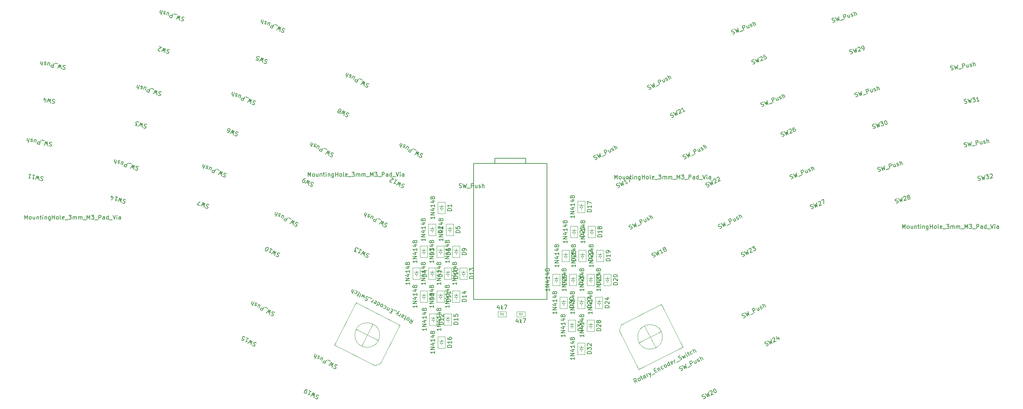
<source format=gbr>
%TF.GenerationSoftware,KiCad,Pcbnew,(6.0.4)*%
%TF.CreationDate,2022-08-24T00:47:17+02:00*%
%TF.ProjectId,Asfoora,4173666f-6f72-4612-9e6b-696361645f70,rev?*%
%TF.SameCoordinates,Original*%
%TF.FileFunction,AssemblyDrawing,Top*%
%FSLAX46Y46*%
G04 Gerber Fmt 4.6, Leading zero omitted, Abs format (unit mm)*
G04 Created by KiCad (PCBNEW (6.0.4)) date 2022-08-24 00:47:17*
%MOMM*%
%LPD*%
G01*
G04 APERTURE LIST*
%ADD10C,0.150000*%
%ADD11C,0.080000*%
%ADD12C,0.100000*%
%ADD13C,0.120000*%
G04 APERTURE END LIST*
D10*
%TO.C,SW11*%
X41304120Y-66433458D02*
X41171702Y-66361756D01*
X40937224Y-66320411D01*
X40835163Y-66350769D01*
X40779999Y-66389395D01*
X40716565Y-66474918D01*
X40700027Y-66568709D01*
X40730385Y-66670769D01*
X40769012Y-66725934D01*
X40854534Y-66789367D01*
X41033847Y-66869339D01*
X41119370Y-66932772D01*
X41157996Y-66987937D01*
X41188354Y-67089997D01*
X41171816Y-67183788D01*
X41108383Y-67269310D01*
X41053218Y-67307937D01*
X40951158Y-67338295D01*
X40716680Y-67296950D01*
X40584262Y-67225247D01*
X40247724Y-67214260D02*
X40186894Y-66188108D01*
X39875277Y-66858466D01*
X39811729Y-66121956D01*
X39403603Y-67065419D01*
X39453102Y-65962013D02*
X38702772Y-65829710D01*
X38451756Y-65882156D02*
X38278108Y-66866964D01*
X37902943Y-66800812D01*
X37817421Y-66737379D01*
X37778795Y-66682214D01*
X37748437Y-66580154D01*
X37773244Y-66439467D01*
X37836677Y-66353945D01*
X37891842Y-66315318D01*
X37993902Y-66284960D01*
X38369067Y-66351112D01*
X36929123Y-66290626D02*
X37044888Y-65634087D01*
X37351183Y-66365046D02*
X37442142Y-65849195D01*
X37411784Y-65747135D01*
X37326262Y-65683701D01*
X37185575Y-65658894D01*
X37083515Y-65689252D01*
X37028350Y-65727879D01*
X36614559Y-65606562D02*
X36529037Y-65543129D01*
X36341454Y-65510053D01*
X36239394Y-65540411D01*
X36175960Y-65625933D01*
X36167691Y-65672828D01*
X36198049Y-65774889D01*
X36283571Y-65838322D01*
X36424258Y-65863129D01*
X36509780Y-65926563D01*
X36540138Y-66028623D01*
X36531869Y-66075518D01*
X36468436Y-66161041D01*
X36366375Y-66191398D01*
X36225689Y-66166591D01*
X36140166Y-66103158D01*
X35778707Y-65410825D02*
X35605059Y-66395633D01*
X35356646Y-65336405D02*
X35265688Y-65852256D01*
X35296045Y-65954317D01*
X35381568Y-66017750D01*
X35522255Y-66042557D01*
X35624315Y-66012199D01*
X35679479Y-65973573D01*
X39197037Y-74803692D02*
X39064619Y-74731990D01*
X38830141Y-74690645D01*
X38728081Y-74721003D01*
X38672916Y-74759629D01*
X38609483Y-74845152D01*
X38592945Y-74938943D01*
X38623302Y-75041003D01*
X38661929Y-75096168D01*
X38747451Y-75159601D01*
X38926765Y-75239573D01*
X39012287Y-75303006D01*
X39050914Y-75358171D01*
X39081271Y-75460231D01*
X39064733Y-75554022D01*
X39001300Y-75639544D01*
X38946135Y-75678171D01*
X38844075Y-75708529D01*
X38609597Y-75667184D01*
X38477179Y-75595481D01*
X38140641Y-75584494D02*
X38079811Y-74558342D01*
X37768194Y-75228700D01*
X37704646Y-74492190D01*
X37296520Y-75435653D01*
X36579152Y-74293735D02*
X37141899Y-74392962D01*
X36860525Y-74343349D02*
X36686877Y-75328156D01*
X36805475Y-75204008D01*
X36915804Y-75126754D01*
X37017865Y-75096397D01*
X35641240Y-74128356D02*
X36203987Y-74227583D01*
X35922613Y-74177969D02*
X35748965Y-75162777D01*
X35867563Y-75038628D01*
X35977892Y-74961375D01*
X36079952Y-74931017D01*
%TO.C,SW24*%
X209666832Y-109108038D02*
X209815737Y-109085611D01*
X210027882Y-108977518D01*
X210091121Y-108891852D01*
X210111931Y-108827805D01*
X210111123Y-108721328D01*
X210067886Y-108636471D01*
X209982220Y-108573231D01*
X209918172Y-108552421D01*
X209811696Y-108553229D01*
X209620362Y-108597275D01*
X209513885Y-108598083D01*
X209449838Y-108577273D01*
X209364172Y-108514034D01*
X209320935Y-108429176D01*
X209320126Y-108322700D01*
X209340937Y-108258652D01*
X209404176Y-108172986D01*
X209616320Y-108064893D01*
X209765225Y-108042466D01*
X210040609Y-107848707D02*
X210706744Y-108631621D01*
X210552180Y-107908713D01*
X211046175Y-108458672D01*
X210804329Y-107459572D01*
X211428843Y-108370581D02*
X212107705Y-108024683D01*
X212276613Y-107831733D02*
X211822622Y-106940726D01*
X212162053Y-106767777D01*
X212268529Y-106766969D01*
X212332577Y-106787779D01*
X212418243Y-106851019D01*
X212483099Y-106978305D01*
X212483907Y-107084782D01*
X212463097Y-107148829D01*
X212399858Y-107234495D01*
X212060427Y-107407444D01*
X213246819Y-106589170D02*
X213549479Y-107183175D01*
X212864959Y-106783738D02*
X213102763Y-107250456D01*
X213188429Y-107313695D01*
X213294906Y-107312886D01*
X213422192Y-107248031D01*
X213485431Y-107162365D01*
X213506242Y-107098317D01*
X213909720Y-106946179D02*
X214016197Y-106945370D01*
X214185912Y-106858896D01*
X214249151Y-106773230D01*
X214248343Y-106666753D01*
X214226724Y-106624325D01*
X214141058Y-106561085D01*
X214034582Y-106561894D01*
X213907295Y-106626749D01*
X213800819Y-106627558D01*
X213715153Y-106564319D01*
X213693534Y-106521890D01*
X213692726Y-106415413D01*
X213755965Y-106329747D01*
X213883252Y-106264892D01*
X213989728Y-106264083D01*
X214695059Y-106599473D02*
X214241068Y-105708466D01*
X215076919Y-106404905D02*
X214839114Y-105938188D01*
X214753448Y-105874949D01*
X214646972Y-105875757D01*
X214519685Y-105940613D01*
X214456446Y-106026279D01*
X214435636Y-106090326D01*
X215227675Y-115936710D02*
X215376580Y-115914283D01*
X215588725Y-115806190D01*
X215651964Y-115720524D01*
X215672774Y-115656476D01*
X215671966Y-115550000D01*
X215628729Y-115465142D01*
X215543063Y-115401903D01*
X215479015Y-115381093D01*
X215372539Y-115381901D01*
X215181205Y-115425946D01*
X215074728Y-115426755D01*
X215010681Y-115405944D01*
X214925015Y-115342705D01*
X214881778Y-115257848D01*
X214880969Y-115151371D01*
X214901779Y-115087324D01*
X214965019Y-115001658D01*
X215177163Y-114893565D01*
X215326068Y-114871138D01*
X215601452Y-114677379D02*
X216267587Y-115460292D01*
X216113023Y-114737385D01*
X216607018Y-115287343D01*
X216365172Y-114288244D01*
X216705411Y-114221772D02*
X216726221Y-114157724D01*
X216789461Y-114072058D01*
X217001605Y-113963965D01*
X217108081Y-113963157D01*
X217172129Y-113983967D01*
X217257795Y-114047206D01*
X217301032Y-114132064D01*
X217323459Y-114280969D01*
X217073736Y-115049539D01*
X217625311Y-114768497D01*
X218086371Y-113785358D02*
X218389031Y-114379362D01*
X217701277Y-113554020D02*
X217813412Y-114298546D01*
X218364987Y-114017504D01*
%TO.C,D27*%
X168532380Y-107552857D02*
X168532380Y-108124285D01*
X168532380Y-107838571D02*
X167532380Y-107838571D01*
X167675238Y-107933809D01*
X167770476Y-108029047D01*
X167818095Y-108124285D01*
X168532380Y-107124285D02*
X167532380Y-107124285D01*
X168532380Y-106552857D01*
X167532380Y-106552857D01*
X167865714Y-105648095D02*
X168532380Y-105648095D01*
X167484761Y-105886190D02*
X168199047Y-106124285D01*
X168199047Y-105505238D01*
X168532380Y-104600476D02*
X168532380Y-105171904D01*
X168532380Y-104886190D02*
X167532380Y-104886190D01*
X167675238Y-104981428D01*
X167770476Y-105076666D01*
X167818095Y-105171904D01*
X167865714Y-103743333D02*
X168532380Y-103743333D01*
X167484761Y-103981428D02*
X168199047Y-104219523D01*
X168199047Y-103600476D01*
X167960952Y-103076666D02*
X167913333Y-103171904D01*
X167865714Y-103219523D01*
X167770476Y-103267142D01*
X167722857Y-103267142D01*
X167627619Y-103219523D01*
X167580000Y-103171904D01*
X167532380Y-103076666D01*
X167532380Y-102886190D01*
X167580000Y-102790952D01*
X167627619Y-102743333D01*
X167722857Y-102695714D01*
X167770476Y-102695714D01*
X167865714Y-102743333D01*
X167913333Y-102790952D01*
X167960952Y-102886190D01*
X167960952Y-103076666D01*
X168008571Y-103171904D01*
X168056190Y-103219523D01*
X168151428Y-103267142D01*
X168341904Y-103267142D01*
X168437142Y-103219523D01*
X168484761Y-103171904D01*
X168532380Y-103076666D01*
X168532380Y-102886190D01*
X168484761Y-102790952D01*
X168437142Y-102743333D01*
X168341904Y-102695714D01*
X168151428Y-102695714D01*
X168056190Y-102743333D01*
X168008571Y-102790952D01*
X167960952Y-102886190D01*
X172632380Y-106624285D02*
X171632380Y-106624285D01*
X171632380Y-106386190D01*
X171680000Y-106243333D01*
X171775238Y-106148095D01*
X171870476Y-106100476D01*
X172060952Y-106052857D01*
X172203809Y-106052857D01*
X172394285Y-106100476D01*
X172489523Y-106148095D01*
X172584761Y-106243333D01*
X172632380Y-106386190D01*
X172632380Y-106624285D01*
X171727619Y-105671904D02*
X171680000Y-105624285D01*
X171632380Y-105529047D01*
X171632380Y-105290952D01*
X171680000Y-105195714D01*
X171727619Y-105148095D01*
X171822857Y-105100476D01*
X171918095Y-105100476D01*
X172060952Y-105148095D01*
X172632380Y-105719523D01*
X172632380Y-105100476D01*
X171632380Y-104767142D02*
X171632380Y-104100476D01*
X172632380Y-104529047D01*
%TO.C,R1*%
X150201523Y-106339714D02*
X150201523Y-107006380D01*
X149963428Y-105958761D02*
X149725333Y-106673047D01*
X150344380Y-106673047D01*
X150725333Y-107006380D02*
X150725333Y-106006380D01*
X150820571Y-106625428D02*
X151106285Y-107006380D01*
X151106285Y-106339714D02*
X150725333Y-106720666D01*
X151439619Y-106006380D02*
X152106285Y-106006380D01*
X151677714Y-107006380D01*
D11*
X150808666Y-108430190D02*
X150642000Y-108192095D01*
X150522952Y-108430190D02*
X150522952Y-107930190D01*
X150713428Y-107930190D01*
X150761047Y-107954000D01*
X150784857Y-107977809D01*
X150808666Y-108025428D01*
X150808666Y-108096857D01*
X150784857Y-108144476D01*
X150761047Y-108168285D01*
X150713428Y-108192095D01*
X150522952Y-108192095D01*
X151284857Y-108430190D02*
X150999142Y-108430190D01*
X151142000Y-108430190D02*
X151142000Y-107930190D01*
X151094380Y-108001619D01*
X151046761Y-108049238D01*
X150999142Y-108073047D01*
D10*
%TO.C,D16*%
X134496380Y-117204857D02*
X134496380Y-117776285D01*
X134496380Y-117490571D02*
X133496380Y-117490571D01*
X133639238Y-117585809D01*
X133734476Y-117681047D01*
X133782095Y-117776285D01*
X134496380Y-116776285D02*
X133496380Y-116776285D01*
X134496380Y-116204857D01*
X133496380Y-116204857D01*
X133829714Y-115300095D02*
X134496380Y-115300095D01*
X133448761Y-115538190D02*
X134163047Y-115776285D01*
X134163047Y-115157238D01*
X134496380Y-114252476D02*
X134496380Y-114823904D01*
X134496380Y-114538190D02*
X133496380Y-114538190D01*
X133639238Y-114633428D01*
X133734476Y-114728666D01*
X133782095Y-114823904D01*
X133829714Y-113395333D02*
X134496380Y-113395333D01*
X133448761Y-113633428D02*
X134163047Y-113871523D01*
X134163047Y-113252476D01*
X133924952Y-112728666D02*
X133877333Y-112823904D01*
X133829714Y-112871523D01*
X133734476Y-112919142D01*
X133686857Y-112919142D01*
X133591619Y-112871523D01*
X133544000Y-112823904D01*
X133496380Y-112728666D01*
X133496380Y-112538190D01*
X133544000Y-112442952D01*
X133591619Y-112395333D01*
X133686857Y-112347714D01*
X133734476Y-112347714D01*
X133829714Y-112395333D01*
X133877333Y-112442952D01*
X133924952Y-112538190D01*
X133924952Y-112728666D01*
X133972571Y-112823904D01*
X134020190Y-112871523D01*
X134115428Y-112919142D01*
X134305904Y-112919142D01*
X134401142Y-112871523D01*
X134448761Y-112823904D01*
X134496380Y-112728666D01*
X134496380Y-112538190D01*
X134448761Y-112442952D01*
X134401142Y-112395333D01*
X134305904Y-112347714D01*
X134115428Y-112347714D01*
X134020190Y-112395333D01*
X133972571Y-112442952D01*
X133924952Y-112538190D01*
X138596380Y-116276285D02*
X137596380Y-116276285D01*
X137596380Y-116038190D01*
X137644000Y-115895333D01*
X137739238Y-115800095D01*
X137834476Y-115752476D01*
X138024952Y-115704857D01*
X138167809Y-115704857D01*
X138358285Y-115752476D01*
X138453523Y-115800095D01*
X138548761Y-115895333D01*
X138596380Y-116038190D01*
X138596380Y-116276285D01*
X138596380Y-114752476D02*
X138596380Y-115323904D01*
X138596380Y-115038190D02*
X137596380Y-115038190D01*
X137739238Y-115133428D01*
X137834476Y-115228666D01*
X137882095Y-115323904D01*
X137596380Y-113895333D02*
X137596380Y-114085809D01*
X137644000Y-114181047D01*
X137691619Y-114228666D01*
X137834476Y-114323904D01*
X138024952Y-114371523D01*
X138405904Y-114371523D01*
X138501142Y-114323904D01*
X138548761Y-114276285D01*
X138596380Y-114181047D01*
X138596380Y-113990571D01*
X138548761Y-113895333D01*
X138501142Y-113847714D01*
X138405904Y-113800095D01*
X138167809Y-113800095D01*
X138072571Y-113847714D01*
X138024952Y-113895333D01*
X137977333Y-113990571D01*
X137977333Y-114181047D01*
X138024952Y-114276285D01*
X138072571Y-114323904D01*
X138167809Y-114371523D01*
%TO.C,SW20*%
X194394163Y-121966139D02*
X194543068Y-121943712D01*
X194755213Y-121835619D01*
X194818452Y-121749953D01*
X194839262Y-121685906D01*
X194838454Y-121579429D01*
X194795217Y-121494572D01*
X194709551Y-121431332D01*
X194645503Y-121410522D01*
X194539027Y-121411330D01*
X194347693Y-121455376D01*
X194241216Y-121456184D01*
X194177169Y-121435374D01*
X194091503Y-121372135D01*
X194048266Y-121287277D01*
X194047457Y-121180801D01*
X194068268Y-121116753D01*
X194131507Y-121031087D01*
X194343651Y-120922994D01*
X194492556Y-120900567D01*
X194767940Y-120706808D02*
X195434075Y-121489722D01*
X195279511Y-120766814D01*
X195773506Y-121316773D01*
X195531660Y-120317673D01*
X196156174Y-121228682D02*
X196835036Y-120882784D01*
X197003944Y-120689834D02*
X196549953Y-119798827D01*
X196889384Y-119625878D01*
X196995860Y-119625070D01*
X197059908Y-119645880D01*
X197145574Y-119709120D01*
X197210430Y-119836406D01*
X197211238Y-119942883D01*
X197190428Y-120006930D01*
X197127189Y-120092596D01*
X196787758Y-120265545D01*
X197974150Y-119447271D02*
X198276810Y-120041276D01*
X197592290Y-119641839D02*
X197830094Y-120108557D01*
X197915760Y-120171796D01*
X198022237Y-120170987D01*
X198149523Y-120106132D01*
X198212762Y-120020466D01*
X198233573Y-119956418D01*
X198637051Y-119804280D02*
X198743528Y-119803471D01*
X198913243Y-119716997D01*
X198976482Y-119631331D01*
X198975674Y-119524854D01*
X198954055Y-119482426D01*
X198868389Y-119419186D01*
X198761913Y-119419995D01*
X198634626Y-119484850D01*
X198528150Y-119485659D01*
X198442484Y-119422420D01*
X198420865Y-119379991D01*
X198420057Y-119273514D01*
X198483296Y-119187848D01*
X198610583Y-119122993D01*
X198717059Y-119122184D01*
X199422390Y-119457574D02*
X198968399Y-118566567D01*
X199804250Y-119263006D02*
X199566445Y-118796289D01*
X199480779Y-118733050D01*
X199374303Y-118733858D01*
X199247016Y-118798714D01*
X199183777Y-118884380D01*
X199162967Y-118948427D01*
X199955006Y-128794811D02*
X200103911Y-128772384D01*
X200316056Y-128664291D01*
X200379295Y-128578625D01*
X200400105Y-128514577D01*
X200399297Y-128408101D01*
X200356060Y-128323243D01*
X200270394Y-128260004D01*
X200206346Y-128239194D01*
X200099870Y-128240002D01*
X199908536Y-128284047D01*
X199802059Y-128284856D01*
X199738012Y-128264045D01*
X199652346Y-128200806D01*
X199609109Y-128115949D01*
X199608300Y-128009472D01*
X199629110Y-127945425D01*
X199692350Y-127859759D01*
X199904494Y-127751666D01*
X200053399Y-127729239D01*
X200328783Y-127535480D02*
X200994918Y-128318393D01*
X200840354Y-127595486D01*
X201334349Y-128145444D01*
X201092503Y-127146345D01*
X201432742Y-127079873D02*
X201453552Y-127015825D01*
X201516792Y-126930159D01*
X201728936Y-126822066D01*
X201835412Y-126821258D01*
X201899460Y-126842068D01*
X201985126Y-126905307D01*
X202028363Y-126990165D01*
X202050790Y-127139070D01*
X201801067Y-127907640D01*
X202352642Y-127626598D01*
X202450227Y-126454550D02*
X202535085Y-126411313D01*
X202641561Y-126410504D01*
X202705609Y-126431315D01*
X202791275Y-126494554D01*
X202920178Y-126642651D01*
X203028271Y-126854795D01*
X203072316Y-127046129D01*
X203073125Y-127152606D01*
X203052314Y-127216653D01*
X202989075Y-127302319D01*
X202904217Y-127345556D01*
X202797741Y-127346365D01*
X202733694Y-127325554D01*
X202648028Y-127262315D01*
X202519124Y-127114218D01*
X202411031Y-126902074D01*
X202366986Y-126710740D01*
X202366178Y-126604263D01*
X202386988Y-126540216D01*
X202450227Y-126454550D01*
%TO.C,D7*%
X132210380Y-100440857D02*
X132210380Y-101012285D01*
X132210380Y-100726571D02*
X131210380Y-100726571D01*
X131353238Y-100821809D01*
X131448476Y-100917047D01*
X131496095Y-101012285D01*
X132210380Y-100012285D02*
X131210380Y-100012285D01*
X132210380Y-99440857D01*
X131210380Y-99440857D01*
X131543714Y-98536095D02*
X132210380Y-98536095D01*
X131162761Y-98774190D02*
X131877047Y-99012285D01*
X131877047Y-98393238D01*
X132210380Y-97488476D02*
X132210380Y-98059904D01*
X132210380Y-97774190D02*
X131210380Y-97774190D01*
X131353238Y-97869428D01*
X131448476Y-97964666D01*
X131496095Y-98059904D01*
X131543714Y-96631333D02*
X132210380Y-96631333D01*
X131162761Y-96869428D02*
X131877047Y-97107523D01*
X131877047Y-96488476D01*
X131638952Y-95964666D02*
X131591333Y-96059904D01*
X131543714Y-96107523D01*
X131448476Y-96155142D01*
X131400857Y-96155142D01*
X131305619Y-96107523D01*
X131258000Y-96059904D01*
X131210380Y-95964666D01*
X131210380Y-95774190D01*
X131258000Y-95678952D01*
X131305619Y-95631333D01*
X131400857Y-95583714D01*
X131448476Y-95583714D01*
X131543714Y-95631333D01*
X131591333Y-95678952D01*
X131638952Y-95774190D01*
X131638952Y-95964666D01*
X131686571Y-96059904D01*
X131734190Y-96107523D01*
X131829428Y-96155142D01*
X132019904Y-96155142D01*
X132115142Y-96107523D01*
X132162761Y-96059904D01*
X132210380Y-95964666D01*
X132210380Y-95774190D01*
X132162761Y-95678952D01*
X132115142Y-95631333D01*
X132019904Y-95583714D01*
X131829428Y-95583714D01*
X131734190Y-95631333D01*
X131686571Y-95678952D01*
X131638952Y-95774190D01*
X136310380Y-99036095D02*
X135310380Y-99036095D01*
X135310380Y-98798000D01*
X135358000Y-98655142D01*
X135453238Y-98559904D01*
X135548476Y-98512285D01*
X135738952Y-98464666D01*
X135881809Y-98464666D01*
X136072285Y-98512285D01*
X136167523Y-98559904D01*
X136262761Y-98655142D01*
X136310380Y-98798000D01*
X136310380Y-99036095D01*
X135310380Y-98131333D02*
X135310380Y-97464666D01*
X136310380Y-97893238D01*
%TO.C,D2*%
X132210380Y-89772857D02*
X132210380Y-90344285D01*
X132210380Y-90058571D02*
X131210380Y-90058571D01*
X131353238Y-90153809D01*
X131448476Y-90249047D01*
X131496095Y-90344285D01*
X132210380Y-89344285D02*
X131210380Y-89344285D01*
X132210380Y-88772857D01*
X131210380Y-88772857D01*
X131543714Y-87868095D02*
X132210380Y-87868095D01*
X131162761Y-88106190D02*
X131877047Y-88344285D01*
X131877047Y-87725238D01*
X132210380Y-86820476D02*
X132210380Y-87391904D01*
X132210380Y-87106190D02*
X131210380Y-87106190D01*
X131353238Y-87201428D01*
X131448476Y-87296666D01*
X131496095Y-87391904D01*
X131543714Y-85963333D02*
X132210380Y-85963333D01*
X131162761Y-86201428D02*
X131877047Y-86439523D01*
X131877047Y-85820476D01*
X131638952Y-85296666D02*
X131591333Y-85391904D01*
X131543714Y-85439523D01*
X131448476Y-85487142D01*
X131400857Y-85487142D01*
X131305619Y-85439523D01*
X131258000Y-85391904D01*
X131210380Y-85296666D01*
X131210380Y-85106190D01*
X131258000Y-85010952D01*
X131305619Y-84963333D01*
X131400857Y-84915714D01*
X131448476Y-84915714D01*
X131543714Y-84963333D01*
X131591333Y-85010952D01*
X131638952Y-85106190D01*
X131638952Y-85296666D01*
X131686571Y-85391904D01*
X131734190Y-85439523D01*
X131829428Y-85487142D01*
X132019904Y-85487142D01*
X132115142Y-85439523D01*
X132162761Y-85391904D01*
X132210380Y-85296666D01*
X132210380Y-85106190D01*
X132162761Y-85010952D01*
X132115142Y-84963333D01*
X132019904Y-84915714D01*
X131829428Y-84915714D01*
X131734190Y-84963333D01*
X131686571Y-85010952D01*
X131638952Y-85106190D01*
X136310380Y-88368095D02*
X135310380Y-88368095D01*
X135310380Y-88130000D01*
X135358000Y-87987142D01*
X135453238Y-87891904D01*
X135548476Y-87844285D01*
X135738952Y-87796666D01*
X135881809Y-87796666D01*
X136072285Y-87844285D01*
X136167523Y-87891904D01*
X136262761Y-87987142D01*
X136310380Y-88130000D01*
X136310380Y-88368095D01*
X135405619Y-87415714D02*
X135358000Y-87368095D01*
X135310380Y-87272857D01*
X135310380Y-87034761D01*
X135358000Y-86939523D01*
X135405619Y-86891904D01*
X135500857Y-86844285D01*
X135596095Y-86844285D01*
X135738952Y-86891904D01*
X136310380Y-87463333D01*
X136310380Y-86844285D01*
%TO.C,*%
X178301523Y-75280380D02*
X178301523Y-74280380D01*
X178634857Y-74994666D01*
X178968190Y-74280380D01*
X178968190Y-75280380D01*
X179587238Y-75280380D02*
X179492000Y-75232761D01*
X179444380Y-75185142D01*
X179396761Y-75089904D01*
X179396761Y-74804190D01*
X179444380Y-74708952D01*
X179492000Y-74661333D01*
X179587238Y-74613714D01*
X179730095Y-74613714D01*
X179825333Y-74661333D01*
X179872952Y-74708952D01*
X179920571Y-74804190D01*
X179920571Y-75089904D01*
X179872952Y-75185142D01*
X179825333Y-75232761D01*
X179730095Y-75280380D01*
X179587238Y-75280380D01*
X180777714Y-74613714D02*
X180777714Y-75280380D01*
X180349142Y-74613714D02*
X180349142Y-75137523D01*
X180396761Y-75232761D01*
X180492000Y-75280380D01*
X180634857Y-75280380D01*
X180730095Y-75232761D01*
X180777714Y-75185142D01*
X181253904Y-74613714D02*
X181253904Y-75280380D01*
X181253904Y-74708952D02*
X181301523Y-74661333D01*
X181396761Y-74613714D01*
X181539619Y-74613714D01*
X181634857Y-74661333D01*
X181682476Y-74756571D01*
X181682476Y-75280380D01*
X182015809Y-74613714D02*
X182396761Y-74613714D01*
X182158666Y-74280380D02*
X182158666Y-75137523D01*
X182206285Y-75232761D01*
X182301523Y-75280380D01*
X182396761Y-75280380D01*
X182730095Y-75280380D02*
X182730095Y-74613714D01*
X182730095Y-74280380D02*
X182682476Y-74328000D01*
X182730095Y-74375619D01*
X182777714Y-74328000D01*
X182730095Y-74280380D01*
X182730095Y-74375619D01*
X183206285Y-74613714D02*
X183206285Y-75280380D01*
X183206285Y-74708952D02*
X183253904Y-74661333D01*
X183349142Y-74613714D01*
X183492000Y-74613714D01*
X183587238Y-74661333D01*
X183634857Y-74756571D01*
X183634857Y-75280380D01*
X184539619Y-74613714D02*
X184539619Y-75423238D01*
X184492000Y-75518476D01*
X184444380Y-75566095D01*
X184349142Y-75613714D01*
X184206285Y-75613714D01*
X184111047Y-75566095D01*
X184539619Y-75232761D02*
X184444380Y-75280380D01*
X184253904Y-75280380D01*
X184158666Y-75232761D01*
X184111047Y-75185142D01*
X184063428Y-75089904D01*
X184063428Y-74804190D01*
X184111047Y-74708952D01*
X184158666Y-74661333D01*
X184253904Y-74613714D01*
X184444380Y-74613714D01*
X184539619Y-74661333D01*
X185015809Y-75280380D02*
X185015809Y-74280380D01*
X185015809Y-74756571D02*
X185587238Y-74756571D01*
X185587238Y-75280380D02*
X185587238Y-74280380D01*
X186206285Y-75280380D02*
X186111047Y-75232761D01*
X186063428Y-75185142D01*
X186015809Y-75089904D01*
X186015809Y-74804190D01*
X186063428Y-74708952D01*
X186111047Y-74661333D01*
X186206285Y-74613714D01*
X186349142Y-74613714D01*
X186444380Y-74661333D01*
X186492000Y-74708952D01*
X186539619Y-74804190D01*
X186539619Y-75089904D01*
X186492000Y-75185142D01*
X186444380Y-75232761D01*
X186349142Y-75280380D01*
X186206285Y-75280380D01*
X187111047Y-75280380D02*
X187015809Y-75232761D01*
X186968190Y-75137523D01*
X186968190Y-74280380D01*
X187872952Y-75232761D02*
X187777714Y-75280380D01*
X187587238Y-75280380D01*
X187492000Y-75232761D01*
X187444380Y-75137523D01*
X187444380Y-74756571D01*
X187492000Y-74661333D01*
X187587238Y-74613714D01*
X187777714Y-74613714D01*
X187872952Y-74661333D01*
X187920571Y-74756571D01*
X187920571Y-74851809D01*
X187444380Y-74947047D01*
X188111047Y-75375619D02*
X188872952Y-75375619D01*
X189015809Y-74280380D02*
X189634857Y-74280380D01*
X189301523Y-74661333D01*
X189444380Y-74661333D01*
X189539619Y-74708952D01*
X189587238Y-74756571D01*
X189634857Y-74851809D01*
X189634857Y-75089904D01*
X189587238Y-75185142D01*
X189539619Y-75232761D01*
X189444380Y-75280380D01*
X189158666Y-75280380D01*
X189063428Y-75232761D01*
X189015809Y-75185142D01*
X190063428Y-75280380D02*
X190063428Y-74613714D01*
X190063428Y-74708952D02*
X190111047Y-74661333D01*
X190206285Y-74613714D01*
X190349142Y-74613714D01*
X190444380Y-74661333D01*
X190492000Y-74756571D01*
X190492000Y-75280380D01*
X190492000Y-74756571D02*
X190539619Y-74661333D01*
X190634857Y-74613714D01*
X190777714Y-74613714D01*
X190872952Y-74661333D01*
X190920571Y-74756571D01*
X190920571Y-75280380D01*
X191396761Y-75280380D02*
X191396761Y-74613714D01*
X191396761Y-74708952D02*
X191444380Y-74661333D01*
X191539619Y-74613714D01*
X191682476Y-74613714D01*
X191777714Y-74661333D01*
X191825333Y-74756571D01*
X191825333Y-75280380D01*
X191825333Y-74756571D02*
X191872952Y-74661333D01*
X191968190Y-74613714D01*
X192111047Y-74613714D01*
X192206285Y-74661333D01*
X192253904Y-74756571D01*
X192253904Y-75280380D01*
X192492000Y-75375619D02*
X193253904Y-75375619D01*
X193492000Y-75280380D02*
X193492000Y-74280380D01*
X193825333Y-74994666D01*
X194158666Y-74280380D01*
X194158666Y-75280380D01*
X194539619Y-74280380D02*
X195158666Y-74280380D01*
X194825333Y-74661333D01*
X194968190Y-74661333D01*
X195063428Y-74708952D01*
X195111047Y-74756571D01*
X195158666Y-74851809D01*
X195158666Y-75089904D01*
X195111047Y-75185142D01*
X195063428Y-75232761D01*
X194968190Y-75280380D01*
X194682476Y-75280380D01*
X194587238Y-75232761D01*
X194539619Y-75185142D01*
X195349142Y-75375619D02*
X196111047Y-75375619D01*
X196349142Y-75280380D02*
X196349142Y-74280380D01*
X196730095Y-74280380D01*
X196825333Y-74328000D01*
X196872952Y-74375619D01*
X196920571Y-74470857D01*
X196920571Y-74613714D01*
X196872952Y-74708952D01*
X196825333Y-74756571D01*
X196730095Y-74804190D01*
X196349142Y-74804190D01*
X197777714Y-75280380D02*
X197777714Y-74756571D01*
X197730095Y-74661333D01*
X197634857Y-74613714D01*
X197444380Y-74613714D01*
X197349142Y-74661333D01*
X197777714Y-75232761D02*
X197682476Y-75280380D01*
X197444380Y-75280380D01*
X197349142Y-75232761D01*
X197301523Y-75137523D01*
X197301523Y-75042285D01*
X197349142Y-74947047D01*
X197444380Y-74899428D01*
X197682476Y-74899428D01*
X197777714Y-74851809D01*
X198682476Y-75280380D02*
X198682476Y-74280380D01*
X198682476Y-75232761D02*
X198587238Y-75280380D01*
X198396761Y-75280380D01*
X198301523Y-75232761D01*
X198253904Y-75185142D01*
X198206285Y-75089904D01*
X198206285Y-74804190D01*
X198253904Y-74708952D01*
X198301523Y-74661333D01*
X198396761Y-74613714D01*
X198587238Y-74613714D01*
X198682476Y-74661333D01*
X198920571Y-75375619D02*
X199682476Y-75375619D01*
X199777714Y-74280380D02*
X200111047Y-75280380D01*
X200444380Y-74280380D01*
X200777714Y-75280380D02*
X200777714Y-74613714D01*
X200777714Y-74280380D02*
X200730095Y-74328000D01*
X200777714Y-74375619D01*
X200825333Y-74328000D01*
X200777714Y-74280380D01*
X200777714Y-74375619D01*
X201682476Y-75280380D02*
X201682476Y-74756571D01*
X201634857Y-74661333D01*
X201539619Y-74613714D01*
X201349142Y-74613714D01*
X201253904Y-74661333D01*
X201682476Y-75232761D02*
X201587238Y-75280380D01*
X201349142Y-75280380D01*
X201253904Y-75232761D01*
X201206285Y-75137523D01*
X201206285Y-75042285D01*
X201253904Y-74947047D01*
X201349142Y-74899428D01*
X201587238Y-74899428D01*
X201682476Y-74851809D01*
%TO.C,D29*%
X162436380Y-101964857D02*
X162436380Y-102536285D01*
X162436380Y-102250571D02*
X161436380Y-102250571D01*
X161579238Y-102345809D01*
X161674476Y-102441047D01*
X161722095Y-102536285D01*
X162436380Y-101536285D02*
X161436380Y-101536285D01*
X162436380Y-100964857D01*
X161436380Y-100964857D01*
X161769714Y-100060095D02*
X162436380Y-100060095D01*
X161388761Y-100298190D02*
X162103047Y-100536285D01*
X162103047Y-99917238D01*
X162436380Y-99012476D02*
X162436380Y-99583904D01*
X162436380Y-99298190D02*
X161436380Y-99298190D01*
X161579238Y-99393428D01*
X161674476Y-99488666D01*
X161722095Y-99583904D01*
X161769714Y-98155333D02*
X162436380Y-98155333D01*
X161388761Y-98393428D02*
X162103047Y-98631523D01*
X162103047Y-98012476D01*
X161864952Y-97488666D02*
X161817333Y-97583904D01*
X161769714Y-97631523D01*
X161674476Y-97679142D01*
X161626857Y-97679142D01*
X161531619Y-97631523D01*
X161484000Y-97583904D01*
X161436380Y-97488666D01*
X161436380Y-97298190D01*
X161484000Y-97202952D01*
X161531619Y-97155333D01*
X161626857Y-97107714D01*
X161674476Y-97107714D01*
X161769714Y-97155333D01*
X161817333Y-97202952D01*
X161864952Y-97298190D01*
X161864952Y-97488666D01*
X161912571Y-97583904D01*
X161960190Y-97631523D01*
X162055428Y-97679142D01*
X162245904Y-97679142D01*
X162341142Y-97631523D01*
X162388761Y-97583904D01*
X162436380Y-97488666D01*
X162436380Y-97298190D01*
X162388761Y-97202952D01*
X162341142Y-97155333D01*
X162245904Y-97107714D01*
X162055428Y-97107714D01*
X161960190Y-97155333D01*
X161912571Y-97202952D01*
X161864952Y-97298190D01*
X166536380Y-101036285D02*
X165536380Y-101036285D01*
X165536380Y-100798190D01*
X165584000Y-100655333D01*
X165679238Y-100560095D01*
X165774476Y-100512476D01*
X165964952Y-100464857D01*
X166107809Y-100464857D01*
X166298285Y-100512476D01*
X166393523Y-100560095D01*
X166488761Y-100655333D01*
X166536380Y-100798190D01*
X166536380Y-101036285D01*
X165631619Y-100083904D02*
X165584000Y-100036285D01*
X165536380Y-99941047D01*
X165536380Y-99702952D01*
X165584000Y-99607714D01*
X165631619Y-99560095D01*
X165726857Y-99512476D01*
X165822095Y-99512476D01*
X165964952Y-99560095D01*
X166536380Y-100131523D01*
X166536380Y-99512476D01*
X166536380Y-99036285D02*
X166536380Y-98845809D01*
X166488761Y-98750571D01*
X166441142Y-98702952D01*
X166298285Y-98607714D01*
X166107809Y-98560095D01*
X165726857Y-98560095D01*
X165631619Y-98607714D01*
X165584000Y-98655333D01*
X165536380Y-98750571D01*
X165536380Y-98941047D01*
X165584000Y-99036285D01*
X165631619Y-99083904D01*
X165726857Y-99131523D01*
X165964952Y-99131523D01*
X166060190Y-99083904D01*
X166107809Y-99036285D01*
X166155428Y-98941047D01*
X166155428Y-98750571D01*
X166107809Y-98655333D01*
X166060190Y-98607714D01*
X165964952Y-98560095D01*
%TO.C,SW22*%
X195285503Y-70420316D02*
X195434408Y-70397889D01*
X195646553Y-70289796D01*
X195709792Y-70204130D01*
X195730602Y-70140083D01*
X195729794Y-70033606D01*
X195686557Y-69948749D01*
X195600891Y-69885509D01*
X195536843Y-69864699D01*
X195430367Y-69865507D01*
X195239033Y-69909553D01*
X195132556Y-69910361D01*
X195068509Y-69889551D01*
X194982843Y-69826312D01*
X194939606Y-69741454D01*
X194938797Y-69634978D01*
X194959608Y-69570930D01*
X195022847Y-69485264D01*
X195234991Y-69377171D01*
X195383896Y-69354744D01*
X195659280Y-69160985D02*
X196325415Y-69943899D01*
X196170851Y-69220991D01*
X196664846Y-69770950D01*
X196423000Y-68771850D01*
X197047514Y-69682859D02*
X197726376Y-69336961D01*
X197895284Y-69144011D02*
X197441293Y-68253004D01*
X197780724Y-68080055D01*
X197887200Y-68079247D01*
X197951248Y-68100057D01*
X198036914Y-68163297D01*
X198101770Y-68290583D01*
X198102578Y-68397060D01*
X198081768Y-68461107D01*
X198018529Y-68546773D01*
X197679098Y-68719722D01*
X198865490Y-67901448D02*
X199168150Y-68495453D01*
X198483630Y-68096016D02*
X198721434Y-68562734D01*
X198807100Y-68625973D01*
X198913577Y-68625164D01*
X199040863Y-68560309D01*
X199104102Y-68474643D01*
X199124913Y-68410595D01*
X199528391Y-68258457D02*
X199634868Y-68257648D01*
X199804583Y-68171174D01*
X199867822Y-68085508D01*
X199867014Y-67979031D01*
X199845395Y-67936603D01*
X199759729Y-67873363D01*
X199653253Y-67874172D01*
X199525966Y-67939027D01*
X199419490Y-67939836D01*
X199333824Y-67876597D01*
X199312205Y-67834168D01*
X199311397Y-67727691D01*
X199374636Y-67642025D01*
X199501923Y-67577170D01*
X199608399Y-67576361D01*
X200313730Y-67911751D02*
X199859739Y-67020744D01*
X200695590Y-67717183D02*
X200457785Y-67250466D01*
X200372119Y-67187227D01*
X200265643Y-67188035D01*
X200138356Y-67252891D01*
X200075117Y-67338557D01*
X200054307Y-67402604D01*
X200846346Y-77248988D02*
X200995251Y-77226561D01*
X201207396Y-77118468D01*
X201270635Y-77032802D01*
X201291445Y-76968754D01*
X201290637Y-76862278D01*
X201247400Y-76777420D01*
X201161734Y-76714181D01*
X201097686Y-76693371D01*
X200991210Y-76694179D01*
X200799876Y-76738224D01*
X200693399Y-76739033D01*
X200629352Y-76718222D01*
X200543686Y-76654983D01*
X200500449Y-76570126D01*
X200499640Y-76463649D01*
X200520450Y-76399602D01*
X200583690Y-76313936D01*
X200795834Y-76205843D01*
X200944739Y-76183416D01*
X201220123Y-75989657D02*
X201886258Y-76772570D01*
X201731694Y-76049663D01*
X202225689Y-76599621D01*
X201983843Y-75600522D01*
X202324082Y-75534050D02*
X202344892Y-75470002D01*
X202408132Y-75384336D01*
X202620276Y-75276243D01*
X202726752Y-75275435D01*
X202790800Y-75296245D01*
X202876466Y-75359484D01*
X202919703Y-75444342D01*
X202942130Y-75593247D01*
X202692407Y-76361817D01*
X203243982Y-76080775D01*
X203172660Y-75101678D02*
X203193470Y-75037630D01*
X203256709Y-74951964D01*
X203468854Y-74843871D01*
X203575330Y-74843063D01*
X203639377Y-74863873D01*
X203725044Y-74927112D01*
X203768281Y-75011970D01*
X203790708Y-75160875D01*
X203540984Y-75929445D01*
X204092560Y-75648403D01*
%TO.C,D21*%
X166754380Y-90280857D02*
X166754380Y-90852285D01*
X166754380Y-90566571D02*
X165754380Y-90566571D01*
X165897238Y-90661809D01*
X165992476Y-90757047D01*
X166040095Y-90852285D01*
X166754380Y-89852285D02*
X165754380Y-89852285D01*
X166754380Y-89280857D01*
X165754380Y-89280857D01*
X166087714Y-88376095D02*
X166754380Y-88376095D01*
X165706761Y-88614190D02*
X166421047Y-88852285D01*
X166421047Y-88233238D01*
X166754380Y-87328476D02*
X166754380Y-87899904D01*
X166754380Y-87614190D02*
X165754380Y-87614190D01*
X165897238Y-87709428D01*
X165992476Y-87804666D01*
X166040095Y-87899904D01*
X166087714Y-86471333D02*
X166754380Y-86471333D01*
X165706761Y-86709428D02*
X166421047Y-86947523D01*
X166421047Y-86328476D01*
X166182952Y-85804666D02*
X166135333Y-85899904D01*
X166087714Y-85947523D01*
X165992476Y-85995142D01*
X165944857Y-85995142D01*
X165849619Y-85947523D01*
X165802000Y-85899904D01*
X165754380Y-85804666D01*
X165754380Y-85614190D01*
X165802000Y-85518952D01*
X165849619Y-85471333D01*
X165944857Y-85423714D01*
X165992476Y-85423714D01*
X166087714Y-85471333D01*
X166135333Y-85518952D01*
X166182952Y-85614190D01*
X166182952Y-85804666D01*
X166230571Y-85899904D01*
X166278190Y-85947523D01*
X166373428Y-85995142D01*
X166563904Y-85995142D01*
X166659142Y-85947523D01*
X166706761Y-85899904D01*
X166754380Y-85804666D01*
X166754380Y-85614190D01*
X166706761Y-85518952D01*
X166659142Y-85471333D01*
X166563904Y-85423714D01*
X166373428Y-85423714D01*
X166278190Y-85471333D01*
X166230571Y-85518952D01*
X166182952Y-85614190D01*
X170854380Y-89352285D02*
X169854380Y-89352285D01*
X169854380Y-89114190D01*
X169902000Y-88971333D01*
X169997238Y-88876095D01*
X170092476Y-88828476D01*
X170282952Y-88780857D01*
X170425809Y-88780857D01*
X170616285Y-88828476D01*
X170711523Y-88876095D01*
X170806761Y-88971333D01*
X170854380Y-89114190D01*
X170854380Y-89352285D01*
X169949619Y-88399904D02*
X169902000Y-88352285D01*
X169854380Y-88257047D01*
X169854380Y-88018952D01*
X169902000Y-87923714D01*
X169949619Y-87876095D01*
X170044857Y-87828476D01*
X170140095Y-87828476D01*
X170282952Y-87876095D01*
X170854380Y-88447523D01*
X170854380Y-87828476D01*
X170854380Y-86876095D02*
X170854380Y-87447523D01*
X170854380Y-87161809D02*
X169854380Y-87161809D01*
X169997238Y-87257047D01*
X170092476Y-87352285D01*
X170140095Y-87447523D01*
%TO.C,D20*%
X174882380Y-101964857D02*
X174882380Y-102536285D01*
X174882380Y-102250571D02*
X173882380Y-102250571D01*
X174025238Y-102345809D01*
X174120476Y-102441047D01*
X174168095Y-102536285D01*
X174882380Y-101536285D02*
X173882380Y-101536285D01*
X174882380Y-100964857D01*
X173882380Y-100964857D01*
X174215714Y-100060095D02*
X174882380Y-100060095D01*
X173834761Y-100298190D02*
X174549047Y-100536285D01*
X174549047Y-99917238D01*
X174882380Y-99012476D02*
X174882380Y-99583904D01*
X174882380Y-99298190D02*
X173882380Y-99298190D01*
X174025238Y-99393428D01*
X174120476Y-99488666D01*
X174168095Y-99583904D01*
X174215714Y-98155333D02*
X174882380Y-98155333D01*
X173834761Y-98393428D02*
X174549047Y-98631523D01*
X174549047Y-98012476D01*
X174310952Y-97488666D02*
X174263333Y-97583904D01*
X174215714Y-97631523D01*
X174120476Y-97679142D01*
X174072857Y-97679142D01*
X173977619Y-97631523D01*
X173930000Y-97583904D01*
X173882380Y-97488666D01*
X173882380Y-97298190D01*
X173930000Y-97202952D01*
X173977619Y-97155333D01*
X174072857Y-97107714D01*
X174120476Y-97107714D01*
X174215714Y-97155333D01*
X174263333Y-97202952D01*
X174310952Y-97298190D01*
X174310952Y-97488666D01*
X174358571Y-97583904D01*
X174406190Y-97631523D01*
X174501428Y-97679142D01*
X174691904Y-97679142D01*
X174787142Y-97631523D01*
X174834761Y-97583904D01*
X174882380Y-97488666D01*
X174882380Y-97298190D01*
X174834761Y-97202952D01*
X174787142Y-97155333D01*
X174691904Y-97107714D01*
X174501428Y-97107714D01*
X174406190Y-97155333D01*
X174358571Y-97202952D01*
X174310952Y-97298190D01*
X178982380Y-101036285D02*
X177982380Y-101036285D01*
X177982380Y-100798190D01*
X178030000Y-100655333D01*
X178125238Y-100560095D01*
X178220476Y-100512476D01*
X178410952Y-100464857D01*
X178553809Y-100464857D01*
X178744285Y-100512476D01*
X178839523Y-100560095D01*
X178934761Y-100655333D01*
X178982380Y-100798190D01*
X178982380Y-101036285D01*
X178077619Y-100083904D02*
X178030000Y-100036285D01*
X177982380Y-99941047D01*
X177982380Y-99702952D01*
X178030000Y-99607714D01*
X178077619Y-99560095D01*
X178172857Y-99512476D01*
X178268095Y-99512476D01*
X178410952Y-99560095D01*
X178982380Y-100131523D01*
X178982380Y-99512476D01*
X177982380Y-98893428D02*
X177982380Y-98798190D01*
X178030000Y-98702952D01*
X178077619Y-98655333D01*
X178172857Y-98607714D01*
X178363333Y-98560095D01*
X178601428Y-98560095D01*
X178791904Y-98607714D01*
X178887142Y-98655333D01*
X178934761Y-98702952D01*
X178982380Y-98798190D01*
X178982380Y-98893428D01*
X178934761Y-98988666D01*
X178887142Y-99036285D01*
X178791904Y-99083904D01*
X178601428Y-99131523D01*
X178363333Y-99131523D01*
X178172857Y-99083904D01*
X178077619Y-99036285D01*
X178030000Y-98988666D01*
X177982380Y-98893428D01*
%TO.C,SW5*%
X98021504Y-38796538D02*
X97906888Y-38698871D01*
X97686130Y-38609679D01*
X97579988Y-38618154D01*
X97517998Y-38644467D01*
X97438170Y-38714932D01*
X97402493Y-38803235D01*
X97410968Y-38909377D01*
X97437281Y-38971367D01*
X97507746Y-39051195D01*
X97666514Y-39166700D01*
X97736978Y-39246529D01*
X97763292Y-39308519D01*
X97771766Y-39414661D01*
X97736090Y-39502964D01*
X97656261Y-39573429D01*
X97594271Y-39599742D01*
X97488130Y-39608217D01*
X97267371Y-39519025D01*
X97152755Y-39421358D01*
X96825855Y-39340640D02*
X96979704Y-38324265D01*
X96535521Y-38915185D01*
X96626491Y-38181557D01*
X96031126Y-39019549D01*
X96308955Y-37950547D02*
X95602529Y-37665132D01*
X95346094Y-37664243D02*
X94971488Y-38591427D01*
X94618275Y-38448720D01*
X94547810Y-38368892D01*
X94521497Y-38306902D01*
X94513022Y-38200760D01*
X94566537Y-38068305D01*
X94646366Y-37997840D01*
X94708356Y-37971527D01*
X94814497Y-37963052D01*
X95167710Y-38105760D01*
X93771808Y-37747214D02*
X94021546Y-37129091D01*
X94169173Y-37907759D02*
X94365395Y-37422092D01*
X94356920Y-37315950D01*
X94286456Y-37236122D01*
X94154001Y-37182606D01*
X94047859Y-37191081D01*
X93985869Y-37217394D01*
X93606343Y-37012697D02*
X93535878Y-36932869D01*
X93359272Y-36861515D01*
X93253130Y-36869990D01*
X93173302Y-36940455D01*
X93155463Y-36984606D01*
X93163938Y-37090748D01*
X93234403Y-37170576D01*
X93366858Y-37224092D01*
X93437322Y-37303920D01*
X93445797Y-37410062D01*
X93427959Y-37454213D01*
X93348130Y-37524678D01*
X93241989Y-37533153D01*
X93109534Y-37479638D01*
X93039069Y-37399809D01*
X92829452Y-36647454D02*
X92454846Y-37574638D01*
X92432088Y-36486908D02*
X92235865Y-36972576D01*
X92244340Y-37078718D01*
X92314805Y-37158546D01*
X92447260Y-37212061D01*
X92553401Y-37203587D01*
X92615391Y-37177273D01*
X93778681Y-46367390D02*
X93664065Y-46269723D01*
X93443307Y-46180531D01*
X93337165Y-46189006D01*
X93275175Y-46215319D01*
X93195347Y-46285784D01*
X93159670Y-46374087D01*
X93168145Y-46480229D01*
X93194458Y-46542219D01*
X93264923Y-46622047D01*
X93423691Y-46737553D01*
X93494155Y-46817381D01*
X93520469Y-46879371D01*
X93528943Y-46985513D01*
X93493267Y-47073816D01*
X93413438Y-47144281D01*
X93351448Y-47170594D01*
X93245306Y-47179069D01*
X93024548Y-47089877D01*
X92909932Y-46992210D01*
X92583032Y-46911493D02*
X92736881Y-45895117D01*
X92292698Y-46486037D01*
X92383668Y-45752410D01*
X91788303Y-46590401D01*
X90993574Y-46269310D02*
X91435090Y-46447694D01*
X91657626Y-46024016D01*
X91595636Y-46050330D01*
X91489494Y-46058804D01*
X91268736Y-45969612D01*
X91198272Y-45889784D01*
X91171958Y-45827794D01*
X91163484Y-45721652D01*
X91252676Y-45500894D01*
X91332504Y-45430429D01*
X91394494Y-45404116D01*
X91500636Y-45395641D01*
X91721394Y-45484833D01*
X91791859Y-45564662D01*
X91818172Y-45626652D01*
%TO.C,*%
X34657523Y-85092380D02*
X34657523Y-84092380D01*
X34990857Y-84806666D01*
X35324190Y-84092380D01*
X35324190Y-85092380D01*
X35943238Y-85092380D02*
X35847999Y-85044761D01*
X35800380Y-84997142D01*
X35752761Y-84901904D01*
X35752761Y-84616190D01*
X35800380Y-84520952D01*
X35847999Y-84473333D01*
X35943238Y-84425714D01*
X36086095Y-84425714D01*
X36181333Y-84473333D01*
X36228952Y-84520952D01*
X36276571Y-84616190D01*
X36276571Y-84901904D01*
X36228952Y-84997142D01*
X36181333Y-85044761D01*
X36086095Y-85092380D01*
X35943238Y-85092380D01*
X37133714Y-84425714D02*
X37133714Y-85092380D01*
X36705142Y-84425714D02*
X36705142Y-84949523D01*
X36752761Y-85044761D01*
X36847999Y-85092380D01*
X36990857Y-85092380D01*
X37086095Y-85044761D01*
X37133714Y-84997142D01*
X37609904Y-84425714D02*
X37609904Y-85092380D01*
X37609904Y-84520952D02*
X37657523Y-84473333D01*
X37752761Y-84425714D01*
X37895619Y-84425714D01*
X37990857Y-84473333D01*
X38038476Y-84568571D01*
X38038476Y-85092380D01*
X38371809Y-84425714D02*
X38752761Y-84425714D01*
X38514666Y-84092380D02*
X38514666Y-84949523D01*
X38562285Y-85044761D01*
X38657523Y-85092380D01*
X38752761Y-85092380D01*
X39086095Y-85092380D02*
X39086095Y-84425714D01*
X39086095Y-84092380D02*
X39038476Y-84140000D01*
X39086095Y-84187619D01*
X39133714Y-84140000D01*
X39086095Y-84092380D01*
X39086095Y-84187619D01*
X39562285Y-84425714D02*
X39562285Y-85092380D01*
X39562285Y-84520952D02*
X39609904Y-84473333D01*
X39705142Y-84425714D01*
X39847999Y-84425714D01*
X39943238Y-84473333D01*
X39990857Y-84568571D01*
X39990857Y-85092380D01*
X40895619Y-84425714D02*
X40895619Y-85235238D01*
X40847999Y-85330476D01*
X40800380Y-85378095D01*
X40705142Y-85425714D01*
X40562285Y-85425714D01*
X40467047Y-85378095D01*
X40895619Y-85044761D02*
X40800380Y-85092380D01*
X40609904Y-85092380D01*
X40514666Y-85044761D01*
X40467047Y-84997142D01*
X40419428Y-84901904D01*
X40419428Y-84616190D01*
X40467047Y-84520952D01*
X40514666Y-84473333D01*
X40609904Y-84425714D01*
X40800380Y-84425714D01*
X40895619Y-84473333D01*
X41371809Y-85092380D02*
X41371809Y-84092380D01*
X41371809Y-84568571D02*
X41943238Y-84568571D01*
X41943238Y-85092380D02*
X41943238Y-84092380D01*
X42562285Y-85092380D02*
X42467047Y-85044761D01*
X42419428Y-84997142D01*
X42371809Y-84901904D01*
X42371809Y-84616190D01*
X42419428Y-84520952D01*
X42467047Y-84473333D01*
X42562285Y-84425714D01*
X42705142Y-84425714D01*
X42800380Y-84473333D01*
X42847999Y-84520952D01*
X42895619Y-84616190D01*
X42895619Y-84901904D01*
X42847999Y-84997142D01*
X42800380Y-85044761D01*
X42705142Y-85092380D01*
X42562285Y-85092380D01*
X43467047Y-85092380D02*
X43371809Y-85044761D01*
X43324190Y-84949523D01*
X43324190Y-84092380D01*
X44228952Y-85044761D02*
X44133714Y-85092380D01*
X43943238Y-85092380D01*
X43847999Y-85044761D01*
X43800380Y-84949523D01*
X43800380Y-84568571D01*
X43847999Y-84473333D01*
X43943238Y-84425714D01*
X44133714Y-84425714D01*
X44228952Y-84473333D01*
X44276571Y-84568571D01*
X44276571Y-84663809D01*
X43800380Y-84759047D01*
X44467047Y-85187619D02*
X45228952Y-85187619D01*
X45371809Y-84092380D02*
X45990857Y-84092380D01*
X45657523Y-84473333D01*
X45800380Y-84473333D01*
X45895619Y-84520952D01*
X45943238Y-84568571D01*
X45990857Y-84663809D01*
X45990857Y-84901904D01*
X45943238Y-84997142D01*
X45895619Y-85044761D01*
X45800380Y-85092380D01*
X45514666Y-85092380D01*
X45419428Y-85044761D01*
X45371809Y-84997142D01*
X46419428Y-85092380D02*
X46419428Y-84425714D01*
X46419428Y-84520952D02*
X46467047Y-84473333D01*
X46562285Y-84425714D01*
X46705142Y-84425714D01*
X46800380Y-84473333D01*
X46847999Y-84568571D01*
X46847999Y-85092380D01*
X46847999Y-84568571D02*
X46895619Y-84473333D01*
X46990857Y-84425714D01*
X47133714Y-84425714D01*
X47228952Y-84473333D01*
X47276571Y-84568571D01*
X47276571Y-85092380D01*
X47752761Y-85092380D02*
X47752761Y-84425714D01*
X47752761Y-84520952D02*
X47800380Y-84473333D01*
X47895619Y-84425714D01*
X48038476Y-84425714D01*
X48133714Y-84473333D01*
X48181333Y-84568571D01*
X48181333Y-85092380D01*
X48181333Y-84568571D02*
X48228952Y-84473333D01*
X48324190Y-84425714D01*
X48467047Y-84425714D01*
X48562285Y-84473333D01*
X48609904Y-84568571D01*
X48609904Y-85092380D01*
X48847999Y-85187619D02*
X49609904Y-85187619D01*
X49847999Y-85092380D02*
X49847999Y-84092380D01*
X50181333Y-84806666D01*
X50514666Y-84092380D01*
X50514666Y-85092380D01*
X50895619Y-84092380D02*
X51514666Y-84092380D01*
X51181333Y-84473333D01*
X51324190Y-84473333D01*
X51419428Y-84520952D01*
X51467047Y-84568571D01*
X51514666Y-84663809D01*
X51514666Y-84901904D01*
X51467047Y-84997142D01*
X51419428Y-85044761D01*
X51324190Y-85092380D01*
X51038476Y-85092380D01*
X50943238Y-85044761D01*
X50895619Y-84997142D01*
X51705142Y-85187619D02*
X52467047Y-85187619D01*
X52705142Y-85092380D02*
X52705142Y-84092380D01*
X53086095Y-84092380D01*
X53181333Y-84140000D01*
X53228952Y-84187619D01*
X53276571Y-84282857D01*
X53276571Y-84425714D01*
X53228952Y-84520952D01*
X53181333Y-84568571D01*
X53086095Y-84616190D01*
X52705142Y-84616190D01*
X54133714Y-85092380D02*
X54133714Y-84568571D01*
X54086095Y-84473333D01*
X53990857Y-84425714D01*
X53800380Y-84425714D01*
X53705142Y-84473333D01*
X54133714Y-85044761D02*
X54038476Y-85092380D01*
X53800380Y-85092380D01*
X53705142Y-85044761D01*
X53657523Y-84949523D01*
X53657523Y-84854285D01*
X53705142Y-84759047D01*
X53800380Y-84711428D01*
X54038476Y-84711428D01*
X54133714Y-84663809D01*
X55038476Y-85092380D02*
X55038476Y-84092380D01*
X55038476Y-85044761D02*
X54943238Y-85092380D01*
X54752761Y-85092380D01*
X54657523Y-85044761D01*
X54609904Y-84997142D01*
X54562285Y-84901904D01*
X54562285Y-84616190D01*
X54609904Y-84520952D01*
X54657523Y-84473333D01*
X54752761Y-84425714D01*
X54943238Y-84425714D01*
X55038476Y-84473333D01*
X55276571Y-85187619D02*
X56038476Y-85187619D01*
X56133714Y-84092380D02*
X56467047Y-85092380D01*
X56800380Y-84092380D01*
X57133714Y-85092380D02*
X57133714Y-84425714D01*
X57133714Y-84092380D02*
X57086095Y-84140000D01*
X57133714Y-84187619D01*
X57181333Y-84140000D01*
X57133714Y-84092380D01*
X57133714Y-84187619D01*
X58038476Y-85092380D02*
X58038476Y-84568571D01*
X57990857Y-84473333D01*
X57895619Y-84425714D01*
X57705142Y-84425714D01*
X57609904Y-84473333D01*
X58038476Y-85044761D02*
X57943238Y-85092380D01*
X57705142Y-85092380D01*
X57609904Y-85044761D01*
X57562285Y-84949523D01*
X57562285Y-84854285D01*
X57609904Y-84759047D01*
X57705142Y-84711428D01*
X57943238Y-84711428D01*
X58038476Y-84663809D01*
%TO.C,D23*%
X170818380Y-101964857D02*
X170818380Y-102536285D01*
X170818380Y-102250571D02*
X169818380Y-102250571D01*
X169961238Y-102345809D01*
X170056476Y-102441047D01*
X170104095Y-102536285D01*
X170818380Y-101536285D02*
X169818380Y-101536285D01*
X170818380Y-100964857D01*
X169818380Y-100964857D01*
X170151714Y-100060095D02*
X170818380Y-100060095D01*
X169770761Y-100298190D02*
X170485047Y-100536285D01*
X170485047Y-99917238D01*
X170818380Y-99012476D02*
X170818380Y-99583904D01*
X170818380Y-99298190D02*
X169818380Y-99298190D01*
X169961238Y-99393428D01*
X170056476Y-99488666D01*
X170104095Y-99583904D01*
X170151714Y-98155333D02*
X170818380Y-98155333D01*
X169770761Y-98393428D02*
X170485047Y-98631523D01*
X170485047Y-98012476D01*
X170246952Y-97488666D02*
X170199333Y-97583904D01*
X170151714Y-97631523D01*
X170056476Y-97679142D01*
X170008857Y-97679142D01*
X169913619Y-97631523D01*
X169866000Y-97583904D01*
X169818380Y-97488666D01*
X169818380Y-97298190D01*
X169866000Y-97202952D01*
X169913619Y-97155333D01*
X170008857Y-97107714D01*
X170056476Y-97107714D01*
X170151714Y-97155333D01*
X170199333Y-97202952D01*
X170246952Y-97298190D01*
X170246952Y-97488666D01*
X170294571Y-97583904D01*
X170342190Y-97631523D01*
X170437428Y-97679142D01*
X170627904Y-97679142D01*
X170723142Y-97631523D01*
X170770761Y-97583904D01*
X170818380Y-97488666D01*
X170818380Y-97298190D01*
X170770761Y-97202952D01*
X170723142Y-97155333D01*
X170627904Y-97107714D01*
X170437428Y-97107714D01*
X170342190Y-97155333D01*
X170294571Y-97202952D01*
X170246952Y-97298190D01*
X174918380Y-101036285D02*
X173918380Y-101036285D01*
X173918380Y-100798190D01*
X173966000Y-100655333D01*
X174061238Y-100560095D01*
X174156476Y-100512476D01*
X174346952Y-100464857D01*
X174489809Y-100464857D01*
X174680285Y-100512476D01*
X174775523Y-100560095D01*
X174870761Y-100655333D01*
X174918380Y-100798190D01*
X174918380Y-101036285D01*
X174013619Y-100083904D02*
X173966000Y-100036285D01*
X173918380Y-99941047D01*
X173918380Y-99702952D01*
X173966000Y-99607714D01*
X174013619Y-99560095D01*
X174108857Y-99512476D01*
X174204095Y-99512476D01*
X174346952Y-99560095D01*
X174918380Y-100131523D01*
X174918380Y-99512476D01*
X173918380Y-99179142D02*
X173918380Y-98560095D01*
X174299333Y-98893428D01*
X174299333Y-98750571D01*
X174346952Y-98655333D01*
X174394571Y-98607714D01*
X174489809Y-98560095D01*
X174727904Y-98560095D01*
X174823142Y-98607714D01*
X174870761Y-98655333D01*
X174918380Y-98750571D01*
X174918380Y-99036285D01*
X174870761Y-99131523D01*
X174823142Y-99179142D01*
%TO.C,SW8*%
X118502974Y-52212320D02*
X118397306Y-52105035D01*
X118185162Y-51996942D01*
X118078685Y-51996134D01*
X118014638Y-52016944D01*
X117928972Y-52080184D01*
X117885734Y-52165041D01*
X117884926Y-52271518D01*
X117905736Y-52335565D01*
X117968976Y-52421231D01*
X118117073Y-52550135D01*
X118180312Y-52635801D01*
X118201122Y-52699848D01*
X118200314Y-52806324D01*
X118157076Y-52891182D01*
X118071410Y-52954421D01*
X118007363Y-52975232D01*
X117900887Y-52974423D01*
X117688742Y-52866330D01*
X117583074Y-52759046D01*
X117264453Y-52650144D02*
X117506299Y-51651045D01*
X117012305Y-52201004D01*
X117166868Y-51478096D01*
X116500733Y-52261010D01*
X116870675Y-51220290D02*
X116191812Y-50874392D01*
X115936431Y-50851157D02*
X115482440Y-51742163D01*
X115143009Y-51569215D01*
X115079770Y-51483549D01*
X115058960Y-51419501D01*
X115059768Y-51313025D01*
X115124624Y-51185738D01*
X115210290Y-51122499D01*
X115274337Y-51101689D01*
X115380814Y-51102497D01*
X115720245Y-51275446D01*
X114360904Y-50796603D02*
X114663564Y-50202599D01*
X114742764Y-50991171D02*
X114980568Y-50524453D01*
X114981377Y-50417977D01*
X114918138Y-50332311D01*
X114790851Y-50267455D01*
X114684375Y-50266647D01*
X114620327Y-50287457D01*
X114260086Y-50050461D02*
X114196847Y-49964795D01*
X114027131Y-49878320D01*
X113920655Y-49877512D01*
X113834989Y-49940751D01*
X113813370Y-49983180D01*
X113812562Y-50089656D01*
X113875801Y-50175322D01*
X114003088Y-50240178D01*
X114066327Y-50325844D01*
X114065518Y-50432321D01*
X114043900Y-50474749D01*
X113958234Y-50537989D01*
X113851757Y-50537180D01*
X113724471Y-50472324D01*
X113661232Y-50386658D01*
X113517985Y-49618897D02*
X113063994Y-50509904D01*
X113136125Y-49424330D02*
X112898320Y-49891047D01*
X112897512Y-49997524D01*
X112960751Y-50083190D01*
X113088038Y-50148046D01*
X113194514Y-50148854D01*
X113258561Y-50128044D01*
X113616453Y-59384577D02*
X113510785Y-59277292D01*
X113298641Y-59169199D01*
X113192164Y-59168391D01*
X113128117Y-59189201D01*
X113042451Y-59252440D01*
X112999214Y-59337298D01*
X112998405Y-59443774D01*
X113019216Y-59507822D01*
X113082455Y-59593488D01*
X113230552Y-59722391D01*
X113293791Y-59808057D01*
X113314601Y-59872105D01*
X113313793Y-59978581D01*
X113270556Y-60063439D01*
X113184890Y-60126678D01*
X113120842Y-60147488D01*
X113014366Y-60146680D01*
X112802221Y-60038587D01*
X112696553Y-59931302D01*
X112377933Y-59822401D02*
X112619779Y-58823302D01*
X112125784Y-59373260D01*
X112280348Y-58650353D01*
X111614213Y-59433266D01*
X111342062Y-58813602D02*
X111405302Y-58899268D01*
X111426112Y-58963315D01*
X111425304Y-59069792D01*
X111403685Y-59112221D01*
X111318019Y-59175460D01*
X111253971Y-59196270D01*
X111147495Y-59195462D01*
X110977779Y-59108987D01*
X110914540Y-59023321D01*
X110893730Y-58959274D01*
X110894538Y-58852797D01*
X110916157Y-58810369D01*
X111001823Y-58747129D01*
X111065870Y-58726319D01*
X111172347Y-58727127D01*
X111342062Y-58813602D01*
X111448539Y-58814410D01*
X111512586Y-58793600D01*
X111598252Y-58730361D01*
X111684727Y-58560645D01*
X111685535Y-58454169D01*
X111664725Y-58390121D01*
X111601486Y-58304455D01*
X111431770Y-58217981D01*
X111325294Y-58217173D01*
X111261246Y-58237983D01*
X111175580Y-58301222D01*
X111089106Y-58470938D01*
X111088297Y-58577414D01*
X111109108Y-58641461D01*
X111172347Y-58727127D01*
%TO.C,SW33*%
X140472380Y-77366761D02*
X140615238Y-77414380D01*
X140853333Y-77414380D01*
X140948571Y-77366761D01*
X140996190Y-77319142D01*
X141043809Y-77223904D01*
X141043809Y-77128666D01*
X140996190Y-77033428D01*
X140948571Y-76985809D01*
X140853333Y-76938190D01*
X140662857Y-76890571D01*
X140567619Y-76842952D01*
X140520000Y-76795333D01*
X140472380Y-76700095D01*
X140472380Y-76604857D01*
X140520000Y-76509619D01*
X140567619Y-76462000D01*
X140662857Y-76414380D01*
X140900952Y-76414380D01*
X141043809Y-76462000D01*
X141377142Y-76414380D02*
X141615238Y-77414380D01*
X141805714Y-76700095D01*
X141996190Y-77414380D01*
X142234285Y-76414380D01*
X142377142Y-77509619D02*
X143139047Y-77509619D01*
X143377142Y-77414380D02*
X143377142Y-76414380D01*
X143758095Y-76414380D01*
X143853333Y-76462000D01*
X143900952Y-76509619D01*
X143948571Y-76604857D01*
X143948571Y-76747714D01*
X143900952Y-76842952D01*
X143853333Y-76890571D01*
X143758095Y-76938190D01*
X143377142Y-76938190D01*
X144805714Y-76747714D02*
X144805714Y-77414380D01*
X144377142Y-76747714D02*
X144377142Y-77271523D01*
X144424761Y-77366761D01*
X144520000Y-77414380D01*
X144662857Y-77414380D01*
X144758095Y-77366761D01*
X144805714Y-77319142D01*
X145234285Y-77366761D02*
X145329523Y-77414380D01*
X145520000Y-77414380D01*
X145615238Y-77366761D01*
X145662857Y-77271523D01*
X145662857Y-77223904D01*
X145615238Y-77128666D01*
X145520000Y-77081047D01*
X145377142Y-77081047D01*
X145281904Y-77033428D01*
X145234285Y-76938190D01*
X145234285Y-76890571D01*
X145281904Y-76795333D01*
X145377142Y-76747714D01*
X145520000Y-76747714D01*
X145615238Y-76795333D01*
X146091428Y-77414380D02*
X146091428Y-76414380D01*
X146520000Y-77414380D02*
X146520000Y-76890571D01*
X146472380Y-76795333D01*
X146377142Y-76747714D01*
X146234285Y-76747714D01*
X146139047Y-76795333D01*
X146091428Y-76842952D01*
%TO.C,D13*%
X139830380Y-100440857D02*
X139830380Y-101012285D01*
X139830380Y-100726571D02*
X138830380Y-100726571D01*
X138973238Y-100821809D01*
X139068476Y-100917047D01*
X139116095Y-101012285D01*
X139830380Y-100012285D02*
X138830380Y-100012285D01*
X139830380Y-99440857D01*
X138830380Y-99440857D01*
X139163714Y-98536095D02*
X139830380Y-98536095D01*
X138782761Y-98774190D02*
X139497047Y-99012285D01*
X139497047Y-98393238D01*
X139830380Y-97488476D02*
X139830380Y-98059904D01*
X139830380Y-97774190D02*
X138830380Y-97774190D01*
X138973238Y-97869428D01*
X139068476Y-97964666D01*
X139116095Y-98059904D01*
X139163714Y-96631333D02*
X139830380Y-96631333D01*
X138782761Y-96869428D02*
X139497047Y-97107523D01*
X139497047Y-96488476D01*
X139258952Y-95964666D02*
X139211333Y-96059904D01*
X139163714Y-96107523D01*
X139068476Y-96155142D01*
X139020857Y-96155142D01*
X138925619Y-96107523D01*
X138878000Y-96059904D01*
X138830380Y-95964666D01*
X138830380Y-95774190D01*
X138878000Y-95678952D01*
X138925619Y-95631333D01*
X139020857Y-95583714D01*
X139068476Y-95583714D01*
X139163714Y-95631333D01*
X139211333Y-95678952D01*
X139258952Y-95774190D01*
X139258952Y-95964666D01*
X139306571Y-96059904D01*
X139354190Y-96107523D01*
X139449428Y-96155142D01*
X139639904Y-96155142D01*
X139735142Y-96107523D01*
X139782761Y-96059904D01*
X139830380Y-95964666D01*
X139830380Y-95774190D01*
X139782761Y-95678952D01*
X139735142Y-95631333D01*
X139639904Y-95583714D01*
X139449428Y-95583714D01*
X139354190Y-95631333D01*
X139306571Y-95678952D01*
X139258952Y-95774190D01*
X143930380Y-99512285D02*
X142930380Y-99512285D01*
X142930380Y-99274190D01*
X142978000Y-99131333D01*
X143073238Y-99036095D01*
X143168476Y-98988476D01*
X143358952Y-98940857D01*
X143501809Y-98940857D01*
X143692285Y-98988476D01*
X143787523Y-99036095D01*
X143882761Y-99131333D01*
X143930380Y-99274190D01*
X143930380Y-99512285D01*
X143930380Y-97988476D02*
X143930380Y-98559904D01*
X143930380Y-98274190D02*
X142930380Y-98274190D01*
X143073238Y-98369428D01*
X143168476Y-98464666D01*
X143216095Y-98559904D01*
X142930380Y-97655142D02*
X142930380Y-97036095D01*
X143311333Y-97369428D01*
X143311333Y-97226571D01*
X143358952Y-97131333D01*
X143406571Y-97083714D01*
X143501809Y-97036095D01*
X143739904Y-97036095D01*
X143835142Y-97083714D01*
X143882761Y-97131333D01*
X143930380Y-97226571D01*
X143930380Y-97512285D01*
X143882761Y-97607523D01*
X143835142Y-97655142D01*
%TO.C,SW16*%
X183855365Y-124677733D02*
X183342177Y-124404775D01*
X183346219Y-124937156D02*
X182892228Y-124046150D01*
X183231659Y-123873201D01*
X183338136Y-123872393D01*
X183402183Y-123893203D01*
X183487849Y-123956442D01*
X183552705Y-124083729D01*
X183553513Y-124190205D01*
X183532703Y-124254253D01*
X183469464Y-124339919D01*
X183130033Y-124512868D01*
X184364512Y-124418310D02*
X184258035Y-124419118D01*
X184193988Y-124398308D01*
X184108322Y-124335069D01*
X183978610Y-124080496D01*
X183977802Y-123974019D01*
X183998612Y-123909972D01*
X184061852Y-123824306D01*
X184189138Y-123759450D01*
X184295615Y-123758642D01*
X184359662Y-123779452D01*
X184445328Y-123842691D01*
X184575040Y-124097264D01*
X184575848Y-124203741D01*
X184555038Y-124267788D01*
X184491798Y-124353454D01*
X184364512Y-124418310D01*
X184613427Y-123543264D02*
X184952858Y-123370315D01*
X184589383Y-123181406D02*
X184978518Y-123945126D01*
X185064184Y-124008365D01*
X185170661Y-124007557D01*
X185255518Y-123964320D01*
X185934380Y-123618422D02*
X185696576Y-123151704D01*
X185610910Y-123088465D01*
X185504433Y-123089274D01*
X185334718Y-123175748D01*
X185271479Y-123261414D01*
X185912762Y-123575993D02*
X185849523Y-123661659D01*
X185637378Y-123769752D01*
X185530902Y-123770561D01*
X185445236Y-123707321D01*
X185401999Y-123622464D01*
X185401190Y-123515987D01*
X185464430Y-123430321D01*
X185676574Y-123322228D01*
X185739813Y-123236562D01*
X186358669Y-123402236D02*
X186056009Y-122808232D01*
X186142483Y-122977947D02*
X186141675Y-122871471D01*
X186162485Y-122807424D01*
X186225724Y-122721757D01*
X186310582Y-122678520D01*
X186522727Y-122570427D02*
X187037531Y-123056339D01*
X186947015Y-122354241D02*
X187037531Y-123056339D01*
X187060767Y-123311720D01*
X187039956Y-123375768D01*
X186976717Y-123461434D01*
X187420200Y-122968248D02*
X188099062Y-122622350D01*
X188030164Y-121962682D02*
X188327167Y-121811352D01*
X188692258Y-122213213D02*
X188267969Y-122429399D01*
X187813978Y-121538393D01*
X188238267Y-121322207D01*
X188771457Y-121424642D02*
X189074118Y-122018646D01*
X188814695Y-121509500D02*
X188835505Y-121445452D01*
X188898744Y-121359786D01*
X189026031Y-121294930D01*
X189132507Y-121294122D01*
X189218173Y-121357361D01*
X189455978Y-121824079D01*
X190240508Y-121370897D02*
X190177269Y-121456563D01*
X190007553Y-121543037D01*
X189901077Y-121543845D01*
X189837029Y-121523035D01*
X189751363Y-121459796D01*
X189621652Y-121205223D01*
X189620843Y-121098746D01*
X189641654Y-121034699D01*
X189704893Y-120949033D01*
X189874608Y-120862558D01*
X189981085Y-120861750D01*
X190771273Y-121153902D02*
X190664797Y-121154711D01*
X190600749Y-121133900D01*
X190515083Y-121070661D01*
X190385372Y-120816088D01*
X190384563Y-120709611D01*
X190405374Y-120645564D01*
X190468613Y-120559898D01*
X190595899Y-120495042D01*
X190702376Y-120494234D01*
X190766423Y-120515044D01*
X190852089Y-120578283D01*
X190981801Y-120832857D01*
X190982609Y-120939333D01*
X190961799Y-121003380D01*
X190898560Y-121089046D01*
X190771273Y-121153902D01*
X191831995Y-120613437D02*
X191378005Y-119722431D01*
X191810376Y-120571009D02*
X191747137Y-120656675D01*
X191577422Y-120743149D01*
X191470945Y-120743957D01*
X191406898Y-120723147D01*
X191321232Y-120659908D01*
X191191520Y-120405335D01*
X191190712Y-120298858D01*
X191211522Y-120234811D01*
X191274761Y-120149145D01*
X191444477Y-120062670D01*
X191550953Y-120061862D01*
X192574096Y-120181874D02*
X192510857Y-120267540D01*
X192341142Y-120354014D01*
X192234665Y-120354823D01*
X192148999Y-120291583D01*
X191976050Y-119952152D01*
X191975242Y-119845676D01*
X192038481Y-119760010D01*
X192208197Y-119673536D01*
X192314673Y-119672727D01*
X192400339Y-119735966D01*
X192443576Y-119820824D01*
X192062525Y-120121868D01*
X193020004Y-120008117D02*
X192717343Y-119414112D01*
X192803818Y-119583828D02*
X192803010Y-119477352D01*
X192823820Y-119413304D01*
X192887059Y-119327638D01*
X192971917Y-119284401D01*
X193402672Y-119920026D02*
X194081534Y-119574128D01*
X194186394Y-119360367D02*
X194335299Y-119337940D01*
X194547444Y-119229847D01*
X194610683Y-119144181D01*
X194631493Y-119080134D01*
X194630685Y-118973657D01*
X194587448Y-118888800D01*
X194501781Y-118825560D01*
X194437734Y-118804750D01*
X194331258Y-118805558D01*
X194139923Y-118849604D01*
X194033447Y-118850412D01*
X193969400Y-118829602D01*
X193883734Y-118766363D01*
X193840496Y-118681505D01*
X193839688Y-118575029D01*
X193860498Y-118510981D01*
X193923738Y-118425315D01*
X194135882Y-118317222D01*
X194284787Y-118294795D01*
X194711501Y-118398038D02*
X195183877Y-118905568D01*
X195137406Y-118394805D01*
X195523308Y-118732620D01*
X195390363Y-118052141D01*
X196032454Y-118473196D02*
X195729794Y-117879192D01*
X195578464Y-117582190D02*
X195557654Y-117646237D01*
X195621701Y-117667048D01*
X195642511Y-117603000D01*
X195578464Y-117582190D01*
X195621701Y-117667048D01*
X196026796Y-117727862D02*
X196366227Y-117554913D01*
X196002753Y-117366004D02*
X196391887Y-118129724D01*
X196477554Y-118192963D01*
X196584030Y-118192155D01*
X196668888Y-118148918D01*
X197326131Y-117760591D02*
X197262892Y-117846257D01*
X197093176Y-117932732D01*
X196986700Y-117933540D01*
X196922653Y-117912730D01*
X196836987Y-117849490D01*
X196707275Y-117594917D01*
X196706467Y-117488441D01*
X196727277Y-117424393D01*
X196790516Y-117338727D01*
X196960232Y-117252253D01*
X197066708Y-117251445D01*
X197729610Y-117608453D02*
X197275619Y-116717446D01*
X198111470Y-117413885D02*
X197873665Y-116947168D01*
X197787999Y-116883928D01*
X197681523Y-116884737D01*
X197554236Y-116949593D01*
X197490997Y-117035259D01*
X197470187Y-117099306D01*
%TO.C,SW30*%
X236997192Y-55284683D02*
X237147729Y-55288454D01*
X237375421Y-55218841D01*
X237452575Y-55145458D01*
X237484191Y-55085997D01*
X237501884Y-54980998D01*
X237474039Y-54889922D01*
X237400656Y-54812767D01*
X237341195Y-54781152D01*
X237236196Y-54763458D01*
X237040121Y-54773610D01*
X236935121Y-54755916D01*
X236875661Y-54724300D01*
X236802277Y-54647146D01*
X236774432Y-54556070D01*
X236792126Y-54451071D01*
X236823742Y-54391610D01*
X236900896Y-54318227D01*
X237128587Y-54248614D01*
X237279125Y-54252385D01*
X237583971Y-54109390D02*
X238104034Y-54996082D01*
X238077350Y-54257317D01*
X238468341Y-54884702D01*
X238403660Y-53858785D01*
X238860492Y-54864399D02*
X239589105Y-54641640D01*
X239788952Y-54480951D02*
X239496580Y-53524646D01*
X239860887Y-53413266D01*
X239965886Y-53430960D01*
X240025347Y-53462576D01*
X240098730Y-53539730D01*
X240140497Y-53676345D01*
X240122804Y-53781344D01*
X240091188Y-53840805D01*
X240014034Y-53914188D01*
X239649727Y-54025568D01*
X240960187Y-53425741D02*
X241155102Y-54063277D01*
X240550342Y-53551043D02*
X240703489Y-54051964D01*
X240776873Y-54129118D01*
X240881872Y-54146812D01*
X241018487Y-54105044D01*
X241095641Y-54031661D01*
X241127257Y-53972200D01*
X241551024Y-53892437D02*
X241656023Y-53910130D01*
X241838176Y-53854440D01*
X241915331Y-53781057D01*
X241933024Y-53676058D01*
X241919102Y-53630519D01*
X241845718Y-53553365D01*
X241740719Y-53535672D01*
X241604104Y-53577439D01*
X241499105Y-53559746D01*
X241425722Y-53482592D01*
X241411799Y-53437053D01*
X241429493Y-53332054D01*
X241506647Y-53258671D01*
X241643262Y-53216904D01*
X241748261Y-53234597D01*
X242384636Y-53687371D02*
X242092265Y-52731066D01*
X242794481Y-53562068D02*
X242641334Y-53061147D01*
X242567951Y-52983993D01*
X242462952Y-52966299D01*
X242326337Y-53008067D01*
X242249183Y-53081450D01*
X242217567Y-53140911D01*
X241287766Y-62975242D02*
X241438304Y-62979013D01*
X241665995Y-62909400D01*
X241743149Y-62836017D01*
X241774765Y-62776556D01*
X241792459Y-62671557D01*
X241764614Y-62580481D01*
X241691231Y-62503326D01*
X241631770Y-62471711D01*
X241526771Y-62454017D01*
X241330695Y-62464169D01*
X241225696Y-62446475D01*
X241166235Y-62414859D01*
X241092852Y-62337705D01*
X241065007Y-62246629D01*
X241082700Y-62141630D01*
X241114316Y-62082169D01*
X241191470Y-62008786D01*
X241419162Y-61939173D01*
X241569699Y-61942944D01*
X241874545Y-61799949D02*
X242394608Y-62686641D01*
X242367925Y-61947876D01*
X242758915Y-62575261D01*
X242694235Y-61549344D01*
X242967465Y-61465809D02*
X243559463Y-61284817D01*
X243352074Y-61746581D01*
X243488689Y-61704814D01*
X243593688Y-61722507D01*
X243653149Y-61754123D01*
X243726533Y-61831277D01*
X243796145Y-62058969D01*
X243778451Y-62163968D01*
X243746836Y-62223429D01*
X243669681Y-62296812D01*
X243396451Y-62380347D01*
X243291452Y-62362653D01*
X243231992Y-62331038D01*
X244151461Y-61103825D02*
X244242538Y-61075981D01*
X244347537Y-61093674D01*
X244406998Y-61125290D01*
X244480381Y-61202444D01*
X244581609Y-61370675D01*
X244651221Y-61598366D01*
X244661373Y-61794442D01*
X244643680Y-61899441D01*
X244612064Y-61958902D01*
X244534910Y-62032285D01*
X244443833Y-62060130D01*
X244338834Y-62042437D01*
X244279373Y-62010821D01*
X244205990Y-61933667D01*
X244104762Y-61765436D01*
X244035149Y-61537744D01*
X244024998Y-61341669D01*
X244042691Y-61236670D01*
X244074307Y-61177209D01*
X244151461Y-61103825D01*
%TO.C,SW19*%
X110768494Y-120687267D02*
X110662826Y-120579982D01*
X110450682Y-120471889D01*
X110344205Y-120471081D01*
X110280158Y-120491891D01*
X110194492Y-120555131D01*
X110151254Y-120639988D01*
X110150446Y-120746465D01*
X110171256Y-120810512D01*
X110234496Y-120896178D01*
X110382593Y-121025082D01*
X110445832Y-121110748D01*
X110466642Y-121174795D01*
X110465834Y-121281271D01*
X110422596Y-121366129D01*
X110336930Y-121429368D01*
X110272883Y-121450179D01*
X110166407Y-121449370D01*
X109954262Y-121341277D01*
X109848594Y-121233993D01*
X109529973Y-121125091D02*
X109771819Y-120125992D01*
X109277825Y-120675951D01*
X109432388Y-119953043D01*
X108766253Y-120735957D01*
X109136195Y-119695237D02*
X108457332Y-119349339D01*
X108201951Y-119326104D02*
X107747960Y-120217110D01*
X107408529Y-120044162D01*
X107345290Y-119958496D01*
X107324480Y-119894448D01*
X107325288Y-119787972D01*
X107390144Y-119660685D01*
X107475810Y-119597446D01*
X107539857Y-119576636D01*
X107646334Y-119577444D01*
X107985765Y-119750393D01*
X106626424Y-119271550D02*
X106929084Y-118677546D01*
X107008284Y-119466118D02*
X107246088Y-118999400D01*
X107246897Y-118892924D01*
X107183658Y-118807258D01*
X107056371Y-118742402D01*
X106949895Y-118741594D01*
X106885847Y-118762404D01*
X106525606Y-118525408D02*
X106462367Y-118439742D01*
X106292651Y-118353267D01*
X106186175Y-118352459D01*
X106100509Y-118415698D01*
X106078890Y-118458127D01*
X106078082Y-118564603D01*
X106141321Y-118650269D01*
X106268608Y-118715125D01*
X106331847Y-118800791D01*
X106331038Y-118907268D01*
X106309420Y-118949696D01*
X106223754Y-119012936D01*
X106117277Y-119012127D01*
X105989991Y-118947271D01*
X105926752Y-118861605D01*
X105783505Y-118093844D02*
X105329514Y-118984851D01*
X105401645Y-117899277D02*
X105163840Y-118365994D01*
X105163032Y-118472471D01*
X105226271Y-118558137D01*
X105353558Y-118622993D01*
X105460034Y-118623801D01*
X105524081Y-118602991D01*
X106306262Y-128075710D02*
X106200594Y-127968425D01*
X105988450Y-127860332D01*
X105881973Y-127859524D01*
X105817926Y-127880334D01*
X105732260Y-127943573D01*
X105689023Y-128028431D01*
X105688214Y-128134907D01*
X105709024Y-128198955D01*
X105772264Y-128284621D01*
X105920361Y-128413524D01*
X105983600Y-128499190D01*
X106004410Y-128563238D01*
X106003602Y-128669714D01*
X105960365Y-128754572D01*
X105874698Y-128817811D01*
X105810651Y-128838621D01*
X105704175Y-128837813D01*
X105492030Y-128729720D01*
X105386362Y-128622435D01*
X105067741Y-128513534D02*
X105309588Y-127514434D01*
X104815593Y-128064393D01*
X104970156Y-127341486D01*
X104304022Y-128124399D01*
X103951863Y-126822639D02*
X104461010Y-127082063D01*
X104206437Y-126952351D02*
X103752446Y-127843358D01*
X103902160Y-127759308D01*
X104030255Y-127717687D01*
X104136731Y-127718496D01*
X103527574Y-126606453D02*
X103357859Y-126519979D01*
X103251383Y-126519171D01*
X103187335Y-126539981D01*
X103037622Y-126624031D01*
X102908718Y-126772127D01*
X102735770Y-127111558D01*
X102734961Y-127218035D01*
X102755771Y-127282082D01*
X102819011Y-127367748D01*
X102988726Y-127454223D01*
X103095203Y-127455031D01*
X103159250Y-127434221D01*
X103244916Y-127370982D01*
X103353009Y-127158837D01*
X103353817Y-127052361D01*
X103333007Y-126988313D01*
X103269768Y-126902647D01*
X103100052Y-126816173D01*
X102993576Y-126815365D01*
X102929529Y-126836175D01*
X102843862Y-126899414D01*
%TO.C,D3*%
X130178380Y-95106857D02*
X130178380Y-95678285D01*
X130178380Y-95392571D02*
X129178380Y-95392571D01*
X129321238Y-95487809D01*
X129416476Y-95583047D01*
X129464095Y-95678285D01*
X130178380Y-94678285D02*
X129178380Y-94678285D01*
X130178380Y-94106857D01*
X129178380Y-94106857D01*
X129511714Y-93202095D02*
X130178380Y-93202095D01*
X129130761Y-93440190D02*
X129845047Y-93678285D01*
X129845047Y-93059238D01*
X130178380Y-92154476D02*
X130178380Y-92725904D01*
X130178380Y-92440190D02*
X129178380Y-92440190D01*
X129321238Y-92535428D01*
X129416476Y-92630666D01*
X129464095Y-92725904D01*
X129511714Y-91297333D02*
X130178380Y-91297333D01*
X129130761Y-91535428D02*
X129845047Y-91773523D01*
X129845047Y-91154476D01*
X129606952Y-90630666D02*
X129559333Y-90725904D01*
X129511714Y-90773523D01*
X129416476Y-90821142D01*
X129368857Y-90821142D01*
X129273619Y-90773523D01*
X129226000Y-90725904D01*
X129178380Y-90630666D01*
X129178380Y-90440190D01*
X129226000Y-90344952D01*
X129273619Y-90297333D01*
X129368857Y-90249714D01*
X129416476Y-90249714D01*
X129511714Y-90297333D01*
X129559333Y-90344952D01*
X129606952Y-90440190D01*
X129606952Y-90630666D01*
X129654571Y-90725904D01*
X129702190Y-90773523D01*
X129797428Y-90821142D01*
X129987904Y-90821142D01*
X130083142Y-90773523D01*
X130130761Y-90725904D01*
X130178380Y-90630666D01*
X130178380Y-90440190D01*
X130130761Y-90344952D01*
X130083142Y-90297333D01*
X129987904Y-90249714D01*
X129797428Y-90249714D01*
X129702190Y-90297333D01*
X129654571Y-90344952D01*
X129606952Y-90440190D01*
X134278380Y-93702095D02*
X133278380Y-93702095D01*
X133278380Y-93464000D01*
X133326000Y-93321142D01*
X133421238Y-93225904D01*
X133516476Y-93178285D01*
X133706952Y-93130666D01*
X133849809Y-93130666D01*
X134040285Y-93178285D01*
X134135523Y-93225904D01*
X134230761Y-93321142D01*
X134278380Y-93464000D01*
X134278380Y-93702095D01*
X133278380Y-92797333D02*
X133278380Y-92178285D01*
X133659333Y-92511619D01*
X133659333Y-92368761D01*
X133706952Y-92273523D01*
X133754571Y-92225904D01*
X133849809Y-92178285D01*
X134087904Y-92178285D01*
X134183142Y-92225904D01*
X134230761Y-92273523D01*
X134278380Y-92368761D01*
X134278380Y-92654476D01*
X134230761Y-92749714D01*
X134183142Y-92797333D01*
%TO.C,SW25*%
X207032458Y-40007198D02*
X207182751Y-39997835D01*
X207403509Y-39908643D01*
X207473974Y-39828814D01*
X207500287Y-39766824D01*
X207508762Y-39660683D01*
X207473085Y-39572379D01*
X207393257Y-39501915D01*
X207331267Y-39475601D01*
X207225125Y-39467127D01*
X207030680Y-39494329D01*
X206924539Y-39485854D01*
X206862549Y-39459541D01*
X206782720Y-39389076D01*
X206747043Y-39300773D01*
X206755518Y-39194631D01*
X206781831Y-39132641D01*
X206852296Y-39052813D01*
X207073054Y-38963620D01*
X207223347Y-38954257D01*
X207514570Y-38785236D02*
X208109935Y-39623228D01*
X208018965Y-38889600D01*
X208463148Y-39480521D01*
X208309299Y-38464145D01*
X208852038Y-39426117D02*
X209558463Y-39140702D01*
X209743545Y-38963207D02*
X209368938Y-38036023D01*
X209722151Y-37893316D01*
X209828292Y-37901791D01*
X209890283Y-37928104D01*
X209970111Y-37998569D01*
X210023626Y-38131024D01*
X210015151Y-38237165D01*
X209988838Y-38299155D01*
X209918373Y-38378984D01*
X209565160Y-38521691D01*
X210818355Y-37809932D02*
X211068093Y-38428055D01*
X210420991Y-37970478D02*
X210617213Y-38456146D01*
X210697042Y-38526610D01*
X210803183Y-38535085D01*
X210935638Y-38481570D01*
X211006103Y-38401742D01*
X211032416Y-38339752D01*
X211447619Y-38223357D02*
X211553761Y-38231832D01*
X211730367Y-38160479D01*
X211800832Y-38080650D01*
X211809307Y-37974509D01*
X211791468Y-37930357D01*
X211711640Y-37859892D01*
X211605498Y-37851417D01*
X211473043Y-37904933D01*
X211366902Y-37896458D01*
X211287073Y-37825993D01*
X211269235Y-37781841D01*
X211277710Y-37675700D01*
X211348175Y-37595871D01*
X211480629Y-37542356D01*
X211586771Y-37550831D01*
X212260186Y-37946418D02*
X211885580Y-37019234D01*
X212657551Y-37785872D02*
X212461328Y-37300204D01*
X212381500Y-37229739D01*
X212275358Y-37221265D01*
X212142904Y-37274780D01*
X212072439Y-37354608D01*
X212046126Y-37416598D01*
X211976982Y-47294545D02*
X212127275Y-47285181D01*
X212348033Y-47195989D01*
X212418498Y-47116161D01*
X212444811Y-47054171D01*
X212453286Y-46948029D01*
X212417609Y-46859726D01*
X212337781Y-46789261D01*
X212275791Y-46762948D01*
X212169649Y-46754473D01*
X211975204Y-46781675D01*
X211869062Y-46773200D01*
X211807072Y-46746887D01*
X211727244Y-46676422D01*
X211691567Y-46588119D01*
X211700042Y-46481977D01*
X211726355Y-46419987D01*
X211796820Y-46340159D01*
X212017578Y-46250967D01*
X212167871Y-46241603D01*
X212459094Y-46072583D02*
X213054459Y-46910575D01*
X212963489Y-46176947D01*
X213407672Y-46767867D01*
X213253823Y-45751491D01*
X213598561Y-45714926D02*
X213624874Y-45652936D01*
X213695339Y-45573107D01*
X213916097Y-45483915D01*
X214022239Y-45492390D01*
X214084229Y-45518703D01*
X214164057Y-45589168D01*
X214199734Y-45677471D01*
X214209098Y-45827765D01*
X213893339Y-46571645D01*
X214467310Y-46339745D01*
X214931584Y-45073632D02*
X214490068Y-45252016D01*
X214624301Y-45711370D01*
X214650614Y-45649380D01*
X214721079Y-45569552D01*
X214941837Y-45480360D01*
X215047979Y-45488835D01*
X215109969Y-45515148D01*
X215189797Y-45585613D01*
X215278989Y-45806371D01*
X215270514Y-45912512D01*
X215244201Y-45974502D01*
X215173736Y-46054331D01*
X214952978Y-46143523D01*
X214846837Y-46135048D01*
X214784846Y-46108735D01*
%TO.C,SW6*%
X90903979Y-56413031D02*
X90789363Y-56315364D01*
X90568605Y-56226172D01*
X90462463Y-56234647D01*
X90400473Y-56260960D01*
X90320645Y-56331425D01*
X90284968Y-56419728D01*
X90293443Y-56525870D01*
X90319756Y-56587860D01*
X90390221Y-56667688D01*
X90548989Y-56783193D01*
X90619453Y-56863022D01*
X90645767Y-56925012D01*
X90654241Y-57031154D01*
X90618565Y-57119457D01*
X90538736Y-57189922D01*
X90476746Y-57216235D01*
X90370605Y-57224710D01*
X90149846Y-57135518D01*
X90035230Y-57037851D01*
X89708330Y-56957133D02*
X89862179Y-55940758D01*
X89417996Y-56531678D01*
X89508966Y-55798050D01*
X88913601Y-56636042D01*
X89191430Y-55567040D02*
X88485004Y-55281625D01*
X88228569Y-55280736D02*
X87853963Y-56207920D01*
X87500750Y-56065213D01*
X87430285Y-55985385D01*
X87403972Y-55923395D01*
X87395497Y-55817253D01*
X87449012Y-55684798D01*
X87528841Y-55614333D01*
X87590831Y-55588020D01*
X87696972Y-55579545D01*
X88050185Y-55722253D01*
X86654283Y-55363707D02*
X86904021Y-54745584D01*
X87051648Y-55524252D02*
X87247870Y-55038585D01*
X87239395Y-54932443D01*
X87168931Y-54852615D01*
X87036476Y-54799099D01*
X86930334Y-54807574D01*
X86868344Y-54833887D01*
X86488818Y-54629190D02*
X86418353Y-54549362D01*
X86241747Y-54478008D01*
X86135605Y-54486483D01*
X86055777Y-54556948D01*
X86037938Y-54601099D01*
X86046413Y-54707241D01*
X86116878Y-54787069D01*
X86249333Y-54840585D01*
X86319797Y-54920413D01*
X86328272Y-55026555D01*
X86310434Y-55070706D01*
X86230605Y-55141171D01*
X86124464Y-55149646D01*
X85992009Y-55096131D01*
X85921544Y-55016302D01*
X85711927Y-54263947D02*
X85337321Y-55191131D01*
X85314563Y-54103401D02*
X85118340Y-54589069D01*
X85126815Y-54695211D01*
X85197280Y-54775039D01*
X85329735Y-54828554D01*
X85435876Y-54820080D01*
X85497866Y-54793766D01*
X86661156Y-63983883D02*
X86546540Y-63886216D01*
X86325782Y-63797024D01*
X86219640Y-63805499D01*
X86157650Y-63831812D01*
X86077822Y-63902277D01*
X86042145Y-63990580D01*
X86050620Y-64096722D01*
X86076933Y-64158712D01*
X86147398Y-64238540D01*
X86306166Y-64354046D01*
X86376630Y-64433874D01*
X86402944Y-64495864D01*
X86411418Y-64602006D01*
X86375742Y-64690309D01*
X86295913Y-64760774D01*
X86233923Y-64787087D01*
X86127781Y-64795562D01*
X85907023Y-64706370D01*
X85792407Y-64608703D01*
X85465507Y-64527986D02*
X85619356Y-63511610D01*
X85175173Y-64102530D01*
X85266143Y-63368903D01*
X84670778Y-64206894D01*
X83920201Y-63903641D02*
X84096807Y-63974995D01*
X84202949Y-63966520D01*
X84264939Y-63940207D01*
X84406757Y-63843429D01*
X84522263Y-63684661D01*
X84664970Y-63331448D01*
X84656495Y-63225306D01*
X84630182Y-63163316D01*
X84559717Y-63083488D01*
X84383111Y-63012134D01*
X84276969Y-63020609D01*
X84214979Y-63046922D01*
X84135151Y-63117387D01*
X84045959Y-63338145D01*
X84054433Y-63444287D01*
X84080747Y-63506277D01*
X84151211Y-63586105D01*
X84327818Y-63657459D01*
X84433959Y-63648984D01*
X84495949Y-63622671D01*
X84575778Y-63552206D01*
%TO.C,SW10*%
X101251335Y-86070568D02*
X101145667Y-85963283D01*
X100933523Y-85855190D01*
X100827046Y-85854382D01*
X100762999Y-85875192D01*
X100677333Y-85938432D01*
X100634095Y-86023289D01*
X100633287Y-86129766D01*
X100654097Y-86193813D01*
X100717337Y-86279479D01*
X100865434Y-86408383D01*
X100928673Y-86494049D01*
X100949483Y-86558096D01*
X100948675Y-86664572D01*
X100905437Y-86749430D01*
X100819771Y-86812669D01*
X100755724Y-86833480D01*
X100649248Y-86832671D01*
X100437103Y-86724578D01*
X100331435Y-86617294D01*
X100012814Y-86508392D02*
X100254660Y-85509293D01*
X99760666Y-86059252D01*
X99915229Y-85336344D01*
X99249094Y-86119258D01*
X99619036Y-85078538D02*
X98940173Y-84732640D01*
X98684792Y-84709405D02*
X98230801Y-85600411D01*
X97891370Y-85427463D01*
X97828131Y-85341797D01*
X97807321Y-85277749D01*
X97808129Y-85171273D01*
X97872985Y-85043986D01*
X97958651Y-84980747D01*
X98022698Y-84959937D01*
X98129175Y-84960745D01*
X98468606Y-85133694D01*
X97109265Y-84654851D02*
X97411925Y-84060847D01*
X97491125Y-84849419D02*
X97728929Y-84382701D01*
X97729738Y-84276225D01*
X97666499Y-84190559D01*
X97539212Y-84125703D01*
X97432736Y-84124895D01*
X97368688Y-84145705D01*
X97008447Y-83908709D02*
X96945208Y-83823043D01*
X96775492Y-83736568D01*
X96669016Y-83735760D01*
X96583350Y-83798999D01*
X96561731Y-83841428D01*
X96560923Y-83947904D01*
X96624162Y-84033570D01*
X96751449Y-84098426D01*
X96814688Y-84184092D01*
X96813879Y-84290569D01*
X96792261Y-84332997D01*
X96706595Y-84396237D01*
X96600118Y-84395428D01*
X96472832Y-84330572D01*
X96409593Y-84244906D01*
X96266346Y-83477145D02*
X95812355Y-84368152D01*
X95884486Y-83282578D02*
X95646681Y-83749295D01*
X95645873Y-83855772D01*
X95709112Y-83941438D01*
X95836399Y-84006294D01*
X95942875Y-84007102D01*
X96006922Y-83986292D01*
X96789103Y-93459011D02*
X96683435Y-93351726D01*
X96471291Y-93243633D01*
X96364814Y-93242825D01*
X96300767Y-93263635D01*
X96215101Y-93326874D01*
X96171864Y-93411732D01*
X96171055Y-93518208D01*
X96191865Y-93582256D01*
X96255105Y-93667922D01*
X96403202Y-93796825D01*
X96466441Y-93882491D01*
X96487251Y-93946539D01*
X96486443Y-94053015D01*
X96443206Y-94137873D01*
X96357539Y-94201112D01*
X96293492Y-94221922D01*
X96187016Y-94221114D01*
X95974871Y-94113021D01*
X95869203Y-94005736D01*
X95550582Y-93896835D02*
X95792429Y-92897735D01*
X95298434Y-93447694D01*
X95452997Y-92724787D01*
X94786863Y-93507700D01*
X94434704Y-92205940D02*
X94943851Y-92465364D01*
X94689278Y-92335652D02*
X94235287Y-93226659D01*
X94385001Y-93142609D01*
X94513096Y-93100988D01*
X94619572Y-93101797D01*
X93429138Y-92815905D02*
X93344281Y-92772668D01*
X93281041Y-92687002D01*
X93260231Y-92622954D01*
X93261039Y-92516478D01*
X93305085Y-92325144D01*
X93413178Y-92113000D01*
X93542081Y-91964903D01*
X93627747Y-91901663D01*
X93691795Y-91880853D01*
X93798271Y-91881661D01*
X93883129Y-91924899D01*
X93946368Y-92010565D01*
X93967178Y-92074612D01*
X93966370Y-92181089D01*
X93922324Y-92372423D01*
X93814231Y-92584567D01*
X93685328Y-92732664D01*
X93599662Y-92795903D01*
X93535615Y-92816714D01*
X93429138Y-92815905D01*
%TO.C,D24*%
X172850380Y-107552857D02*
X172850380Y-108124285D01*
X172850380Y-107838571D02*
X171850380Y-107838571D01*
X171993238Y-107933809D01*
X172088476Y-108029047D01*
X172136095Y-108124285D01*
X172850380Y-107124285D02*
X171850380Y-107124285D01*
X172850380Y-106552857D01*
X171850380Y-106552857D01*
X172183714Y-105648095D02*
X172850380Y-105648095D01*
X171802761Y-105886190D02*
X172517047Y-106124285D01*
X172517047Y-105505238D01*
X172850380Y-104600476D02*
X172850380Y-105171904D01*
X172850380Y-104886190D02*
X171850380Y-104886190D01*
X171993238Y-104981428D01*
X172088476Y-105076666D01*
X172136095Y-105171904D01*
X172183714Y-103743333D02*
X172850380Y-103743333D01*
X171802761Y-103981428D02*
X172517047Y-104219523D01*
X172517047Y-103600476D01*
X172278952Y-103076666D02*
X172231333Y-103171904D01*
X172183714Y-103219523D01*
X172088476Y-103267142D01*
X172040857Y-103267142D01*
X171945619Y-103219523D01*
X171898000Y-103171904D01*
X171850380Y-103076666D01*
X171850380Y-102886190D01*
X171898000Y-102790952D01*
X171945619Y-102743333D01*
X172040857Y-102695714D01*
X172088476Y-102695714D01*
X172183714Y-102743333D01*
X172231333Y-102790952D01*
X172278952Y-102886190D01*
X172278952Y-103076666D01*
X172326571Y-103171904D01*
X172374190Y-103219523D01*
X172469428Y-103267142D01*
X172659904Y-103267142D01*
X172755142Y-103219523D01*
X172802761Y-103171904D01*
X172850380Y-103076666D01*
X172850380Y-102886190D01*
X172802761Y-102790952D01*
X172755142Y-102743333D01*
X172659904Y-102695714D01*
X172469428Y-102695714D01*
X172374190Y-102743333D01*
X172326571Y-102790952D01*
X172278952Y-102886190D01*
X176950380Y-106624285D02*
X175950380Y-106624285D01*
X175950380Y-106386190D01*
X175998000Y-106243333D01*
X176093238Y-106148095D01*
X176188476Y-106100476D01*
X176378952Y-106052857D01*
X176521809Y-106052857D01*
X176712285Y-106100476D01*
X176807523Y-106148095D01*
X176902761Y-106243333D01*
X176950380Y-106386190D01*
X176950380Y-106624285D01*
X176045619Y-105671904D02*
X175998000Y-105624285D01*
X175950380Y-105529047D01*
X175950380Y-105290952D01*
X175998000Y-105195714D01*
X176045619Y-105148095D01*
X176140857Y-105100476D01*
X176236095Y-105100476D01*
X176378952Y-105148095D01*
X176950380Y-105719523D01*
X176950380Y-105100476D01*
X176283714Y-104243333D02*
X176950380Y-104243333D01*
X175902761Y-104481428D02*
X176617047Y-104719523D01*
X176617047Y-104100476D01*
%TO.C,R2*%
X154773523Y-109639714D02*
X154773523Y-110306380D01*
X154535428Y-109258761D02*
X154297333Y-109973047D01*
X154916380Y-109973047D01*
X155297333Y-110306380D02*
X155297333Y-109306380D01*
X155392571Y-109925428D02*
X155678285Y-110306380D01*
X155678285Y-109639714D02*
X155297333Y-110020666D01*
X156011619Y-109306380D02*
X156678285Y-109306380D01*
X156249714Y-110306380D01*
D11*
X155380666Y-108430190D02*
X155214000Y-108192095D01*
X155094952Y-108430190D02*
X155094952Y-107930190D01*
X155285428Y-107930190D01*
X155333047Y-107954000D01*
X155356857Y-107977809D01*
X155380666Y-108025428D01*
X155380666Y-108096857D01*
X155356857Y-108144476D01*
X155333047Y-108168285D01*
X155285428Y-108192095D01*
X155094952Y-108192095D01*
X155571142Y-107977809D02*
X155594952Y-107954000D01*
X155642571Y-107930190D01*
X155761619Y-107930190D01*
X155809238Y-107954000D01*
X155833047Y-107977809D01*
X155856857Y-108025428D01*
X155856857Y-108073047D01*
X155833047Y-108144476D01*
X155547333Y-108430190D01*
X155856857Y-108430190D01*
D10*
%TO.C,D9*%
X138052380Y-95106857D02*
X138052380Y-95678285D01*
X138052380Y-95392571D02*
X137052380Y-95392571D01*
X137195238Y-95487809D01*
X137290476Y-95583047D01*
X137338095Y-95678285D01*
X138052380Y-94678285D02*
X137052380Y-94678285D01*
X138052380Y-94106857D01*
X137052380Y-94106857D01*
X137385714Y-93202095D02*
X138052380Y-93202095D01*
X137004761Y-93440190D02*
X137719047Y-93678285D01*
X137719047Y-93059238D01*
X138052380Y-92154476D02*
X138052380Y-92725904D01*
X138052380Y-92440190D02*
X137052380Y-92440190D01*
X137195238Y-92535428D01*
X137290476Y-92630666D01*
X137338095Y-92725904D01*
X137385714Y-91297333D02*
X138052380Y-91297333D01*
X137004761Y-91535428D02*
X137719047Y-91773523D01*
X137719047Y-91154476D01*
X137480952Y-90630666D02*
X137433333Y-90725904D01*
X137385714Y-90773523D01*
X137290476Y-90821142D01*
X137242857Y-90821142D01*
X137147619Y-90773523D01*
X137100000Y-90725904D01*
X137052380Y-90630666D01*
X137052380Y-90440190D01*
X137100000Y-90344952D01*
X137147619Y-90297333D01*
X137242857Y-90249714D01*
X137290476Y-90249714D01*
X137385714Y-90297333D01*
X137433333Y-90344952D01*
X137480952Y-90440190D01*
X137480952Y-90630666D01*
X137528571Y-90725904D01*
X137576190Y-90773523D01*
X137671428Y-90821142D01*
X137861904Y-90821142D01*
X137957142Y-90773523D01*
X138004761Y-90725904D01*
X138052380Y-90630666D01*
X138052380Y-90440190D01*
X138004761Y-90344952D01*
X137957142Y-90297333D01*
X137861904Y-90249714D01*
X137671428Y-90249714D01*
X137576190Y-90297333D01*
X137528571Y-90344952D01*
X137480952Y-90440190D01*
X142152380Y-93702095D02*
X141152380Y-93702095D01*
X141152380Y-93464000D01*
X141200000Y-93321142D01*
X141295238Y-93225904D01*
X141390476Y-93178285D01*
X141580952Y-93130666D01*
X141723809Y-93130666D01*
X141914285Y-93178285D01*
X142009523Y-93225904D01*
X142104761Y-93321142D01*
X142152380Y-93464000D01*
X142152380Y-93702095D01*
X142152380Y-92654476D02*
X142152380Y-92464000D01*
X142104761Y-92368761D01*
X142057142Y-92321142D01*
X141914285Y-92225904D01*
X141723809Y-92178285D01*
X141342857Y-92178285D01*
X141247619Y-92225904D01*
X141200000Y-92273523D01*
X141152380Y-92368761D01*
X141152380Y-92559238D01*
X141200000Y-92654476D01*
X141247619Y-92702095D01*
X141342857Y-92749714D01*
X141580952Y-92749714D01*
X141676190Y-92702095D01*
X141723809Y-92654476D01*
X141771428Y-92559238D01*
X141771428Y-92368761D01*
X141723809Y-92273523D01*
X141676190Y-92225904D01*
X141580952Y-92178285D01*
%TO.C,D18*%
X171072380Y-90280857D02*
X171072380Y-90852285D01*
X171072380Y-90566571D02*
X170072380Y-90566571D01*
X170215238Y-90661809D01*
X170310476Y-90757047D01*
X170358095Y-90852285D01*
X171072380Y-89852285D02*
X170072380Y-89852285D01*
X171072380Y-89280857D01*
X170072380Y-89280857D01*
X170405714Y-88376095D02*
X171072380Y-88376095D01*
X170024761Y-88614190D02*
X170739047Y-88852285D01*
X170739047Y-88233238D01*
X171072380Y-87328476D02*
X171072380Y-87899904D01*
X171072380Y-87614190D02*
X170072380Y-87614190D01*
X170215238Y-87709428D01*
X170310476Y-87804666D01*
X170358095Y-87899904D01*
X170405714Y-86471333D02*
X171072380Y-86471333D01*
X170024761Y-86709428D02*
X170739047Y-86947523D01*
X170739047Y-86328476D01*
X170500952Y-85804666D02*
X170453333Y-85899904D01*
X170405714Y-85947523D01*
X170310476Y-85995142D01*
X170262857Y-85995142D01*
X170167619Y-85947523D01*
X170120000Y-85899904D01*
X170072380Y-85804666D01*
X170072380Y-85614190D01*
X170120000Y-85518952D01*
X170167619Y-85471333D01*
X170262857Y-85423714D01*
X170310476Y-85423714D01*
X170405714Y-85471333D01*
X170453333Y-85518952D01*
X170500952Y-85614190D01*
X170500952Y-85804666D01*
X170548571Y-85899904D01*
X170596190Y-85947523D01*
X170691428Y-85995142D01*
X170881904Y-85995142D01*
X170977142Y-85947523D01*
X171024761Y-85899904D01*
X171072380Y-85804666D01*
X171072380Y-85614190D01*
X171024761Y-85518952D01*
X170977142Y-85471333D01*
X170881904Y-85423714D01*
X170691428Y-85423714D01*
X170596190Y-85471333D01*
X170548571Y-85518952D01*
X170500952Y-85614190D01*
X175172380Y-89352285D02*
X174172380Y-89352285D01*
X174172380Y-89114190D01*
X174220000Y-88971333D01*
X174315238Y-88876095D01*
X174410476Y-88828476D01*
X174600952Y-88780857D01*
X174743809Y-88780857D01*
X174934285Y-88828476D01*
X175029523Y-88876095D01*
X175124761Y-88971333D01*
X175172380Y-89114190D01*
X175172380Y-89352285D01*
X175172380Y-87828476D02*
X175172380Y-88399904D01*
X175172380Y-88114190D02*
X174172380Y-88114190D01*
X174315238Y-88209428D01*
X174410476Y-88304666D01*
X174458095Y-88399904D01*
X174600952Y-87257047D02*
X174553333Y-87352285D01*
X174505714Y-87399904D01*
X174410476Y-87447523D01*
X174362857Y-87447523D01*
X174267619Y-87399904D01*
X174220000Y-87352285D01*
X174172380Y-87257047D01*
X174172380Y-87066571D01*
X174220000Y-86971333D01*
X174267619Y-86923714D01*
X174362857Y-86876095D01*
X174410476Y-86876095D01*
X174505714Y-86923714D01*
X174553333Y-86971333D01*
X174600952Y-87066571D01*
X174600952Y-87257047D01*
X174648571Y-87352285D01*
X174696190Y-87399904D01*
X174791428Y-87447523D01*
X174981904Y-87447523D01*
X175077142Y-87399904D01*
X175124761Y-87352285D01*
X175172380Y-87257047D01*
X175172380Y-87066571D01*
X175124761Y-86971333D01*
X175077142Y-86923714D01*
X174981904Y-86876095D01*
X174791428Y-86876095D01*
X174696190Y-86923714D01*
X174648571Y-86971333D01*
X174600952Y-87066571D01*
%TO.C,SW32*%
X263516066Y-67444336D02*
X263665022Y-67466424D01*
X263899500Y-67425080D01*
X263985022Y-67361646D01*
X264023649Y-67306481D01*
X264054006Y-67204421D01*
X264037468Y-67110630D01*
X263974035Y-67025108D01*
X263918870Y-66986481D01*
X263816810Y-66956124D01*
X263620959Y-66942304D01*
X263518898Y-66911946D01*
X263463734Y-66873319D01*
X263400300Y-66787797D01*
X263383762Y-66694006D01*
X263414120Y-66591946D01*
X263452747Y-66536781D01*
X263538269Y-66473348D01*
X263772747Y-66432003D01*
X263921703Y-66454092D01*
X264241703Y-66349313D02*
X264649829Y-67292776D01*
X264713377Y-66556266D01*
X265024994Y-67226625D01*
X265085824Y-66200472D01*
X265416697Y-67254264D02*
X266167027Y-67121961D01*
X266384967Y-66986825D02*
X266211319Y-66002017D01*
X266586483Y-65935865D01*
X266688544Y-65966223D01*
X266743708Y-66004850D01*
X266807142Y-66090372D01*
X266831949Y-66231059D01*
X266801591Y-66333119D01*
X266762964Y-66388283D01*
X266677442Y-66451717D01*
X266302277Y-66517869D01*
X267676070Y-66082217D02*
X267791835Y-66738756D01*
X267254009Y-66156638D02*
X267344968Y-66672490D01*
X267408401Y-66758012D01*
X267510461Y-66788370D01*
X267651148Y-66763563D01*
X267736670Y-66700129D01*
X267775297Y-66644965D01*
X268205627Y-66617440D02*
X268307687Y-66647797D01*
X268495269Y-66614721D01*
X268580791Y-66551288D01*
X268611149Y-66449228D01*
X268602880Y-66402332D01*
X268539447Y-66316810D01*
X268437386Y-66286452D01*
X268296700Y-66311259D01*
X268194639Y-66280901D01*
X268131206Y-66195379D01*
X268122937Y-66148483D01*
X268153295Y-66046423D01*
X268238817Y-65982990D01*
X268379504Y-65958183D01*
X268481564Y-65988541D01*
X269058016Y-66515494D02*
X268884368Y-65530686D01*
X269480077Y-66441073D02*
X269389118Y-65925222D01*
X269325685Y-65839699D01*
X269223625Y-65809342D01*
X269082938Y-65834148D01*
X268997416Y-65897582D01*
X268958789Y-65952747D01*
X266837416Y-75600460D02*
X266986371Y-75622548D01*
X267220849Y-75581204D01*
X267306372Y-75517770D01*
X267344998Y-75462605D01*
X267375356Y-75360545D01*
X267358818Y-75266754D01*
X267295385Y-75181232D01*
X267240220Y-75142605D01*
X267138160Y-75112248D01*
X266942308Y-75098428D01*
X266840248Y-75068070D01*
X266785084Y-75029443D01*
X266721650Y-74943921D01*
X266705112Y-74850130D01*
X266735470Y-74748070D01*
X266774097Y-74692905D01*
X266859619Y-74629472D01*
X267094097Y-74588127D01*
X267243053Y-74610216D01*
X267563053Y-74505437D02*
X267971179Y-75448900D01*
X268034727Y-74712390D01*
X268346344Y-75382749D01*
X268407174Y-74356596D01*
X268688547Y-74306982D02*
X269298190Y-74199486D01*
X269036073Y-74632533D01*
X269176760Y-74607726D01*
X269278820Y-74638084D01*
X269333984Y-74676711D01*
X269397418Y-74762233D01*
X269438763Y-74996711D01*
X269408405Y-75098771D01*
X269369778Y-75153936D01*
X269284256Y-75217369D01*
X269002882Y-75266983D01*
X268900822Y-75236625D01*
X268845658Y-75197999D01*
X269689893Y-74227125D02*
X269728520Y-74171961D01*
X269814042Y-74108527D01*
X270048520Y-74067182D01*
X270150580Y-74097540D01*
X270205745Y-74136167D01*
X270269178Y-74221689D01*
X270285716Y-74315480D01*
X270263628Y-74464436D01*
X269800108Y-75126411D01*
X270409751Y-75018914D01*
%TO.C,SW27*%
X221267508Y-75240184D02*
X221417801Y-75230821D01*
X221638559Y-75141629D01*
X221709024Y-75061800D01*
X221735337Y-74999810D01*
X221743812Y-74893669D01*
X221708135Y-74805365D01*
X221628307Y-74734901D01*
X221566317Y-74708587D01*
X221460175Y-74700113D01*
X221265730Y-74727315D01*
X221159589Y-74718840D01*
X221097599Y-74692527D01*
X221017770Y-74622062D01*
X220982093Y-74533759D01*
X220990568Y-74427617D01*
X221016881Y-74365627D01*
X221087346Y-74285799D01*
X221308104Y-74196606D01*
X221458397Y-74187243D01*
X221749620Y-74018222D02*
X222344985Y-74856214D01*
X222254015Y-74122586D01*
X222698198Y-74713507D01*
X222544349Y-73697131D01*
X223087088Y-74659103D02*
X223793513Y-74373688D01*
X223978595Y-74196193D02*
X223603988Y-73269009D01*
X223957201Y-73126302D01*
X224063342Y-73134777D01*
X224125333Y-73161090D01*
X224205161Y-73231555D01*
X224258676Y-73364010D01*
X224250201Y-73470151D01*
X224223888Y-73532141D01*
X224153423Y-73611970D01*
X223800210Y-73754677D01*
X225053405Y-73042918D02*
X225303143Y-73661041D01*
X224656041Y-73203464D02*
X224852263Y-73689132D01*
X224932092Y-73759596D01*
X225038233Y-73768071D01*
X225170688Y-73714556D01*
X225241153Y-73634728D01*
X225267466Y-73572738D01*
X225682669Y-73456343D02*
X225788811Y-73464818D01*
X225965417Y-73393465D01*
X226035882Y-73313636D01*
X226044357Y-73207495D01*
X226026518Y-73163343D01*
X225946690Y-73092878D01*
X225840548Y-73084403D01*
X225708093Y-73137919D01*
X225601952Y-73129444D01*
X225522123Y-73058979D01*
X225504285Y-73014827D01*
X225512760Y-72908686D01*
X225583225Y-72828857D01*
X225715679Y-72775342D01*
X225821821Y-72783817D01*
X226495236Y-73179404D02*
X226120630Y-72252220D01*
X226892601Y-73018858D02*
X226696378Y-72533190D01*
X226616550Y-72462725D01*
X226510408Y-72454251D01*
X226377954Y-72507766D01*
X226307489Y-72587594D01*
X226281176Y-72649584D01*
X226212032Y-82527531D02*
X226362325Y-82518167D01*
X226583083Y-82428975D01*
X226653548Y-82349147D01*
X226679861Y-82287157D01*
X226688336Y-82181015D01*
X226652659Y-82092712D01*
X226572831Y-82022247D01*
X226510841Y-81995934D01*
X226404699Y-81987459D01*
X226210254Y-82014661D01*
X226104112Y-82006186D01*
X226042122Y-81979873D01*
X225962294Y-81909408D01*
X225926617Y-81821105D01*
X225935092Y-81714963D01*
X225961405Y-81652973D01*
X226031870Y-81573145D01*
X226252628Y-81483953D01*
X226402921Y-81474589D01*
X226694144Y-81305569D02*
X227289509Y-82143561D01*
X227198539Y-81409933D01*
X227642722Y-82000853D01*
X227488873Y-80984477D01*
X227833611Y-80947912D02*
X227859924Y-80885922D01*
X227930389Y-80806093D01*
X228151147Y-80716901D01*
X228257289Y-80725376D01*
X228319279Y-80751689D01*
X228399107Y-80822154D01*
X228434784Y-80910457D01*
X228444148Y-81060751D01*
X228128389Y-81804631D01*
X228702360Y-81572731D01*
X228636815Y-80520679D02*
X229254938Y-80270941D01*
X229232180Y-81358671D01*
%TO.C,D5*%
X136528380Y-89772857D02*
X136528380Y-90344285D01*
X136528380Y-90058571D02*
X135528380Y-90058571D01*
X135671238Y-90153809D01*
X135766476Y-90249047D01*
X135814095Y-90344285D01*
X136528380Y-89344285D02*
X135528380Y-89344285D01*
X136528380Y-88772857D01*
X135528380Y-88772857D01*
X135861714Y-87868095D02*
X136528380Y-87868095D01*
X135480761Y-88106190D02*
X136195047Y-88344285D01*
X136195047Y-87725238D01*
X136528380Y-86820476D02*
X136528380Y-87391904D01*
X136528380Y-87106190D02*
X135528380Y-87106190D01*
X135671238Y-87201428D01*
X135766476Y-87296666D01*
X135814095Y-87391904D01*
X135861714Y-85963333D02*
X136528380Y-85963333D01*
X135480761Y-86201428D02*
X136195047Y-86439523D01*
X136195047Y-85820476D01*
X135956952Y-85296666D02*
X135909333Y-85391904D01*
X135861714Y-85439523D01*
X135766476Y-85487142D01*
X135718857Y-85487142D01*
X135623619Y-85439523D01*
X135576000Y-85391904D01*
X135528380Y-85296666D01*
X135528380Y-85106190D01*
X135576000Y-85010952D01*
X135623619Y-84963333D01*
X135718857Y-84915714D01*
X135766476Y-84915714D01*
X135861714Y-84963333D01*
X135909333Y-85010952D01*
X135956952Y-85106190D01*
X135956952Y-85296666D01*
X136004571Y-85391904D01*
X136052190Y-85439523D01*
X136147428Y-85487142D01*
X136337904Y-85487142D01*
X136433142Y-85439523D01*
X136480761Y-85391904D01*
X136528380Y-85296666D01*
X136528380Y-85106190D01*
X136480761Y-85010952D01*
X136433142Y-84963333D01*
X136337904Y-84915714D01*
X136147428Y-84915714D01*
X136052190Y-84963333D01*
X136004571Y-85010952D01*
X135956952Y-85106190D01*
X140628380Y-88368095D02*
X139628380Y-88368095D01*
X139628380Y-88130000D01*
X139676000Y-87987142D01*
X139771238Y-87891904D01*
X139866476Y-87844285D01*
X140056952Y-87796666D01*
X140199809Y-87796666D01*
X140390285Y-87844285D01*
X140485523Y-87891904D01*
X140580761Y-87987142D01*
X140628380Y-88130000D01*
X140628380Y-88368095D01*
X139628380Y-86891904D02*
X139628380Y-87368095D01*
X140104571Y-87415714D01*
X140056952Y-87368095D01*
X140009333Y-87272857D01*
X140009333Y-87034761D01*
X140056952Y-86939523D01*
X140104571Y-86891904D01*
X140199809Y-86844285D01*
X140437904Y-86844285D01*
X140533142Y-86891904D01*
X140580761Y-86939523D01*
X140628380Y-87034761D01*
X140628380Y-87272857D01*
X140580761Y-87368095D01*
X140533142Y-87415714D01*
%TO.C,D6*%
X134242380Y-95106857D02*
X134242380Y-95678285D01*
X134242380Y-95392571D02*
X133242380Y-95392571D01*
X133385238Y-95487809D01*
X133480476Y-95583047D01*
X133528095Y-95678285D01*
X134242380Y-94678285D02*
X133242380Y-94678285D01*
X134242380Y-94106857D01*
X133242380Y-94106857D01*
X133575714Y-93202095D02*
X134242380Y-93202095D01*
X133194761Y-93440190D02*
X133909047Y-93678285D01*
X133909047Y-93059238D01*
X134242380Y-92154476D02*
X134242380Y-92725904D01*
X134242380Y-92440190D02*
X133242380Y-92440190D01*
X133385238Y-92535428D01*
X133480476Y-92630666D01*
X133528095Y-92725904D01*
X133575714Y-91297333D02*
X134242380Y-91297333D01*
X133194761Y-91535428D02*
X133909047Y-91773523D01*
X133909047Y-91154476D01*
X133670952Y-90630666D02*
X133623333Y-90725904D01*
X133575714Y-90773523D01*
X133480476Y-90821142D01*
X133432857Y-90821142D01*
X133337619Y-90773523D01*
X133290000Y-90725904D01*
X133242380Y-90630666D01*
X133242380Y-90440190D01*
X133290000Y-90344952D01*
X133337619Y-90297333D01*
X133432857Y-90249714D01*
X133480476Y-90249714D01*
X133575714Y-90297333D01*
X133623333Y-90344952D01*
X133670952Y-90440190D01*
X133670952Y-90630666D01*
X133718571Y-90725904D01*
X133766190Y-90773523D01*
X133861428Y-90821142D01*
X134051904Y-90821142D01*
X134147142Y-90773523D01*
X134194761Y-90725904D01*
X134242380Y-90630666D01*
X134242380Y-90440190D01*
X134194761Y-90344952D01*
X134147142Y-90297333D01*
X134051904Y-90249714D01*
X133861428Y-90249714D01*
X133766190Y-90297333D01*
X133718571Y-90344952D01*
X133670952Y-90440190D01*
X138342380Y-93702095D02*
X137342380Y-93702095D01*
X137342380Y-93464000D01*
X137390000Y-93321142D01*
X137485238Y-93225904D01*
X137580476Y-93178285D01*
X137770952Y-93130666D01*
X137913809Y-93130666D01*
X138104285Y-93178285D01*
X138199523Y-93225904D01*
X138294761Y-93321142D01*
X138342380Y-93464000D01*
X138342380Y-93702095D01*
X137342380Y-92273523D02*
X137342380Y-92464000D01*
X137390000Y-92559238D01*
X137437619Y-92606857D01*
X137580476Y-92702095D01*
X137770952Y-92749714D01*
X138151904Y-92749714D01*
X138247142Y-92702095D01*
X138294761Y-92654476D01*
X138342380Y-92559238D01*
X138342380Y-92368761D01*
X138294761Y-92273523D01*
X138247142Y-92225904D01*
X138151904Y-92178285D01*
X137913809Y-92178285D01*
X137818571Y-92225904D01*
X137770952Y-92273523D01*
X137723333Y-92368761D01*
X137723333Y-92559238D01*
X137770952Y-92654476D01*
X137818571Y-92702095D01*
X137913809Y-92749714D01*
%TO.C,SW14*%
X62399371Y-72321236D02*
X62276679Y-72233931D01*
X62048987Y-72164318D01*
X61943988Y-72182012D01*
X61884527Y-72213628D01*
X61811144Y-72290782D01*
X61783299Y-72381858D01*
X61800992Y-72486858D01*
X61832608Y-72546318D01*
X61909762Y-72619702D01*
X62077993Y-72720930D01*
X62155147Y-72794313D01*
X62186763Y-72853774D01*
X62204457Y-72958773D01*
X62176612Y-73049849D01*
X62103228Y-73127004D01*
X62043768Y-73158620D01*
X61938768Y-73176313D01*
X61711077Y-73106701D01*
X61588384Y-73019395D01*
X61255694Y-72967476D02*
X61320374Y-71941559D01*
X60929384Y-72568944D01*
X60956067Y-71830179D01*
X60436004Y-72716872D01*
X60619606Y-71627723D02*
X59890992Y-71404963D01*
X59635456Y-71426428D02*
X59343084Y-72382733D01*
X58978778Y-72271353D01*
X58901623Y-72197970D01*
X58870008Y-72138509D01*
X58852314Y-72033510D01*
X58894082Y-71896895D01*
X58967465Y-71819741D01*
X59026926Y-71788125D01*
X59131925Y-71770431D01*
X59496231Y-71881811D01*
X58074392Y-71646290D02*
X58269306Y-71008754D01*
X58484237Y-71771593D02*
X58637384Y-71270671D01*
X58619690Y-71165672D01*
X58542536Y-71092289D01*
X58405921Y-71050521D01*
X58300922Y-71068215D01*
X58241461Y-71099831D01*
X57845539Y-70928990D02*
X57768385Y-70855607D01*
X57586231Y-70799917D01*
X57481232Y-70817610D01*
X57407849Y-70894765D01*
X57393927Y-70940303D01*
X57411620Y-71045302D01*
X57488774Y-71118685D01*
X57625389Y-71160453D01*
X57702543Y-71233836D01*
X57720237Y-71338835D01*
X57706314Y-71384373D01*
X57632931Y-71461528D01*
X57527932Y-71479221D01*
X57391317Y-71437454D01*
X57314163Y-71364070D01*
X57039772Y-70632847D02*
X56747400Y-71589152D01*
X56629927Y-70507545D02*
X56476780Y-71008467D01*
X56494473Y-71113466D01*
X56571627Y-71186849D01*
X56708242Y-71228617D01*
X56813241Y-71210923D01*
X56872702Y-71179307D01*
X59287920Y-80372290D02*
X59165227Y-80284985D01*
X58937536Y-80215372D01*
X58832536Y-80233066D01*
X58773076Y-80264682D01*
X58699692Y-80341836D01*
X58671847Y-80432912D01*
X58689541Y-80537911D01*
X58721157Y-80597372D01*
X58798311Y-80670756D01*
X58966542Y-80771984D01*
X59043696Y-80845367D01*
X59075312Y-80904828D01*
X59093005Y-81009827D01*
X59065160Y-81100903D01*
X58991777Y-81178058D01*
X58932316Y-81209674D01*
X58827317Y-81227367D01*
X58599626Y-81157755D01*
X58476933Y-81070449D01*
X58144242Y-81018530D02*
X58208922Y-79992613D01*
X57817932Y-80619998D01*
X57844616Y-79881233D01*
X57324553Y-80767926D01*
X56751696Y-79547094D02*
X57298156Y-79714164D01*
X57024926Y-79630629D02*
X56732554Y-80586934D01*
X56865398Y-80478164D01*
X56984320Y-80414932D01*
X57089319Y-80397238D01*
X55737092Y-79934026D02*
X55932006Y-79296490D01*
X55853404Y-80367945D02*
X56289932Y-79754483D01*
X55697934Y-79573491D01*
%TO.C,SW2*%
X73509495Y-35981655D02*
X73386803Y-35894350D01*
X73159111Y-35824737D01*
X73054112Y-35842431D01*
X72994651Y-35874047D01*
X72921268Y-35951201D01*
X72893423Y-36042277D01*
X72911116Y-36147277D01*
X72942732Y-36206737D01*
X73019886Y-36280121D01*
X73188117Y-36381349D01*
X73265271Y-36454732D01*
X73296887Y-36514193D01*
X73314581Y-36619192D01*
X73286736Y-36710268D01*
X73213352Y-36787423D01*
X73153892Y-36819039D01*
X73048892Y-36836732D01*
X72821201Y-36767120D01*
X72698508Y-36679814D01*
X72365818Y-36627895D02*
X72430498Y-35601978D01*
X72039508Y-36229363D01*
X72066191Y-35490598D01*
X71546128Y-36377291D01*
X71729730Y-35288142D02*
X71001116Y-35065382D01*
X70745580Y-35086847D02*
X70453208Y-36043152D01*
X70088902Y-35931772D01*
X70011747Y-35858389D01*
X69980132Y-35798928D01*
X69962438Y-35693929D01*
X70004206Y-35557314D01*
X70077589Y-35480160D01*
X70137050Y-35448544D01*
X70242049Y-35430850D01*
X70606355Y-35542230D01*
X69184516Y-35306709D02*
X69379430Y-34669173D01*
X69594361Y-35432012D02*
X69747508Y-34931090D01*
X69729814Y-34826091D01*
X69652660Y-34752708D01*
X69516045Y-34710940D01*
X69411046Y-34728634D01*
X69351585Y-34760250D01*
X68955663Y-34589409D02*
X68878509Y-34516026D01*
X68696355Y-34460336D01*
X68591356Y-34478029D01*
X68517973Y-34555184D01*
X68504051Y-34600722D01*
X68521744Y-34705721D01*
X68598898Y-34779104D01*
X68735513Y-34820872D01*
X68812667Y-34894255D01*
X68830361Y-34999254D01*
X68816438Y-35044792D01*
X68743055Y-35121947D01*
X68638056Y-35139640D01*
X68501441Y-35097873D01*
X68424287Y-35024489D01*
X68149896Y-34293266D02*
X67857524Y-35249571D01*
X67740051Y-34167964D02*
X67586904Y-34668886D01*
X67604597Y-34773885D01*
X67681751Y-34847268D01*
X67818366Y-34889036D01*
X67923365Y-34871342D01*
X67982826Y-34839726D01*
X69942660Y-43893485D02*
X69819968Y-43806179D01*
X69592276Y-43736567D01*
X69487277Y-43754260D01*
X69427816Y-43785876D01*
X69354433Y-43863030D01*
X69326588Y-43954107D01*
X69344282Y-44059106D01*
X69375898Y-44118567D01*
X69453052Y-44191950D01*
X69621283Y-44293178D01*
X69698437Y-44366561D01*
X69730053Y-44426022D01*
X69747746Y-44531021D01*
X69719901Y-44622098D01*
X69646518Y-44699252D01*
X69587057Y-44730868D01*
X69482058Y-44748561D01*
X69254366Y-44678949D01*
X69131674Y-44591643D01*
X68798983Y-44539724D02*
X68863663Y-43513807D01*
X68472673Y-44141192D01*
X68499357Y-43402428D01*
X67979293Y-44289120D01*
X67688370Y-44100586D02*
X67628909Y-44132202D01*
X67523910Y-44149895D01*
X67296218Y-44080283D01*
X67219064Y-44006900D01*
X67187448Y-43947439D01*
X67169755Y-43842440D01*
X67197600Y-43751363D01*
X67284906Y-43628671D01*
X67998435Y-43249281D01*
X67406437Y-43068289D01*
%TO.C,SW15*%
X95495825Y-107829166D02*
X95390157Y-107721881D01*
X95178013Y-107613788D01*
X95071536Y-107612980D01*
X95007489Y-107633790D01*
X94921823Y-107697030D01*
X94878585Y-107781887D01*
X94877777Y-107888364D01*
X94898587Y-107952411D01*
X94961827Y-108038077D01*
X95109924Y-108166981D01*
X95173163Y-108252647D01*
X95193973Y-108316694D01*
X95193165Y-108423170D01*
X95149927Y-108508028D01*
X95064261Y-108571267D01*
X95000214Y-108592078D01*
X94893738Y-108591269D01*
X94681593Y-108483176D01*
X94575925Y-108375892D01*
X94257304Y-108266990D02*
X94499150Y-107267891D01*
X94005156Y-107817850D01*
X94159719Y-107094942D01*
X93493584Y-107877856D01*
X93863526Y-106837136D02*
X93184663Y-106491238D01*
X92929282Y-106468003D02*
X92475291Y-107359009D01*
X92135860Y-107186061D01*
X92072621Y-107100395D01*
X92051811Y-107036347D01*
X92052619Y-106929871D01*
X92117475Y-106802584D01*
X92203141Y-106739345D01*
X92267188Y-106718535D01*
X92373665Y-106719343D01*
X92713096Y-106892292D01*
X91353755Y-106413449D02*
X91656415Y-105819445D01*
X91735615Y-106608017D02*
X91973419Y-106141299D01*
X91974228Y-106034823D01*
X91910989Y-105949157D01*
X91783702Y-105884301D01*
X91677226Y-105883493D01*
X91613178Y-105904303D01*
X91252937Y-105667307D02*
X91189698Y-105581641D01*
X91019982Y-105495166D01*
X90913506Y-105494358D01*
X90827840Y-105557597D01*
X90806221Y-105600026D01*
X90805413Y-105706502D01*
X90868652Y-105792168D01*
X90995939Y-105857024D01*
X91059178Y-105942690D01*
X91058369Y-106049167D01*
X91036751Y-106091595D01*
X90951085Y-106154835D01*
X90844608Y-106154026D01*
X90717322Y-106089170D01*
X90654083Y-106003504D01*
X90510836Y-105235743D02*
X90056845Y-106126750D01*
X90128976Y-105041176D02*
X89891171Y-105507893D01*
X89890363Y-105614370D01*
X89953602Y-105700036D01*
X90080889Y-105764892D01*
X90187365Y-105765700D01*
X90251412Y-105744890D01*
X91033593Y-115217609D02*
X90927925Y-115110324D01*
X90715781Y-115002231D01*
X90609304Y-115001423D01*
X90545257Y-115022233D01*
X90459591Y-115085472D01*
X90416354Y-115170330D01*
X90415545Y-115276806D01*
X90436355Y-115340854D01*
X90499595Y-115426520D01*
X90647692Y-115555423D01*
X90710931Y-115641089D01*
X90731741Y-115705137D01*
X90730933Y-115811613D01*
X90687696Y-115896471D01*
X90602029Y-115959710D01*
X90537982Y-115980520D01*
X90431506Y-115979712D01*
X90219361Y-115871619D01*
X90113693Y-115764334D01*
X89795072Y-115655433D02*
X90036919Y-114656333D01*
X89542924Y-115206292D01*
X89697487Y-114483385D01*
X89031353Y-115266298D01*
X88679194Y-113964538D02*
X89188341Y-114223962D01*
X88933768Y-114094250D02*
X88479777Y-114985257D01*
X88629491Y-114901207D01*
X88757586Y-114859586D01*
X88864062Y-114860395D01*
X87419055Y-114444792D02*
X87843344Y-114660978D01*
X88101959Y-114258307D01*
X88037911Y-114279118D01*
X87931435Y-114278309D01*
X87719290Y-114170216D01*
X87656051Y-114084550D01*
X87635241Y-114020503D01*
X87636049Y-113914026D01*
X87744142Y-113701882D01*
X87829808Y-113638643D01*
X87893856Y-113617833D01*
X88000332Y-113618641D01*
X88212477Y-113726734D01*
X88275716Y-113812400D01*
X88296526Y-113876447D01*
%TO.C,D12*%
X132464380Y-111616857D02*
X132464380Y-112188285D01*
X132464380Y-111902571D02*
X131464380Y-111902571D01*
X131607238Y-111997809D01*
X131702476Y-112093047D01*
X131750095Y-112188285D01*
X132464380Y-111188285D02*
X131464380Y-111188285D01*
X132464380Y-110616857D01*
X131464380Y-110616857D01*
X131797714Y-109712095D02*
X132464380Y-109712095D01*
X131416761Y-109950190D02*
X132131047Y-110188285D01*
X132131047Y-109569238D01*
X132464380Y-108664476D02*
X132464380Y-109235904D01*
X132464380Y-108950190D02*
X131464380Y-108950190D01*
X131607238Y-109045428D01*
X131702476Y-109140666D01*
X131750095Y-109235904D01*
X131797714Y-107807333D02*
X132464380Y-107807333D01*
X131416761Y-108045428D02*
X132131047Y-108283523D01*
X132131047Y-107664476D01*
X131892952Y-107140666D02*
X131845333Y-107235904D01*
X131797714Y-107283523D01*
X131702476Y-107331142D01*
X131654857Y-107331142D01*
X131559619Y-107283523D01*
X131512000Y-107235904D01*
X131464380Y-107140666D01*
X131464380Y-106950190D01*
X131512000Y-106854952D01*
X131559619Y-106807333D01*
X131654857Y-106759714D01*
X131702476Y-106759714D01*
X131797714Y-106807333D01*
X131845333Y-106854952D01*
X131892952Y-106950190D01*
X131892952Y-107140666D01*
X131940571Y-107235904D01*
X131988190Y-107283523D01*
X132083428Y-107331142D01*
X132273904Y-107331142D01*
X132369142Y-107283523D01*
X132416761Y-107235904D01*
X132464380Y-107140666D01*
X132464380Y-106950190D01*
X132416761Y-106854952D01*
X132369142Y-106807333D01*
X132273904Y-106759714D01*
X132083428Y-106759714D01*
X131988190Y-106807333D01*
X131940571Y-106854952D01*
X131892952Y-106950190D01*
X136564380Y-110688285D02*
X135564380Y-110688285D01*
X135564380Y-110450190D01*
X135612000Y-110307333D01*
X135707238Y-110212095D01*
X135802476Y-110164476D01*
X135992952Y-110116857D01*
X136135809Y-110116857D01*
X136326285Y-110164476D01*
X136421523Y-110212095D01*
X136516761Y-110307333D01*
X136564380Y-110450190D01*
X136564380Y-110688285D01*
X136564380Y-109164476D02*
X136564380Y-109735904D01*
X136564380Y-109450190D02*
X135564380Y-109450190D01*
X135707238Y-109545428D01*
X135802476Y-109640666D01*
X135850095Y-109735904D01*
X135659619Y-108783523D02*
X135612000Y-108735904D01*
X135564380Y-108640666D01*
X135564380Y-108402571D01*
X135612000Y-108307333D01*
X135659619Y-108259714D01*
X135754857Y-108212095D01*
X135850095Y-108212095D01*
X135992952Y-108259714D01*
X136564380Y-108831142D01*
X136564380Y-108212095D01*
%TO.C,D30*%
X164214380Y-107552857D02*
X164214380Y-108124285D01*
X164214380Y-107838571D02*
X163214380Y-107838571D01*
X163357238Y-107933809D01*
X163452476Y-108029047D01*
X163500095Y-108124285D01*
X164214380Y-107124285D02*
X163214380Y-107124285D01*
X164214380Y-106552857D01*
X163214380Y-106552857D01*
X163547714Y-105648095D02*
X164214380Y-105648095D01*
X163166761Y-105886190D02*
X163881047Y-106124285D01*
X163881047Y-105505238D01*
X164214380Y-104600476D02*
X164214380Y-105171904D01*
X164214380Y-104886190D02*
X163214380Y-104886190D01*
X163357238Y-104981428D01*
X163452476Y-105076666D01*
X163500095Y-105171904D01*
X163547714Y-103743333D02*
X164214380Y-103743333D01*
X163166761Y-103981428D02*
X163881047Y-104219523D01*
X163881047Y-103600476D01*
X163642952Y-103076666D02*
X163595333Y-103171904D01*
X163547714Y-103219523D01*
X163452476Y-103267142D01*
X163404857Y-103267142D01*
X163309619Y-103219523D01*
X163262000Y-103171904D01*
X163214380Y-103076666D01*
X163214380Y-102886190D01*
X163262000Y-102790952D01*
X163309619Y-102743333D01*
X163404857Y-102695714D01*
X163452476Y-102695714D01*
X163547714Y-102743333D01*
X163595333Y-102790952D01*
X163642952Y-102886190D01*
X163642952Y-103076666D01*
X163690571Y-103171904D01*
X163738190Y-103219523D01*
X163833428Y-103267142D01*
X164023904Y-103267142D01*
X164119142Y-103219523D01*
X164166761Y-103171904D01*
X164214380Y-103076666D01*
X164214380Y-102886190D01*
X164166761Y-102790952D01*
X164119142Y-102743333D01*
X164023904Y-102695714D01*
X163833428Y-102695714D01*
X163738190Y-102743333D01*
X163690571Y-102790952D01*
X163642952Y-102886190D01*
X168314380Y-106624285D02*
X167314380Y-106624285D01*
X167314380Y-106386190D01*
X167362000Y-106243333D01*
X167457238Y-106148095D01*
X167552476Y-106100476D01*
X167742952Y-106052857D01*
X167885809Y-106052857D01*
X168076285Y-106100476D01*
X168171523Y-106148095D01*
X168266761Y-106243333D01*
X168314380Y-106386190D01*
X168314380Y-106624285D01*
X167314380Y-105719523D02*
X167314380Y-105100476D01*
X167695333Y-105433809D01*
X167695333Y-105290952D01*
X167742952Y-105195714D01*
X167790571Y-105148095D01*
X167885809Y-105100476D01*
X168123904Y-105100476D01*
X168219142Y-105148095D01*
X168266761Y-105195714D01*
X168314380Y-105290952D01*
X168314380Y-105576666D01*
X168266761Y-105671904D01*
X168219142Y-105719523D01*
X167314380Y-104481428D02*
X167314380Y-104386190D01*
X167362000Y-104290952D01*
X167409619Y-104243333D01*
X167504857Y-104195714D01*
X167695333Y-104148095D01*
X167933428Y-104148095D01*
X168123904Y-104195714D01*
X168219142Y-104243333D01*
X168266761Y-104290952D01*
X168314380Y-104386190D01*
X168314380Y-104481428D01*
X168266761Y-104576666D01*
X168219142Y-104624285D01*
X168123904Y-104671904D01*
X167933428Y-104719523D01*
X167695333Y-104719523D01*
X167504857Y-104671904D01*
X167409619Y-104624285D01*
X167362000Y-104576666D01*
X167314380Y-104481428D01*
%TO.C,D4*%
X128400380Y-100440857D02*
X128400380Y-101012285D01*
X128400380Y-100726571D02*
X127400380Y-100726571D01*
X127543238Y-100821809D01*
X127638476Y-100917047D01*
X127686095Y-101012285D01*
X128400380Y-100012285D02*
X127400380Y-100012285D01*
X128400380Y-99440857D01*
X127400380Y-99440857D01*
X127733714Y-98536095D02*
X128400380Y-98536095D01*
X127352761Y-98774190D02*
X128067047Y-99012285D01*
X128067047Y-98393238D01*
X128400380Y-97488476D02*
X128400380Y-98059904D01*
X128400380Y-97774190D02*
X127400380Y-97774190D01*
X127543238Y-97869428D01*
X127638476Y-97964666D01*
X127686095Y-98059904D01*
X127733714Y-96631333D02*
X128400380Y-96631333D01*
X127352761Y-96869428D02*
X128067047Y-97107523D01*
X128067047Y-96488476D01*
X127828952Y-95964666D02*
X127781333Y-96059904D01*
X127733714Y-96107523D01*
X127638476Y-96155142D01*
X127590857Y-96155142D01*
X127495619Y-96107523D01*
X127448000Y-96059904D01*
X127400380Y-95964666D01*
X127400380Y-95774190D01*
X127448000Y-95678952D01*
X127495619Y-95631333D01*
X127590857Y-95583714D01*
X127638476Y-95583714D01*
X127733714Y-95631333D01*
X127781333Y-95678952D01*
X127828952Y-95774190D01*
X127828952Y-95964666D01*
X127876571Y-96059904D01*
X127924190Y-96107523D01*
X128019428Y-96155142D01*
X128209904Y-96155142D01*
X128305142Y-96107523D01*
X128352761Y-96059904D01*
X128400380Y-95964666D01*
X128400380Y-95774190D01*
X128352761Y-95678952D01*
X128305142Y-95631333D01*
X128209904Y-95583714D01*
X128019428Y-95583714D01*
X127924190Y-95631333D01*
X127876571Y-95678952D01*
X127828952Y-95774190D01*
X132500380Y-99036095D02*
X131500380Y-99036095D01*
X131500380Y-98798000D01*
X131548000Y-98655142D01*
X131643238Y-98559904D01*
X131738476Y-98512285D01*
X131928952Y-98464666D01*
X132071809Y-98464666D01*
X132262285Y-98512285D01*
X132357523Y-98559904D01*
X132452761Y-98655142D01*
X132500380Y-98798000D01*
X132500380Y-99036095D01*
X131833714Y-97607523D02*
X132500380Y-97607523D01*
X131452761Y-97845619D02*
X132167047Y-98083714D01*
X132167047Y-97464666D01*
%TO.C,SW1*%
X128740619Y-109344230D02*
X128821435Y-109919849D01*
X129249766Y-109603653D02*
X128795775Y-110494659D01*
X128456344Y-110321710D01*
X128393105Y-110236044D01*
X128372295Y-110171997D01*
X128373103Y-110065521D01*
X128437959Y-109938234D01*
X128523625Y-109874995D01*
X128587672Y-109854184D01*
X128694149Y-109854993D01*
X129033580Y-110027942D01*
X128231472Y-109084806D02*
X128294712Y-109170472D01*
X128315522Y-109234520D01*
X128314714Y-109340996D01*
X128185002Y-109595570D01*
X128099336Y-109658809D01*
X128035288Y-109679619D01*
X127928812Y-109678811D01*
X127801525Y-109613955D01*
X127738286Y-109528289D01*
X127717476Y-109464241D01*
X127718284Y-109357765D01*
X127847996Y-109103192D01*
X127933662Y-109039953D01*
X127997709Y-109019142D01*
X128104186Y-109019951D01*
X128231472Y-109084806D01*
X127377237Y-109397769D02*
X127037806Y-109224820D01*
X127098620Y-109629915D02*
X127487755Y-108866196D01*
X127488563Y-108759719D01*
X127425324Y-108674053D01*
X127340466Y-108630816D01*
X126661604Y-108284918D02*
X126423799Y-108751636D01*
X126422991Y-108858112D01*
X126486230Y-108943779D01*
X126655946Y-109030253D01*
X126762422Y-109031061D01*
X126639985Y-108327347D02*
X126746462Y-108328156D01*
X126958606Y-108436249D01*
X127021845Y-108521915D01*
X127021037Y-108628391D01*
X126977800Y-108713249D01*
X126892134Y-108776488D01*
X126785657Y-108775680D01*
X126573513Y-108667587D01*
X126467036Y-108666778D01*
X126237315Y-108068732D02*
X125934655Y-108662737D01*
X126021129Y-108493021D02*
X125935463Y-108556260D01*
X125871416Y-108577071D01*
X125764939Y-108576262D01*
X125680081Y-108533025D01*
X125467937Y-108424932D02*
X125558453Y-107722835D01*
X125043648Y-108208746D02*
X125558453Y-107722835D01*
X125751404Y-107553928D01*
X125815451Y-107533117D01*
X125921927Y-107533926D01*
X125262259Y-107465028D02*
X124583397Y-107119131D01*
X124090211Y-107562613D02*
X123793209Y-107411283D01*
X123903726Y-106879710D02*
X124328015Y-107095896D01*
X123874025Y-107986902D01*
X123449736Y-107770716D01*
X123219206Y-107279147D02*
X123521867Y-106685142D01*
X123262443Y-107194289D02*
X123198396Y-107215099D01*
X123091920Y-107214291D01*
X122964633Y-107149435D01*
X122901394Y-107063769D01*
X122902202Y-106957293D01*
X123140007Y-106490575D01*
X122312239Y-106122251D02*
X122418716Y-106123059D01*
X122588431Y-106209533D01*
X122651670Y-106295199D01*
X122672481Y-106359247D01*
X122671672Y-106465723D01*
X122541961Y-106720296D01*
X122456295Y-106783536D01*
X122392247Y-106804346D01*
X122285771Y-106803538D01*
X122116055Y-106717063D01*
X122052816Y-106631397D01*
X121824711Y-105820399D02*
X121887950Y-105906065D01*
X121908761Y-105970112D01*
X121907952Y-106076588D01*
X121778241Y-106331162D01*
X121692575Y-106394401D01*
X121628527Y-106415211D01*
X121522051Y-106414403D01*
X121394764Y-106349547D01*
X121331525Y-106263881D01*
X121310715Y-106199834D01*
X121311523Y-106093357D01*
X121441235Y-105838784D01*
X121526901Y-105775545D01*
X121590948Y-105754734D01*
X121697425Y-105755543D01*
X121824711Y-105820399D01*
X120763989Y-105279934D02*
X120309999Y-106170940D01*
X120742371Y-105322363D02*
X120848847Y-105323171D01*
X121018563Y-105409645D01*
X121081802Y-105495311D01*
X121102612Y-105559359D01*
X121101804Y-105665835D01*
X120972092Y-105920408D01*
X120886426Y-105983648D01*
X120822379Y-106004458D01*
X120715902Y-106003650D01*
X120546187Y-105917175D01*
X120482947Y-105831509D01*
X119978651Y-104933228D02*
X120085127Y-104934036D01*
X120254843Y-105020511D01*
X120318082Y-105106177D01*
X120317273Y-105212653D01*
X120144325Y-105552084D01*
X120058659Y-105615323D01*
X119952182Y-105614515D01*
X119782467Y-105528040D01*
X119719228Y-105442374D01*
X119720036Y-105335898D01*
X119763273Y-105251040D01*
X120230799Y-105382368D01*
X119575981Y-104674613D02*
X119273320Y-105268617D01*
X119359795Y-105098902D02*
X119274128Y-105162141D01*
X119210081Y-105182951D01*
X119103605Y-105182143D01*
X119018747Y-105138906D01*
X119279787Y-104416806D02*
X118600925Y-104070909D01*
X118366353Y-104111721D02*
X118260685Y-104004437D01*
X118048541Y-103896344D01*
X117942064Y-103895535D01*
X117878017Y-103916346D01*
X117792351Y-103979585D01*
X117749114Y-104064442D01*
X117748305Y-104170919D01*
X117769116Y-104234966D01*
X117832355Y-104320632D01*
X117980452Y-104449536D01*
X118043691Y-104535202D01*
X118064501Y-104599249D01*
X118063693Y-104705726D01*
X118020456Y-104790583D01*
X117934790Y-104853822D01*
X117870742Y-104874633D01*
X117764266Y-104873824D01*
X117552121Y-104765731D01*
X117446453Y-104658447D01*
X117279163Y-104252543D02*
X117412108Y-103572065D01*
X117026206Y-103909879D01*
X117072676Y-103399116D01*
X116600301Y-103906646D01*
X116563530Y-103139693D02*
X116260870Y-103733697D01*
X116109539Y-104030699D02*
X116173587Y-104009889D01*
X116152777Y-103945841D01*
X116088729Y-103966652D01*
X116109539Y-104030699D01*
X116152777Y-103945841D01*
X115963867Y-103582367D02*
X115624436Y-103409418D01*
X115685251Y-103814513D02*
X116074385Y-103050793D01*
X116075194Y-102944317D01*
X116011954Y-102858651D01*
X115927097Y-102815414D01*
X115226616Y-102511945D02*
X115333092Y-102512753D01*
X115502808Y-102599228D01*
X115566047Y-102684894D01*
X115586857Y-102748941D01*
X115586049Y-102855418D01*
X115456337Y-103109991D01*
X115370671Y-103173230D01*
X115306624Y-103194040D01*
X115200148Y-103193232D01*
X115030432Y-103106758D01*
X114967193Y-103021092D01*
X114866375Y-102274949D02*
X114412384Y-103165955D01*
X114484515Y-102080382D02*
X114246710Y-102547099D01*
X114245902Y-102653576D01*
X114309141Y-102739242D01*
X114436428Y-102804097D01*
X114542904Y-102804906D01*
X114606951Y-102784095D01*
%TO.C,D8*%
X130178380Y-106028857D02*
X130178380Y-106600285D01*
X130178380Y-106314571D02*
X129178380Y-106314571D01*
X129321238Y-106409809D01*
X129416476Y-106505047D01*
X129464095Y-106600285D01*
X130178380Y-105600285D02*
X129178380Y-105600285D01*
X130178380Y-105028857D01*
X129178380Y-105028857D01*
X129511714Y-104124095D02*
X130178380Y-104124095D01*
X129130761Y-104362190D02*
X129845047Y-104600285D01*
X129845047Y-103981238D01*
X130178380Y-103076476D02*
X130178380Y-103647904D01*
X130178380Y-103362190D02*
X129178380Y-103362190D01*
X129321238Y-103457428D01*
X129416476Y-103552666D01*
X129464095Y-103647904D01*
X129511714Y-102219333D02*
X130178380Y-102219333D01*
X129130761Y-102457428D02*
X129845047Y-102695523D01*
X129845047Y-102076476D01*
X129606952Y-101552666D02*
X129559333Y-101647904D01*
X129511714Y-101695523D01*
X129416476Y-101743142D01*
X129368857Y-101743142D01*
X129273619Y-101695523D01*
X129226000Y-101647904D01*
X129178380Y-101552666D01*
X129178380Y-101362190D01*
X129226000Y-101266952D01*
X129273619Y-101219333D01*
X129368857Y-101171714D01*
X129416476Y-101171714D01*
X129511714Y-101219333D01*
X129559333Y-101266952D01*
X129606952Y-101362190D01*
X129606952Y-101552666D01*
X129654571Y-101647904D01*
X129702190Y-101695523D01*
X129797428Y-101743142D01*
X129987904Y-101743142D01*
X130083142Y-101695523D01*
X130130761Y-101647904D01*
X130178380Y-101552666D01*
X130178380Y-101362190D01*
X130130761Y-101266952D01*
X130083142Y-101219333D01*
X129987904Y-101171714D01*
X129797428Y-101171714D01*
X129702190Y-101219333D01*
X129654571Y-101266952D01*
X129606952Y-101362190D01*
X134278380Y-104624095D02*
X133278380Y-104624095D01*
X133278380Y-104386000D01*
X133326000Y-104243142D01*
X133421238Y-104147904D01*
X133516476Y-104100285D01*
X133706952Y-104052666D01*
X133849809Y-104052666D01*
X134040285Y-104100285D01*
X134135523Y-104147904D01*
X134230761Y-104243142D01*
X134278380Y-104386000D01*
X134278380Y-104624095D01*
X133706952Y-103481238D02*
X133659333Y-103576476D01*
X133611714Y-103624095D01*
X133516476Y-103671714D01*
X133468857Y-103671714D01*
X133373619Y-103624095D01*
X133326000Y-103576476D01*
X133278380Y-103481238D01*
X133278380Y-103290761D01*
X133326000Y-103195523D01*
X133373619Y-103147904D01*
X133468857Y-103100285D01*
X133516476Y-103100285D01*
X133611714Y-103147904D01*
X133659333Y-103195523D01*
X133706952Y-103290761D01*
X133706952Y-103481238D01*
X133754571Y-103576476D01*
X133802190Y-103624095D01*
X133897428Y-103671714D01*
X134087904Y-103671714D01*
X134183142Y-103624095D01*
X134230761Y-103576476D01*
X134278380Y-103481238D01*
X134278380Y-103290761D01*
X134230761Y-103195523D01*
X134183142Y-103147904D01*
X134087904Y-103100285D01*
X133897428Y-103100285D01*
X133802190Y-103147904D01*
X133754571Y-103195523D01*
X133706952Y-103290761D01*
%TO.C,D1*%
X134496380Y-84438857D02*
X134496380Y-85010285D01*
X134496380Y-84724571D02*
X133496380Y-84724571D01*
X133639238Y-84819809D01*
X133734476Y-84915047D01*
X133782095Y-85010285D01*
X134496380Y-84010285D02*
X133496380Y-84010285D01*
X134496380Y-83438857D01*
X133496380Y-83438857D01*
X133829714Y-82534095D02*
X134496380Y-82534095D01*
X133448761Y-82772190D02*
X134163047Y-83010285D01*
X134163047Y-82391238D01*
X134496380Y-81486476D02*
X134496380Y-82057904D01*
X134496380Y-81772190D02*
X133496380Y-81772190D01*
X133639238Y-81867428D01*
X133734476Y-81962666D01*
X133782095Y-82057904D01*
X133829714Y-80629333D02*
X134496380Y-80629333D01*
X133448761Y-80867428D02*
X134163047Y-81105523D01*
X134163047Y-80486476D01*
X133924952Y-79962666D02*
X133877333Y-80057904D01*
X133829714Y-80105523D01*
X133734476Y-80153142D01*
X133686857Y-80153142D01*
X133591619Y-80105523D01*
X133544000Y-80057904D01*
X133496380Y-79962666D01*
X133496380Y-79772190D01*
X133544000Y-79676952D01*
X133591619Y-79629333D01*
X133686857Y-79581714D01*
X133734476Y-79581714D01*
X133829714Y-79629333D01*
X133877333Y-79676952D01*
X133924952Y-79772190D01*
X133924952Y-79962666D01*
X133972571Y-80057904D01*
X134020190Y-80105523D01*
X134115428Y-80153142D01*
X134305904Y-80153142D01*
X134401142Y-80105523D01*
X134448761Y-80057904D01*
X134496380Y-79962666D01*
X134496380Y-79772190D01*
X134448761Y-79676952D01*
X134401142Y-79629333D01*
X134305904Y-79581714D01*
X134115428Y-79581714D01*
X134020190Y-79629333D01*
X133972571Y-79676952D01*
X133924952Y-79772190D01*
X138596380Y-83034095D02*
X137596380Y-83034095D01*
X137596380Y-82796000D01*
X137644000Y-82653142D01*
X137739238Y-82557904D01*
X137834476Y-82510285D01*
X138024952Y-82462666D01*
X138167809Y-82462666D01*
X138358285Y-82510285D01*
X138453523Y-82557904D01*
X138548761Y-82653142D01*
X138596380Y-82796000D01*
X138596380Y-83034095D01*
X138596380Y-81510285D02*
X138596380Y-82081714D01*
X138596380Y-81796000D02*
X137596380Y-81796000D01*
X137739238Y-81891238D01*
X137834476Y-81986476D01*
X137882095Y-82081714D01*
%TO.C,SW18*%
X182169289Y-87510697D02*
X182318194Y-87488270D01*
X182530339Y-87380177D01*
X182593578Y-87294511D01*
X182614388Y-87230464D01*
X182613580Y-87123987D01*
X182570343Y-87039130D01*
X182484677Y-86975890D01*
X182420629Y-86955080D01*
X182314153Y-86955888D01*
X182122819Y-86999934D01*
X182016342Y-87000742D01*
X181952295Y-86979932D01*
X181866629Y-86916693D01*
X181823392Y-86831835D01*
X181822583Y-86725359D01*
X181843394Y-86661311D01*
X181906633Y-86575645D01*
X182118777Y-86467552D01*
X182267682Y-86445125D01*
X182543066Y-86251366D02*
X183209201Y-87034280D01*
X183054637Y-86311372D01*
X183548632Y-86861331D01*
X183306786Y-85862231D01*
X183931300Y-86773240D02*
X184610162Y-86427342D01*
X184779070Y-86234392D02*
X184325079Y-85343385D01*
X184664510Y-85170436D01*
X184770986Y-85169628D01*
X184835034Y-85190438D01*
X184920700Y-85253678D01*
X184985556Y-85380964D01*
X184986364Y-85487441D01*
X184965554Y-85551488D01*
X184902315Y-85637154D01*
X184562884Y-85810103D01*
X185749276Y-84991829D02*
X186051936Y-85585834D01*
X185367416Y-85186397D02*
X185605220Y-85653115D01*
X185690886Y-85716354D01*
X185797363Y-85715545D01*
X185924649Y-85650690D01*
X185987888Y-85565024D01*
X186008699Y-85500976D01*
X186412177Y-85348838D02*
X186518654Y-85348029D01*
X186688369Y-85261555D01*
X186751608Y-85175889D01*
X186750800Y-85069412D01*
X186729181Y-85026984D01*
X186643515Y-84963744D01*
X186537039Y-84964553D01*
X186409752Y-85029408D01*
X186303276Y-85030217D01*
X186217610Y-84966978D01*
X186195991Y-84924549D01*
X186195183Y-84818072D01*
X186258422Y-84732406D01*
X186385709Y-84667551D01*
X186492185Y-84666742D01*
X187197516Y-85002132D02*
X186743525Y-84111125D01*
X187579376Y-84807564D02*
X187341571Y-84340847D01*
X187255905Y-84277608D01*
X187149429Y-84278416D01*
X187022142Y-84343272D01*
X186958903Y-84428938D01*
X186938093Y-84492985D01*
X187730132Y-94339369D02*
X187879037Y-94316942D01*
X188091182Y-94208849D01*
X188154421Y-94123183D01*
X188175231Y-94059135D01*
X188174423Y-93952659D01*
X188131186Y-93867801D01*
X188045520Y-93804562D01*
X187981472Y-93783752D01*
X187874996Y-93784560D01*
X187683662Y-93828605D01*
X187577185Y-93829414D01*
X187513138Y-93808603D01*
X187427472Y-93745364D01*
X187384235Y-93660507D01*
X187383426Y-93554030D01*
X187404236Y-93489983D01*
X187467476Y-93404317D01*
X187679620Y-93296224D01*
X187828525Y-93273797D01*
X188103909Y-93080038D02*
X188770044Y-93862951D01*
X188615480Y-93140044D01*
X189109475Y-93690002D01*
X188867629Y-92690903D01*
X190127768Y-93171156D02*
X189618621Y-93430579D01*
X189873195Y-93300868D02*
X189419204Y-92409861D01*
X189399202Y-92580385D01*
X189357582Y-92708480D01*
X189294343Y-92794146D01*
X190377491Y-92402586D02*
X190271015Y-92403395D01*
X190206968Y-92382584D01*
X190121302Y-92319345D01*
X190099683Y-92276916D01*
X190098875Y-92170440D01*
X190119685Y-92106393D01*
X190182924Y-92020726D01*
X190352640Y-91934252D01*
X190459116Y-91933444D01*
X190523163Y-91954254D01*
X190608830Y-92017493D01*
X190630448Y-92059922D01*
X190631256Y-92166399D01*
X190610446Y-92230446D01*
X190547207Y-92316112D01*
X190377491Y-92402586D01*
X190314252Y-92488253D01*
X190293442Y-92552300D01*
X190294250Y-92658776D01*
X190380725Y-92828492D01*
X190466391Y-92891731D01*
X190530438Y-92912541D01*
X190636915Y-92911733D01*
X190806630Y-92825259D01*
X190869869Y-92739593D01*
X190890680Y-92675545D01*
X190889871Y-92569069D01*
X190803397Y-92399353D01*
X190717731Y-92336114D01*
X190653683Y-92315304D01*
X190547207Y-92316112D01*
%TO.C,*%
X103628483Y-74652987D02*
X103628483Y-73652987D01*
X103961817Y-74367273D01*
X104295150Y-73652987D01*
X104295150Y-74652987D01*
X104914198Y-74652987D02*
X104818960Y-74605368D01*
X104771340Y-74557749D01*
X104723721Y-74462511D01*
X104723721Y-74176797D01*
X104771340Y-74081559D01*
X104818960Y-74033940D01*
X104914198Y-73986321D01*
X105057055Y-73986321D01*
X105152293Y-74033940D01*
X105199912Y-74081559D01*
X105247531Y-74176797D01*
X105247531Y-74462511D01*
X105199912Y-74557749D01*
X105152293Y-74605368D01*
X105057055Y-74652987D01*
X104914198Y-74652987D01*
X106104674Y-73986321D02*
X106104674Y-74652987D01*
X105676102Y-73986321D02*
X105676102Y-74510130D01*
X105723721Y-74605368D01*
X105818960Y-74652987D01*
X105961817Y-74652987D01*
X106057055Y-74605368D01*
X106104674Y-74557749D01*
X106580864Y-73986321D02*
X106580864Y-74652987D01*
X106580864Y-74081559D02*
X106628483Y-74033940D01*
X106723721Y-73986321D01*
X106866579Y-73986321D01*
X106961817Y-74033940D01*
X107009436Y-74129178D01*
X107009436Y-74652987D01*
X107342769Y-73986321D02*
X107723721Y-73986321D01*
X107485626Y-73652987D02*
X107485626Y-74510130D01*
X107533245Y-74605368D01*
X107628483Y-74652987D01*
X107723721Y-74652987D01*
X108057055Y-74652987D02*
X108057055Y-73986321D01*
X108057055Y-73652987D02*
X108009436Y-73700607D01*
X108057055Y-73748226D01*
X108104674Y-73700607D01*
X108057055Y-73652987D01*
X108057055Y-73748226D01*
X108533245Y-73986321D02*
X108533245Y-74652987D01*
X108533245Y-74081559D02*
X108580864Y-74033940D01*
X108676102Y-73986321D01*
X108818960Y-73986321D01*
X108914198Y-74033940D01*
X108961817Y-74129178D01*
X108961817Y-74652987D01*
X109866579Y-73986321D02*
X109866579Y-74795845D01*
X109818960Y-74891083D01*
X109771340Y-74938702D01*
X109676102Y-74986321D01*
X109533245Y-74986321D01*
X109438007Y-74938702D01*
X109866579Y-74605368D02*
X109771340Y-74652987D01*
X109580864Y-74652987D01*
X109485626Y-74605368D01*
X109438007Y-74557749D01*
X109390388Y-74462511D01*
X109390388Y-74176797D01*
X109438007Y-74081559D01*
X109485626Y-74033940D01*
X109580864Y-73986321D01*
X109771340Y-73986321D01*
X109866579Y-74033940D01*
X110342769Y-74652987D02*
X110342769Y-73652987D01*
X110342769Y-74129178D02*
X110914198Y-74129178D01*
X110914198Y-74652987D02*
X110914198Y-73652987D01*
X111533245Y-74652987D02*
X111438007Y-74605368D01*
X111390388Y-74557749D01*
X111342769Y-74462511D01*
X111342769Y-74176797D01*
X111390388Y-74081559D01*
X111438007Y-74033940D01*
X111533245Y-73986321D01*
X111676102Y-73986321D01*
X111771340Y-74033940D01*
X111818960Y-74081559D01*
X111866579Y-74176797D01*
X111866579Y-74462511D01*
X111818960Y-74557749D01*
X111771340Y-74605368D01*
X111676102Y-74652987D01*
X111533245Y-74652987D01*
X112438007Y-74652987D02*
X112342769Y-74605368D01*
X112295150Y-74510130D01*
X112295150Y-73652987D01*
X113199912Y-74605368D02*
X113104674Y-74652987D01*
X112914198Y-74652987D01*
X112818960Y-74605368D01*
X112771340Y-74510130D01*
X112771340Y-74129178D01*
X112818960Y-74033940D01*
X112914198Y-73986321D01*
X113104674Y-73986321D01*
X113199912Y-74033940D01*
X113247531Y-74129178D01*
X113247531Y-74224416D01*
X112771340Y-74319654D01*
X113438007Y-74748226D02*
X114199912Y-74748226D01*
X114342769Y-73652987D02*
X114961817Y-73652987D01*
X114628483Y-74033940D01*
X114771340Y-74033940D01*
X114866579Y-74081559D01*
X114914198Y-74129178D01*
X114961817Y-74224416D01*
X114961817Y-74462511D01*
X114914198Y-74557749D01*
X114866579Y-74605368D01*
X114771340Y-74652987D01*
X114485626Y-74652987D01*
X114390388Y-74605368D01*
X114342769Y-74557749D01*
X115390388Y-74652987D02*
X115390388Y-73986321D01*
X115390388Y-74081559D02*
X115438007Y-74033940D01*
X115533245Y-73986321D01*
X115676102Y-73986321D01*
X115771340Y-74033940D01*
X115818959Y-74129178D01*
X115818959Y-74652987D01*
X115818959Y-74129178D02*
X115866579Y-74033940D01*
X115961817Y-73986321D01*
X116104674Y-73986321D01*
X116199912Y-74033940D01*
X116247531Y-74129178D01*
X116247531Y-74652987D01*
X116723721Y-74652987D02*
X116723721Y-73986321D01*
X116723721Y-74081559D02*
X116771340Y-74033940D01*
X116866579Y-73986321D01*
X117009436Y-73986321D01*
X117104674Y-74033940D01*
X117152293Y-74129178D01*
X117152293Y-74652987D01*
X117152293Y-74129178D02*
X117199912Y-74033940D01*
X117295150Y-73986321D01*
X117438007Y-73986321D01*
X117533245Y-74033940D01*
X117580864Y-74129178D01*
X117580864Y-74652987D01*
X117818960Y-74748226D02*
X118580864Y-74748226D01*
X118818960Y-74652987D02*
X118818960Y-73652987D01*
X119152293Y-74367273D01*
X119485626Y-73652987D01*
X119485626Y-74652987D01*
X119866579Y-73652987D02*
X120485626Y-73652987D01*
X120152293Y-74033940D01*
X120295150Y-74033940D01*
X120390388Y-74081559D01*
X120438007Y-74129178D01*
X120485626Y-74224416D01*
X120485626Y-74462511D01*
X120438007Y-74557749D01*
X120390388Y-74605368D01*
X120295150Y-74652987D01*
X120009436Y-74652987D01*
X119914198Y-74605368D01*
X119866579Y-74557749D01*
X120676102Y-74748226D02*
X121438007Y-74748226D01*
X121676102Y-74652987D02*
X121676102Y-73652987D01*
X122057055Y-73652987D01*
X122152293Y-73700607D01*
X122199912Y-73748226D01*
X122247531Y-73843464D01*
X122247531Y-73986321D01*
X122199912Y-74081559D01*
X122152293Y-74129178D01*
X122057055Y-74176797D01*
X121676102Y-74176797D01*
X123104674Y-74652987D02*
X123104674Y-74129178D01*
X123057055Y-74033940D01*
X122961817Y-73986321D01*
X122771340Y-73986321D01*
X122676102Y-74033940D01*
X123104674Y-74605368D02*
X123009436Y-74652987D01*
X122771340Y-74652987D01*
X122676102Y-74605368D01*
X122628483Y-74510130D01*
X122628483Y-74414892D01*
X122676102Y-74319654D01*
X122771340Y-74272035D01*
X123009436Y-74272035D01*
X123104674Y-74224416D01*
X124009436Y-74652987D02*
X124009436Y-73652987D01*
X124009436Y-74605368D02*
X123914198Y-74652987D01*
X123723721Y-74652987D01*
X123628483Y-74605368D01*
X123580864Y-74557749D01*
X123533245Y-74462511D01*
X123533245Y-74176797D01*
X123580864Y-74081559D01*
X123628483Y-74033940D01*
X123723721Y-73986321D01*
X123914198Y-73986321D01*
X124009436Y-74033940D01*
X124247531Y-74748226D02*
X125009436Y-74748226D01*
X125104674Y-73652987D02*
X125438007Y-74652987D01*
X125771340Y-73652987D01*
X126104674Y-74652987D02*
X126104674Y-73986321D01*
X126104674Y-73652987D02*
X126057055Y-73700607D01*
X126104674Y-73748226D01*
X126152293Y-73700607D01*
X126104674Y-73652987D01*
X126104674Y-73748226D01*
X127009436Y-74652987D02*
X127009436Y-74129178D01*
X126961817Y-74033940D01*
X126866579Y-73986321D01*
X126676102Y-73986321D01*
X126580864Y-74033940D01*
X127009436Y-74605368D02*
X126914198Y-74652987D01*
X126676102Y-74652987D01*
X126580864Y-74605368D01*
X126533245Y-74510130D01*
X126533245Y-74414892D01*
X126580864Y-74319654D01*
X126676102Y-74272035D01*
X126914198Y-74272035D01*
X127009436Y-74224416D01*
%TO.C,D14*%
X138052380Y-106028857D02*
X138052380Y-106600285D01*
X138052380Y-106314571D02*
X137052380Y-106314571D01*
X137195238Y-106409809D01*
X137290476Y-106505047D01*
X137338095Y-106600285D01*
X138052380Y-105600285D02*
X137052380Y-105600285D01*
X138052380Y-105028857D01*
X137052380Y-105028857D01*
X137385714Y-104124095D02*
X138052380Y-104124095D01*
X137004761Y-104362190D02*
X137719047Y-104600285D01*
X137719047Y-103981238D01*
X138052380Y-103076476D02*
X138052380Y-103647904D01*
X138052380Y-103362190D02*
X137052380Y-103362190D01*
X137195238Y-103457428D01*
X137290476Y-103552666D01*
X137338095Y-103647904D01*
X137385714Y-102219333D02*
X138052380Y-102219333D01*
X137004761Y-102457428D02*
X137719047Y-102695523D01*
X137719047Y-102076476D01*
X137480952Y-101552666D02*
X137433333Y-101647904D01*
X137385714Y-101695523D01*
X137290476Y-101743142D01*
X137242857Y-101743142D01*
X137147619Y-101695523D01*
X137100000Y-101647904D01*
X137052380Y-101552666D01*
X137052380Y-101362190D01*
X137100000Y-101266952D01*
X137147619Y-101219333D01*
X137242857Y-101171714D01*
X137290476Y-101171714D01*
X137385714Y-101219333D01*
X137433333Y-101266952D01*
X137480952Y-101362190D01*
X137480952Y-101552666D01*
X137528571Y-101647904D01*
X137576190Y-101695523D01*
X137671428Y-101743142D01*
X137861904Y-101743142D01*
X137957142Y-101695523D01*
X138004761Y-101647904D01*
X138052380Y-101552666D01*
X138052380Y-101362190D01*
X138004761Y-101266952D01*
X137957142Y-101219333D01*
X137861904Y-101171714D01*
X137671428Y-101171714D01*
X137576190Y-101219333D01*
X137528571Y-101266952D01*
X137480952Y-101362190D01*
X142152380Y-105100285D02*
X141152380Y-105100285D01*
X141152380Y-104862190D01*
X141200000Y-104719333D01*
X141295238Y-104624095D01*
X141390476Y-104576476D01*
X141580952Y-104528857D01*
X141723809Y-104528857D01*
X141914285Y-104576476D01*
X142009523Y-104624095D01*
X142104761Y-104719333D01*
X142152380Y-104862190D01*
X142152380Y-105100285D01*
X142152380Y-103576476D02*
X142152380Y-104147904D01*
X142152380Y-103862190D02*
X141152380Y-103862190D01*
X141295238Y-103957428D01*
X141390476Y-104052666D01*
X141438095Y-104147904D01*
X141485714Y-102719333D02*
X142152380Y-102719333D01*
X141104761Y-102957428D02*
X141819047Y-103195523D01*
X141819047Y-102576476D01*
%TO.C,SW4*%
X44594397Y-47705036D02*
X44461979Y-47633334D01*
X44227501Y-47591989D01*
X44125440Y-47622347D01*
X44070276Y-47660973D01*
X44006842Y-47746496D01*
X43990304Y-47840287D01*
X44020662Y-47942347D01*
X44059289Y-47997512D01*
X44144811Y-48060945D01*
X44324124Y-48140917D01*
X44409647Y-48204350D01*
X44448273Y-48259515D01*
X44478631Y-48361575D01*
X44462093Y-48455366D01*
X44398660Y-48540888D01*
X44343495Y-48579515D01*
X44241435Y-48609873D01*
X44006957Y-48568528D01*
X43874539Y-48496825D01*
X43538001Y-48485838D02*
X43477171Y-47459686D01*
X43165554Y-48130044D01*
X43102006Y-47393534D01*
X42693880Y-48336997D01*
X42743379Y-47233591D02*
X41993049Y-47101288D01*
X41742033Y-47153734D02*
X41568385Y-48138542D01*
X41193220Y-48072390D01*
X41107698Y-48008957D01*
X41069072Y-47953792D01*
X41038714Y-47851732D01*
X41063521Y-47711045D01*
X41126954Y-47625523D01*
X41182119Y-47586896D01*
X41284179Y-47556538D01*
X41659344Y-47622690D01*
X40219400Y-47562204D02*
X40335165Y-46905665D01*
X40641460Y-47636624D02*
X40732419Y-47120773D01*
X40702061Y-47018713D01*
X40616539Y-46955279D01*
X40475852Y-46930472D01*
X40373792Y-46960830D01*
X40318627Y-46999457D01*
X39904836Y-46878140D02*
X39819314Y-46814707D01*
X39631731Y-46781631D01*
X39529671Y-46811989D01*
X39466237Y-46897511D01*
X39457968Y-46944406D01*
X39488326Y-47046467D01*
X39573848Y-47109900D01*
X39714535Y-47134707D01*
X39800057Y-47198141D01*
X39830415Y-47300201D01*
X39822146Y-47347096D01*
X39758713Y-47432619D01*
X39656652Y-47462976D01*
X39515966Y-47438169D01*
X39430443Y-47374736D01*
X39068984Y-46682403D02*
X38895336Y-47667211D01*
X38646923Y-46607983D02*
X38555965Y-47123834D01*
X38586322Y-47225895D01*
X38671845Y-47289328D01*
X38812532Y-47314135D01*
X38914592Y-47283777D01*
X38969756Y-47245151D01*
X42018359Y-55992580D02*
X41885941Y-55920877D01*
X41651463Y-55879532D01*
X41549403Y-55909890D01*
X41494238Y-55948517D01*
X41430805Y-56034039D01*
X41414267Y-56127830D01*
X41444624Y-56229890D01*
X41483251Y-56285055D01*
X41568773Y-56348489D01*
X41748087Y-56428460D01*
X41833609Y-56491894D01*
X41872236Y-56547058D01*
X41902593Y-56649118D01*
X41886055Y-56742909D01*
X41822622Y-56828432D01*
X41767457Y-56867058D01*
X41665397Y-56897416D01*
X41430919Y-56856071D01*
X41298501Y-56784369D01*
X40961963Y-56773382D02*
X40901133Y-55747229D01*
X40589516Y-56417587D01*
X40525968Y-55681077D01*
X40117842Y-56624540D01*
X39378499Y-56155699D02*
X39494265Y-55499160D01*
X39546826Y-56572208D02*
X39905338Y-55910119D01*
X39295695Y-55802623D01*
%TO.C,SW7*%
X83786454Y-74029524D02*
X83671838Y-73931857D01*
X83451080Y-73842665D01*
X83344938Y-73851140D01*
X83282948Y-73877453D01*
X83203120Y-73947918D01*
X83167443Y-74036221D01*
X83175918Y-74142363D01*
X83202231Y-74204353D01*
X83272696Y-74284181D01*
X83431464Y-74399686D01*
X83501928Y-74479515D01*
X83528242Y-74541505D01*
X83536716Y-74647647D01*
X83501040Y-74735950D01*
X83421211Y-74806415D01*
X83359221Y-74832728D01*
X83253080Y-74841203D01*
X83032321Y-74752011D01*
X82917705Y-74654344D01*
X82590805Y-74573626D02*
X82744654Y-73557251D01*
X82300471Y-74148171D01*
X82391441Y-73414543D01*
X81796076Y-74252535D01*
X82073905Y-73183533D02*
X81367479Y-72898118D01*
X81111044Y-72897229D02*
X80736438Y-73824413D01*
X80383225Y-73681706D01*
X80312760Y-73601878D01*
X80286447Y-73539888D01*
X80277972Y-73433746D01*
X80331487Y-73301291D01*
X80411316Y-73230826D01*
X80473306Y-73204513D01*
X80579447Y-73196038D01*
X80932660Y-73338746D01*
X79536758Y-72980200D02*
X79786496Y-72362077D01*
X79934123Y-73140745D02*
X80130345Y-72655078D01*
X80121870Y-72548936D01*
X80051406Y-72469108D01*
X79918951Y-72415592D01*
X79812809Y-72424067D01*
X79750819Y-72450380D01*
X79371293Y-72245683D02*
X79300828Y-72165855D01*
X79124222Y-72094501D01*
X79018080Y-72102976D01*
X78938252Y-72173441D01*
X78920413Y-72217592D01*
X78928888Y-72323734D01*
X78999353Y-72403562D01*
X79131808Y-72457078D01*
X79202272Y-72536906D01*
X79210747Y-72643048D01*
X79192909Y-72687199D01*
X79113080Y-72757664D01*
X79006939Y-72766139D01*
X78874484Y-72712624D01*
X78804019Y-72632795D01*
X78594402Y-71880440D02*
X78219796Y-72807624D01*
X78197038Y-71719894D02*
X78000815Y-72205562D01*
X78009290Y-72311704D01*
X78079755Y-72391532D01*
X78212210Y-72445047D01*
X78318351Y-72436573D01*
X78380341Y-72410259D01*
X79543631Y-81600376D02*
X79429015Y-81502709D01*
X79208257Y-81413517D01*
X79102115Y-81421992D01*
X79040125Y-81448305D01*
X78960297Y-81518770D01*
X78924620Y-81607073D01*
X78933095Y-81713215D01*
X78959408Y-81775205D01*
X79029873Y-81855033D01*
X79188641Y-81970539D01*
X79259105Y-82050367D01*
X79285419Y-82112357D01*
X79293893Y-82218499D01*
X79258217Y-82306802D01*
X79178388Y-82377267D01*
X79116398Y-82403580D01*
X79010256Y-82412055D01*
X78789498Y-82322863D01*
X78674882Y-82225196D01*
X78347982Y-82144479D02*
X78501831Y-81128103D01*
X78057648Y-81719023D01*
X78148618Y-80985396D01*
X77553253Y-81823387D01*
X77288344Y-81716357D02*
X76670221Y-81466619D01*
X77442192Y-80699981D01*
%TO.C,D19*%
X173104380Y-96122857D02*
X173104380Y-96694285D01*
X173104380Y-96408571D02*
X172104380Y-96408571D01*
X172247238Y-96503809D01*
X172342476Y-96599047D01*
X172390095Y-96694285D01*
X173104380Y-95694285D02*
X172104380Y-95694285D01*
X173104380Y-95122857D01*
X172104380Y-95122857D01*
X172437714Y-94218095D02*
X173104380Y-94218095D01*
X172056761Y-94456190D02*
X172771047Y-94694285D01*
X172771047Y-94075238D01*
X173104380Y-93170476D02*
X173104380Y-93741904D01*
X173104380Y-93456190D02*
X172104380Y-93456190D01*
X172247238Y-93551428D01*
X172342476Y-93646666D01*
X172390095Y-93741904D01*
X172437714Y-92313333D02*
X173104380Y-92313333D01*
X172056761Y-92551428D02*
X172771047Y-92789523D01*
X172771047Y-92170476D01*
X172532952Y-91646666D02*
X172485333Y-91741904D01*
X172437714Y-91789523D01*
X172342476Y-91837142D01*
X172294857Y-91837142D01*
X172199619Y-91789523D01*
X172152000Y-91741904D01*
X172104380Y-91646666D01*
X172104380Y-91456190D01*
X172152000Y-91360952D01*
X172199619Y-91313333D01*
X172294857Y-91265714D01*
X172342476Y-91265714D01*
X172437714Y-91313333D01*
X172485333Y-91360952D01*
X172532952Y-91456190D01*
X172532952Y-91646666D01*
X172580571Y-91741904D01*
X172628190Y-91789523D01*
X172723428Y-91837142D01*
X172913904Y-91837142D01*
X173009142Y-91789523D01*
X173056761Y-91741904D01*
X173104380Y-91646666D01*
X173104380Y-91456190D01*
X173056761Y-91360952D01*
X173009142Y-91313333D01*
X172913904Y-91265714D01*
X172723428Y-91265714D01*
X172628190Y-91313333D01*
X172580571Y-91360952D01*
X172532952Y-91456190D01*
X177204380Y-95194285D02*
X176204380Y-95194285D01*
X176204380Y-94956190D01*
X176252000Y-94813333D01*
X176347238Y-94718095D01*
X176442476Y-94670476D01*
X176632952Y-94622857D01*
X176775809Y-94622857D01*
X176966285Y-94670476D01*
X177061523Y-94718095D01*
X177156761Y-94813333D01*
X177204380Y-94956190D01*
X177204380Y-95194285D01*
X177204380Y-93670476D02*
X177204380Y-94241904D01*
X177204380Y-93956190D02*
X176204380Y-93956190D01*
X176347238Y-94051428D01*
X176442476Y-94146666D01*
X176490095Y-94241904D01*
X177204380Y-93194285D02*
X177204380Y-93003809D01*
X177156761Y-92908571D01*
X177109142Y-92860952D01*
X176966285Y-92765714D01*
X176775809Y-92718095D01*
X176394857Y-92718095D01*
X176299619Y-92765714D01*
X176252000Y-92813333D01*
X176204380Y-92908571D01*
X176204380Y-93099047D01*
X176252000Y-93194285D01*
X176299619Y-93241904D01*
X176394857Y-93289523D01*
X176632952Y-93289523D01*
X176728190Y-93241904D01*
X176775809Y-93194285D01*
X176823428Y-93099047D01*
X176823428Y-92908571D01*
X176775809Y-92813333D01*
X176728190Y-92765714D01*
X176632952Y-92718095D01*
%TO.C,SW29*%
X231442130Y-37114892D02*
X231592667Y-37118663D01*
X231820359Y-37049050D01*
X231897513Y-36975667D01*
X231929129Y-36916206D01*
X231946822Y-36811207D01*
X231918977Y-36720131D01*
X231845594Y-36642976D01*
X231786133Y-36611361D01*
X231681134Y-36593667D01*
X231485059Y-36603819D01*
X231380059Y-36586125D01*
X231320599Y-36554509D01*
X231247215Y-36477355D01*
X231219370Y-36386279D01*
X231237064Y-36281280D01*
X231268680Y-36221819D01*
X231345834Y-36148436D01*
X231573525Y-36078823D01*
X231724063Y-36082594D01*
X232028909Y-35939599D02*
X232548972Y-36826291D01*
X232522288Y-36087526D01*
X232913279Y-36714911D01*
X232848598Y-35688994D01*
X233305430Y-36694608D02*
X234034043Y-36471849D01*
X234233890Y-36311160D02*
X233941518Y-35354855D01*
X234305825Y-35243475D01*
X234410824Y-35261169D01*
X234470285Y-35292785D01*
X234543668Y-35369939D01*
X234585435Y-35506554D01*
X234567742Y-35611553D01*
X234536126Y-35671014D01*
X234458972Y-35744397D01*
X234094665Y-35855777D01*
X235405125Y-35255950D02*
X235600040Y-35893486D01*
X234995280Y-35381252D02*
X235148427Y-35882173D01*
X235221811Y-35959327D01*
X235326810Y-35977021D01*
X235463425Y-35935253D01*
X235540579Y-35861870D01*
X235572195Y-35802409D01*
X235995962Y-35722646D02*
X236100961Y-35740339D01*
X236283114Y-35684649D01*
X236360269Y-35611266D01*
X236377962Y-35506267D01*
X236364040Y-35460728D01*
X236290656Y-35383574D01*
X236185657Y-35365881D01*
X236049042Y-35407648D01*
X235944043Y-35389955D01*
X235870660Y-35312801D01*
X235856737Y-35267262D01*
X235874431Y-35162263D01*
X235951585Y-35088880D01*
X236088200Y-35047113D01*
X236193199Y-35064806D01*
X236829574Y-35517580D02*
X236537203Y-34561275D01*
X237239419Y-35392277D02*
X237086272Y-34891356D01*
X237012889Y-34814202D01*
X236907890Y-34796508D01*
X236771275Y-34838276D01*
X236694121Y-34911659D01*
X236662505Y-34971120D01*
X235732704Y-44805451D02*
X235883242Y-44809222D01*
X236110933Y-44739609D01*
X236188087Y-44666226D01*
X236219703Y-44606765D01*
X236237397Y-44501766D01*
X236209552Y-44410690D01*
X236136169Y-44333535D01*
X236076708Y-44301920D01*
X235971709Y-44284226D01*
X235775633Y-44294378D01*
X235670634Y-44276684D01*
X235611173Y-44245068D01*
X235537790Y-44167914D01*
X235509945Y-44076838D01*
X235527638Y-43971839D01*
X235559254Y-43912378D01*
X235636408Y-43838995D01*
X235864100Y-43769382D01*
X236014637Y-43773153D01*
X236319483Y-43630158D02*
X236839546Y-44516850D01*
X236812863Y-43778085D01*
X237203853Y-44405470D01*
X237139173Y-43379553D01*
X237485786Y-43373173D02*
X237517402Y-43313712D01*
X237594556Y-43240329D01*
X237822248Y-43170716D01*
X237927247Y-43188410D01*
X237986708Y-43220026D01*
X238060091Y-43297180D01*
X238087936Y-43388256D01*
X238084165Y-43538794D01*
X237704774Y-44252323D01*
X238296773Y-44071331D01*
X238752156Y-43932107D02*
X238934309Y-43876417D01*
X239011463Y-43803034D01*
X239043079Y-43743573D01*
X239092388Y-43579113D01*
X239082237Y-43383037D01*
X238970857Y-43018731D01*
X238897474Y-42941576D01*
X238838013Y-42909960D01*
X238733014Y-42892267D01*
X238550861Y-42947957D01*
X238473707Y-43021340D01*
X238442091Y-43080801D01*
X238424397Y-43185800D01*
X238494010Y-43413492D01*
X238567393Y-43490646D01*
X238626854Y-43522262D01*
X238731853Y-43539955D01*
X238914006Y-43484265D01*
X238991160Y-43410882D01*
X239022776Y-43351421D01*
X239040470Y-43246422D01*
%TO.C,D15*%
X136020380Y-111616857D02*
X136020380Y-112188285D01*
X136020380Y-111902571D02*
X135020380Y-111902571D01*
X135163238Y-111997809D01*
X135258476Y-112093047D01*
X135306095Y-112188285D01*
X136020380Y-111188285D02*
X135020380Y-111188285D01*
X136020380Y-110616857D01*
X135020380Y-110616857D01*
X135353714Y-109712095D02*
X136020380Y-109712095D01*
X134972761Y-109950190D02*
X135687047Y-110188285D01*
X135687047Y-109569238D01*
X136020380Y-108664476D02*
X136020380Y-109235904D01*
X136020380Y-108950190D02*
X135020380Y-108950190D01*
X135163238Y-109045428D01*
X135258476Y-109140666D01*
X135306095Y-109235904D01*
X135353714Y-107807333D02*
X136020380Y-107807333D01*
X134972761Y-108045428D02*
X135687047Y-108283523D01*
X135687047Y-107664476D01*
X135448952Y-107140666D02*
X135401333Y-107235904D01*
X135353714Y-107283523D01*
X135258476Y-107331142D01*
X135210857Y-107331142D01*
X135115619Y-107283523D01*
X135068000Y-107235904D01*
X135020380Y-107140666D01*
X135020380Y-106950190D01*
X135068000Y-106854952D01*
X135115619Y-106807333D01*
X135210857Y-106759714D01*
X135258476Y-106759714D01*
X135353714Y-106807333D01*
X135401333Y-106854952D01*
X135448952Y-106950190D01*
X135448952Y-107140666D01*
X135496571Y-107235904D01*
X135544190Y-107283523D01*
X135639428Y-107331142D01*
X135829904Y-107331142D01*
X135925142Y-107283523D01*
X135972761Y-107235904D01*
X136020380Y-107140666D01*
X136020380Y-106950190D01*
X135972761Y-106854952D01*
X135925142Y-106807333D01*
X135829904Y-106759714D01*
X135639428Y-106759714D01*
X135544190Y-106807333D01*
X135496571Y-106854952D01*
X135448952Y-106950190D01*
X140120380Y-110688285D02*
X139120380Y-110688285D01*
X139120380Y-110450190D01*
X139168000Y-110307333D01*
X139263238Y-110212095D01*
X139358476Y-110164476D01*
X139548952Y-110116857D01*
X139691809Y-110116857D01*
X139882285Y-110164476D01*
X139977523Y-110212095D01*
X140072761Y-110307333D01*
X140120380Y-110450190D01*
X140120380Y-110688285D01*
X140120380Y-109164476D02*
X140120380Y-109735904D01*
X140120380Y-109450190D02*
X139120380Y-109450190D01*
X139263238Y-109545428D01*
X139358476Y-109640666D01*
X139406095Y-109735904D01*
X139120380Y-108259714D02*
X139120380Y-108735904D01*
X139596571Y-108783523D01*
X139548952Y-108735904D01*
X139501333Y-108640666D01*
X139501333Y-108402571D01*
X139548952Y-108307333D01*
X139596571Y-108259714D01*
X139691809Y-108212095D01*
X139929904Y-108212095D01*
X140025142Y-108259714D01*
X140072761Y-108307333D01*
X140120380Y-108402571D01*
X140120380Y-108640666D01*
X140072761Y-108735904D01*
X140025142Y-108783523D01*
%TO.C,SW9*%
X109877154Y-69141444D02*
X109771486Y-69034159D01*
X109559342Y-68926066D01*
X109452865Y-68925258D01*
X109388818Y-68946068D01*
X109303152Y-69009308D01*
X109259914Y-69094165D01*
X109259106Y-69200642D01*
X109279916Y-69264689D01*
X109343156Y-69350355D01*
X109491253Y-69479259D01*
X109554492Y-69564925D01*
X109575302Y-69628972D01*
X109574494Y-69735448D01*
X109531256Y-69820306D01*
X109445590Y-69883545D01*
X109381543Y-69904356D01*
X109275067Y-69903547D01*
X109062922Y-69795454D01*
X108957254Y-69688170D01*
X108638633Y-69579268D02*
X108880479Y-68580169D01*
X108386485Y-69130128D01*
X108541048Y-68407220D01*
X107874913Y-69190134D01*
X108244855Y-68149414D02*
X107565992Y-67803516D01*
X107310611Y-67780281D02*
X106856620Y-68671287D01*
X106517189Y-68498339D01*
X106453950Y-68412673D01*
X106433140Y-68348625D01*
X106433948Y-68242149D01*
X106498804Y-68114862D01*
X106584470Y-68051623D01*
X106648517Y-68030813D01*
X106754994Y-68031621D01*
X107094425Y-68204570D01*
X105735084Y-67725727D02*
X106037744Y-67131723D01*
X106116944Y-67920295D02*
X106354748Y-67453577D01*
X106355557Y-67347101D01*
X106292318Y-67261435D01*
X106165031Y-67196579D01*
X106058555Y-67195771D01*
X105994507Y-67216581D01*
X105634266Y-66979585D02*
X105571027Y-66893919D01*
X105401311Y-66807444D01*
X105294835Y-66806636D01*
X105209169Y-66869875D01*
X105187550Y-66912304D01*
X105186742Y-67018780D01*
X105249981Y-67104446D01*
X105377268Y-67169302D01*
X105440507Y-67254968D01*
X105439698Y-67361445D01*
X105418080Y-67403873D01*
X105332414Y-67467113D01*
X105225937Y-67466304D01*
X105098651Y-67401448D01*
X105035412Y-67315782D01*
X104892165Y-66548021D02*
X104438174Y-67439028D01*
X104510305Y-66353454D02*
X104272500Y-66820171D01*
X104271692Y-66926648D01*
X104334931Y-67012314D01*
X104462218Y-67077170D01*
X104568694Y-67077978D01*
X104632741Y-67057168D01*
X104990633Y-76313701D02*
X104884965Y-76206416D01*
X104672821Y-76098323D01*
X104566344Y-76097515D01*
X104502297Y-76118325D01*
X104416631Y-76181564D01*
X104373394Y-76266422D01*
X104372585Y-76372898D01*
X104393396Y-76436946D01*
X104456635Y-76522612D01*
X104604732Y-76651515D01*
X104667971Y-76737181D01*
X104688781Y-76801229D01*
X104687973Y-76907705D01*
X104644736Y-76992563D01*
X104559070Y-77055802D01*
X104495022Y-77076612D01*
X104388546Y-77075804D01*
X104176401Y-76967711D01*
X104070733Y-76860426D01*
X103752113Y-76751525D02*
X103993959Y-75752426D01*
X103499964Y-76302384D01*
X103654528Y-75579477D01*
X102988393Y-76362390D01*
X103060523Y-75276816D02*
X102890808Y-75190342D01*
X102784331Y-75189534D01*
X102720284Y-75210344D01*
X102570570Y-75294393D01*
X102441667Y-75442490D01*
X102268718Y-75781921D01*
X102267910Y-75888398D01*
X102288720Y-75952445D01*
X102351959Y-76038111D01*
X102521675Y-76124586D01*
X102628151Y-76125394D01*
X102692199Y-76104584D01*
X102777865Y-76041345D01*
X102885958Y-75829200D01*
X102886766Y-75722724D01*
X102865956Y-75658676D01*
X102802717Y-75573010D01*
X102633001Y-75486536D01*
X102526525Y-75485728D01*
X102462477Y-75506538D01*
X102376811Y-75569777D01*
%TO.C,SW12*%
X131619188Y-69302701D02*
X131513520Y-69195416D01*
X131301376Y-69087323D01*
X131194899Y-69086515D01*
X131130852Y-69107325D01*
X131045186Y-69170565D01*
X131001948Y-69255422D01*
X131001140Y-69361899D01*
X131021950Y-69425946D01*
X131085190Y-69511612D01*
X131233287Y-69640516D01*
X131296526Y-69726182D01*
X131317336Y-69790229D01*
X131316528Y-69896705D01*
X131273290Y-69981563D01*
X131187624Y-70044802D01*
X131123577Y-70065613D01*
X131017101Y-70064804D01*
X130804956Y-69956711D01*
X130699288Y-69849427D01*
X130380667Y-69740525D02*
X130622513Y-68741426D01*
X130128519Y-69291385D01*
X130283082Y-68568477D01*
X129616947Y-69351391D01*
X129986889Y-68310671D02*
X129308026Y-67964773D01*
X129052645Y-67941538D02*
X128598654Y-68832544D01*
X128259223Y-68659596D01*
X128195984Y-68573930D01*
X128175174Y-68509882D01*
X128175982Y-68403406D01*
X128240838Y-68276119D01*
X128326504Y-68212880D01*
X128390551Y-68192070D01*
X128497028Y-68192878D01*
X128836459Y-68365827D01*
X127477118Y-67886984D02*
X127779778Y-67292980D01*
X127858978Y-68081552D02*
X128096782Y-67614834D01*
X128097591Y-67508358D01*
X128034352Y-67422692D01*
X127907065Y-67357836D01*
X127800589Y-67357028D01*
X127736541Y-67377838D01*
X127376300Y-67140842D02*
X127313061Y-67055176D01*
X127143345Y-66968701D01*
X127036869Y-66967893D01*
X126951203Y-67031132D01*
X126929584Y-67073561D01*
X126928776Y-67180037D01*
X126992015Y-67265703D01*
X127119302Y-67330559D01*
X127182541Y-67416225D01*
X127181732Y-67522702D01*
X127160114Y-67565130D01*
X127074448Y-67628370D01*
X126967971Y-67627561D01*
X126840685Y-67562705D01*
X126777446Y-67477039D01*
X126634199Y-66709278D02*
X126180208Y-67600285D01*
X126252339Y-66514711D02*
X126014534Y-66981428D01*
X126013726Y-67087905D01*
X126076965Y-67173571D01*
X126204252Y-67238427D01*
X126310728Y-67239235D01*
X126374775Y-67218425D01*
X127156956Y-76691144D02*
X127051288Y-76583859D01*
X126839144Y-76475766D01*
X126732667Y-76474958D01*
X126668620Y-76495768D01*
X126582954Y-76559007D01*
X126539717Y-76643865D01*
X126538908Y-76750341D01*
X126559718Y-76814389D01*
X126622958Y-76900055D01*
X126771055Y-77028958D01*
X126834294Y-77114624D01*
X126855104Y-77178672D01*
X126854296Y-77285148D01*
X126811059Y-77370006D01*
X126725392Y-77433245D01*
X126661345Y-77454055D01*
X126554869Y-77453247D01*
X126342724Y-77345154D01*
X126237056Y-77237869D01*
X125918435Y-77128968D02*
X126160282Y-76129868D01*
X125666287Y-76679827D01*
X125820850Y-75956920D01*
X125154716Y-76739833D01*
X124802557Y-75438073D02*
X125311704Y-75697497D01*
X125057131Y-75567785D02*
X124603140Y-76458792D01*
X124752854Y-76374742D01*
X124880949Y-76333121D01*
X124987425Y-76333930D01*
X124052373Y-76071273D02*
X123988325Y-76092084D01*
X123881849Y-76091275D01*
X123669705Y-75983182D01*
X123606465Y-75897516D01*
X123585655Y-75833469D01*
X123586464Y-75726992D01*
X123629701Y-75642135D01*
X123736985Y-75536467D01*
X124505555Y-75286743D01*
X123953980Y-75005702D01*
%TO.C,D17*%
X168532380Y-84184857D02*
X168532380Y-84756285D01*
X168532380Y-84470571D02*
X167532380Y-84470571D01*
X167675238Y-84565809D01*
X167770476Y-84661047D01*
X167818095Y-84756285D01*
X168532380Y-83756285D02*
X167532380Y-83756285D01*
X168532380Y-83184857D01*
X167532380Y-83184857D01*
X167865714Y-82280095D02*
X168532380Y-82280095D01*
X167484761Y-82518190D02*
X168199047Y-82756285D01*
X168199047Y-82137238D01*
X168532380Y-81232476D02*
X168532380Y-81803904D01*
X168532380Y-81518190D02*
X167532380Y-81518190D01*
X167675238Y-81613428D01*
X167770476Y-81708666D01*
X167818095Y-81803904D01*
X167865714Y-80375333D02*
X168532380Y-80375333D01*
X167484761Y-80613428D02*
X168199047Y-80851523D01*
X168199047Y-80232476D01*
X167960952Y-79708666D02*
X167913333Y-79803904D01*
X167865714Y-79851523D01*
X167770476Y-79899142D01*
X167722857Y-79899142D01*
X167627619Y-79851523D01*
X167580000Y-79803904D01*
X167532380Y-79708666D01*
X167532380Y-79518190D01*
X167580000Y-79422952D01*
X167627619Y-79375333D01*
X167722857Y-79327714D01*
X167770476Y-79327714D01*
X167865714Y-79375333D01*
X167913333Y-79422952D01*
X167960952Y-79518190D01*
X167960952Y-79708666D01*
X168008571Y-79803904D01*
X168056190Y-79851523D01*
X168151428Y-79899142D01*
X168341904Y-79899142D01*
X168437142Y-79851523D01*
X168484761Y-79803904D01*
X168532380Y-79708666D01*
X168532380Y-79518190D01*
X168484761Y-79422952D01*
X168437142Y-79375333D01*
X168341904Y-79327714D01*
X168151428Y-79327714D01*
X168056190Y-79375333D01*
X168008571Y-79422952D01*
X167960952Y-79518190D01*
X172632380Y-83256285D02*
X171632380Y-83256285D01*
X171632380Y-83018190D01*
X171680000Y-82875333D01*
X171775238Y-82780095D01*
X171870476Y-82732476D01*
X172060952Y-82684857D01*
X172203809Y-82684857D01*
X172394285Y-82732476D01*
X172489523Y-82780095D01*
X172584761Y-82875333D01*
X172632380Y-83018190D01*
X172632380Y-83256285D01*
X172632380Y-81732476D02*
X172632380Y-82303904D01*
X172632380Y-82018190D02*
X171632380Y-82018190D01*
X171775238Y-82113428D01*
X171870476Y-82208666D01*
X171918095Y-82303904D01*
X171632380Y-81399142D02*
X171632380Y-80732476D01*
X172632380Y-81161047D01*
%TO.C,D10*%
X136020380Y-100440857D02*
X136020380Y-101012285D01*
X136020380Y-100726571D02*
X135020380Y-100726571D01*
X135163238Y-100821809D01*
X135258476Y-100917047D01*
X135306095Y-101012285D01*
X136020380Y-100012285D02*
X135020380Y-100012285D01*
X136020380Y-99440857D01*
X135020380Y-99440857D01*
X135353714Y-98536095D02*
X136020380Y-98536095D01*
X134972761Y-98774190D02*
X135687047Y-99012285D01*
X135687047Y-98393238D01*
X136020380Y-97488476D02*
X136020380Y-98059904D01*
X136020380Y-97774190D02*
X135020380Y-97774190D01*
X135163238Y-97869428D01*
X135258476Y-97964666D01*
X135306095Y-98059904D01*
X135353714Y-96631333D02*
X136020380Y-96631333D01*
X134972761Y-96869428D02*
X135687047Y-97107523D01*
X135687047Y-96488476D01*
X135448952Y-95964666D02*
X135401333Y-96059904D01*
X135353714Y-96107523D01*
X135258476Y-96155142D01*
X135210857Y-96155142D01*
X135115619Y-96107523D01*
X135068000Y-96059904D01*
X135020380Y-95964666D01*
X135020380Y-95774190D01*
X135068000Y-95678952D01*
X135115619Y-95631333D01*
X135210857Y-95583714D01*
X135258476Y-95583714D01*
X135353714Y-95631333D01*
X135401333Y-95678952D01*
X135448952Y-95774190D01*
X135448952Y-95964666D01*
X135496571Y-96059904D01*
X135544190Y-96107523D01*
X135639428Y-96155142D01*
X135829904Y-96155142D01*
X135925142Y-96107523D01*
X135972761Y-96059904D01*
X136020380Y-95964666D01*
X136020380Y-95774190D01*
X135972761Y-95678952D01*
X135925142Y-95631333D01*
X135829904Y-95583714D01*
X135639428Y-95583714D01*
X135544190Y-95631333D01*
X135496571Y-95678952D01*
X135448952Y-95774190D01*
X140120380Y-99512285D02*
X139120380Y-99512285D01*
X139120380Y-99274190D01*
X139168000Y-99131333D01*
X139263238Y-99036095D01*
X139358476Y-98988476D01*
X139548952Y-98940857D01*
X139691809Y-98940857D01*
X139882285Y-98988476D01*
X139977523Y-99036095D01*
X140072761Y-99131333D01*
X140120380Y-99274190D01*
X140120380Y-99512285D01*
X140120380Y-97988476D02*
X140120380Y-98559904D01*
X140120380Y-98274190D02*
X139120380Y-98274190D01*
X139263238Y-98369428D01*
X139358476Y-98464666D01*
X139406095Y-98559904D01*
X139120380Y-97369428D02*
X139120380Y-97274190D01*
X139168000Y-97178952D01*
X139215619Y-97131333D01*
X139310857Y-97083714D01*
X139501333Y-97036095D01*
X139739428Y-97036095D01*
X139929904Y-97083714D01*
X140025142Y-97131333D01*
X140072761Y-97178952D01*
X140120380Y-97274190D01*
X140120380Y-97369428D01*
X140072761Y-97464666D01*
X140025142Y-97512285D01*
X139929904Y-97559904D01*
X139739428Y-97607523D01*
X139501333Y-97607523D01*
X139310857Y-97559904D01*
X139215619Y-97512285D01*
X139168000Y-97464666D01*
X139120380Y-97369428D01*
%TO.C,D31*%
X166246380Y-113140857D02*
X166246380Y-113712285D01*
X166246380Y-113426571D02*
X165246380Y-113426571D01*
X165389238Y-113521809D01*
X165484476Y-113617047D01*
X165532095Y-113712285D01*
X166246380Y-112712285D02*
X165246380Y-112712285D01*
X166246380Y-112140857D01*
X165246380Y-112140857D01*
X165579714Y-111236095D02*
X166246380Y-111236095D01*
X165198761Y-111474190D02*
X165913047Y-111712285D01*
X165913047Y-111093238D01*
X166246380Y-110188476D02*
X166246380Y-110759904D01*
X166246380Y-110474190D02*
X165246380Y-110474190D01*
X165389238Y-110569428D01*
X165484476Y-110664666D01*
X165532095Y-110759904D01*
X165579714Y-109331333D02*
X166246380Y-109331333D01*
X165198761Y-109569428D02*
X165913047Y-109807523D01*
X165913047Y-109188476D01*
X165674952Y-108664666D02*
X165627333Y-108759904D01*
X165579714Y-108807523D01*
X165484476Y-108855142D01*
X165436857Y-108855142D01*
X165341619Y-108807523D01*
X165294000Y-108759904D01*
X165246380Y-108664666D01*
X165246380Y-108474190D01*
X165294000Y-108378952D01*
X165341619Y-108331333D01*
X165436857Y-108283714D01*
X165484476Y-108283714D01*
X165579714Y-108331333D01*
X165627333Y-108378952D01*
X165674952Y-108474190D01*
X165674952Y-108664666D01*
X165722571Y-108759904D01*
X165770190Y-108807523D01*
X165865428Y-108855142D01*
X166055904Y-108855142D01*
X166151142Y-108807523D01*
X166198761Y-108759904D01*
X166246380Y-108664666D01*
X166246380Y-108474190D01*
X166198761Y-108378952D01*
X166151142Y-108331333D01*
X166055904Y-108283714D01*
X165865428Y-108283714D01*
X165770190Y-108331333D01*
X165722571Y-108378952D01*
X165674952Y-108474190D01*
X170346380Y-112212285D02*
X169346380Y-112212285D01*
X169346380Y-111974190D01*
X169394000Y-111831333D01*
X169489238Y-111736095D01*
X169584476Y-111688476D01*
X169774952Y-111640857D01*
X169917809Y-111640857D01*
X170108285Y-111688476D01*
X170203523Y-111736095D01*
X170298761Y-111831333D01*
X170346380Y-111974190D01*
X170346380Y-112212285D01*
X169346380Y-111307523D02*
X169346380Y-110688476D01*
X169727333Y-111021809D01*
X169727333Y-110878952D01*
X169774952Y-110783714D01*
X169822571Y-110736095D01*
X169917809Y-110688476D01*
X170155904Y-110688476D01*
X170251142Y-110736095D01*
X170298761Y-110783714D01*
X170346380Y-110878952D01*
X170346380Y-111164666D01*
X170298761Y-111259904D01*
X170251142Y-111307523D01*
X170346380Y-109736095D02*
X170346380Y-110307523D01*
X170346380Y-110021809D02*
X169346380Y-110021809D01*
X169489238Y-110117047D01*
X169584476Y-110212285D01*
X169632095Y-110307523D01*
%TO.C,D11*%
X134242380Y-106028857D02*
X134242380Y-106600285D01*
X134242380Y-106314571D02*
X133242380Y-106314571D01*
X133385238Y-106409809D01*
X133480476Y-106505047D01*
X133528095Y-106600285D01*
X134242380Y-105600285D02*
X133242380Y-105600285D01*
X134242380Y-105028857D01*
X133242380Y-105028857D01*
X133575714Y-104124095D02*
X134242380Y-104124095D01*
X133194761Y-104362190D02*
X133909047Y-104600285D01*
X133909047Y-103981238D01*
X134242380Y-103076476D02*
X134242380Y-103647904D01*
X134242380Y-103362190D02*
X133242380Y-103362190D01*
X133385238Y-103457428D01*
X133480476Y-103552666D01*
X133528095Y-103647904D01*
X133575714Y-102219333D02*
X134242380Y-102219333D01*
X133194761Y-102457428D02*
X133909047Y-102695523D01*
X133909047Y-102076476D01*
X133670952Y-101552666D02*
X133623333Y-101647904D01*
X133575714Y-101695523D01*
X133480476Y-101743142D01*
X133432857Y-101743142D01*
X133337619Y-101695523D01*
X133290000Y-101647904D01*
X133242380Y-101552666D01*
X133242380Y-101362190D01*
X133290000Y-101266952D01*
X133337619Y-101219333D01*
X133432857Y-101171714D01*
X133480476Y-101171714D01*
X133575714Y-101219333D01*
X133623333Y-101266952D01*
X133670952Y-101362190D01*
X133670952Y-101552666D01*
X133718571Y-101647904D01*
X133766190Y-101695523D01*
X133861428Y-101743142D01*
X134051904Y-101743142D01*
X134147142Y-101695523D01*
X134194761Y-101647904D01*
X134242380Y-101552666D01*
X134242380Y-101362190D01*
X134194761Y-101266952D01*
X134147142Y-101219333D01*
X134051904Y-101171714D01*
X133861428Y-101171714D01*
X133766190Y-101219333D01*
X133718571Y-101266952D01*
X133670952Y-101362190D01*
X138342380Y-105100285D02*
X137342380Y-105100285D01*
X137342380Y-104862190D01*
X137390000Y-104719333D01*
X137485238Y-104624095D01*
X137580476Y-104576476D01*
X137770952Y-104528857D01*
X137913809Y-104528857D01*
X138104285Y-104576476D01*
X138199523Y-104624095D01*
X138294761Y-104719333D01*
X138342380Y-104862190D01*
X138342380Y-105100285D01*
X138342380Y-103576476D02*
X138342380Y-104147904D01*
X138342380Y-103862190D02*
X137342380Y-103862190D01*
X137485238Y-103957428D01*
X137580476Y-104052666D01*
X137628095Y-104147904D01*
X138342380Y-102624095D02*
X138342380Y-103195523D01*
X138342380Y-102909809D02*
X137342380Y-102909809D01*
X137485238Y-103005047D01*
X137580476Y-103100285D01*
X137628095Y-103195523D01*
%TO.C,D32*%
X168532380Y-118728857D02*
X168532380Y-119300285D01*
X168532380Y-119014571D02*
X167532380Y-119014571D01*
X167675238Y-119109809D01*
X167770476Y-119205047D01*
X167818095Y-119300285D01*
X168532380Y-118300285D02*
X167532380Y-118300285D01*
X168532380Y-117728857D01*
X167532380Y-117728857D01*
X167865714Y-116824095D02*
X168532380Y-116824095D01*
X167484761Y-117062190D02*
X168199047Y-117300285D01*
X168199047Y-116681238D01*
X168532380Y-115776476D02*
X168532380Y-116347904D01*
X168532380Y-116062190D02*
X167532380Y-116062190D01*
X167675238Y-116157428D01*
X167770476Y-116252666D01*
X167818095Y-116347904D01*
X167865714Y-114919333D02*
X168532380Y-114919333D01*
X167484761Y-115157428D02*
X168199047Y-115395523D01*
X168199047Y-114776476D01*
X167960952Y-114252666D02*
X167913333Y-114347904D01*
X167865714Y-114395523D01*
X167770476Y-114443142D01*
X167722857Y-114443142D01*
X167627619Y-114395523D01*
X167580000Y-114347904D01*
X167532380Y-114252666D01*
X167532380Y-114062190D01*
X167580000Y-113966952D01*
X167627619Y-113919333D01*
X167722857Y-113871714D01*
X167770476Y-113871714D01*
X167865714Y-113919333D01*
X167913333Y-113966952D01*
X167960952Y-114062190D01*
X167960952Y-114252666D01*
X168008571Y-114347904D01*
X168056190Y-114395523D01*
X168151428Y-114443142D01*
X168341904Y-114443142D01*
X168437142Y-114395523D01*
X168484761Y-114347904D01*
X168532380Y-114252666D01*
X168532380Y-114062190D01*
X168484761Y-113966952D01*
X168437142Y-113919333D01*
X168341904Y-113871714D01*
X168151428Y-113871714D01*
X168056190Y-113919333D01*
X168008571Y-113966952D01*
X167960952Y-114062190D01*
X172632380Y-117800285D02*
X171632380Y-117800285D01*
X171632380Y-117562190D01*
X171680000Y-117419333D01*
X171775238Y-117324095D01*
X171870476Y-117276476D01*
X172060952Y-117228857D01*
X172203809Y-117228857D01*
X172394285Y-117276476D01*
X172489523Y-117324095D01*
X172584761Y-117419333D01*
X172632380Y-117562190D01*
X172632380Y-117800285D01*
X171632380Y-116895523D02*
X171632380Y-116276476D01*
X172013333Y-116609809D01*
X172013333Y-116466952D01*
X172060952Y-116371714D01*
X172108571Y-116324095D01*
X172203809Y-116276476D01*
X172441904Y-116276476D01*
X172537142Y-116324095D01*
X172584761Y-116371714D01*
X172632380Y-116466952D01*
X172632380Y-116752666D01*
X172584761Y-116847904D01*
X172537142Y-116895523D01*
X171727619Y-115895523D02*
X171680000Y-115847904D01*
X171632380Y-115752666D01*
X171632380Y-115514571D01*
X171680000Y-115419333D01*
X171727619Y-115371714D01*
X171822857Y-115324095D01*
X171918095Y-115324095D01*
X172060952Y-115371714D01*
X172632380Y-115943142D01*
X172632380Y-115324095D01*
%TO.C,D22*%
X168786380Y-96122857D02*
X168786380Y-96694285D01*
X168786380Y-96408571D02*
X167786380Y-96408571D01*
X167929238Y-96503809D01*
X168024476Y-96599047D01*
X168072095Y-96694285D01*
X168786380Y-95694285D02*
X167786380Y-95694285D01*
X168786380Y-95122857D01*
X167786380Y-95122857D01*
X168119714Y-94218095D02*
X168786380Y-94218095D01*
X167738761Y-94456190D02*
X168453047Y-94694285D01*
X168453047Y-94075238D01*
X168786380Y-93170476D02*
X168786380Y-93741904D01*
X168786380Y-93456190D02*
X167786380Y-93456190D01*
X167929238Y-93551428D01*
X168024476Y-93646666D01*
X168072095Y-93741904D01*
X168119714Y-92313333D02*
X168786380Y-92313333D01*
X167738761Y-92551428D02*
X168453047Y-92789523D01*
X168453047Y-92170476D01*
X168214952Y-91646666D02*
X168167333Y-91741904D01*
X168119714Y-91789523D01*
X168024476Y-91837142D01*
X167976857Y-91837142D01*
X167881619Y-91789523D01*
X167834000Y-91741904D01*
X167786380Y-91646666D01*
X167786380Y-91456190D01*
X167834000Y-91360952D01*
X167881619Y-91313333D01*
X167976857Y-91265714D01*
X168024476Y-91265714D01*
X168119714Y-91313333D01*
X168167333Y-91360952D01*
X168214952Y-91456190D01*
X168214952Y-91646666D01*
X168262571Y-91741904D01*
X168310190Y-91789523D01*
X168405428Y-91837142D01*
X168595904Y-91837142D01*
X168691142Y-91789523D01*
X168738761Y-91741904D01*
X168786380Y-91646666D01*
X168786380Y-91456190D01*
X168738761Y-91360952D01*
X168691142Y-91313333D01*
X168595904Y-91265714D01*
X168405428Y-91265714D01*
X168310190Y-91313333D01*
X168262571Y-91360952D01*
X168214952Y-91456190D01*
X172886380Y-95194285D02*
X171886380Y-95194285D01*
X171886380Y-94956190D01*
X171934000Y-94813333D01*
X172029238Y-94718095D01*
X172124476Y-94670476D01*
X172314952Y-94622857D01*
X172457809Y-94622857D01*
X172648285Y-94670476D01*
X172743523Y-94718095D01*
X172838761Y-94813333D01*
X172886380Y-94956190D01*
X172886380Y-95194285D01*
X171981619Y-94241904D02*
X171934000Y-94194285D01*
X171886380Y-94099047D01*
X171886380Y-93860952D01*
X171934000Y-93765714D01*
X171981619Y-93718095D01*
X172076857Y-93670476D01*
X172172095Y-93670476D01*
X172314952Y-93718095D01*
X172886380Y-94289523D01*
X172886380Y-93670476D01*
X171981619Y-93289523D02*
X171934000Y-93241904D01*
X171886380Y-93146666D01*
X171886380Y-92908571D01*
X171934000Y-92813333D01*
X171981619Y-92765714D01*
X172076857Y-92718095D01*
X172172095Y-92718095D01*
X172314952Y-92765714D01*
X172886380Y-93337142D01*
X172886380Y-92718095D01*
%TO.C,D26*%
X166500380Y-101964857D02*
X166500380Y-102536285D01*
X166500380Y-102250571D02*
X165500380Y-102250571D01*
X165643238Y-102345809D01*
X165738476Y-102441047D01*
X165786095Y-102536285D01*
X166500380Y-101536285D02*
X165500380Y-101536285D01*
X166500380Y-100964857D01*
X165500380Y-100964857D01*
X165833714Y-100060095D02*
X166500380Y-100060095D01*
X165452761Y-100298190D02*
X166167047Y-100536285D01*
X166167047Y-99917238D01*
X166500380Y-99012476D02*
X166500380Y-99583904D01*
X166500380Y-99298190D02*
X165500380Y-99298190D01*
X165643238Y-99393428D01*
X165738476Y-99488666D01*
X165786095Y-99583904D01*
X165833714Y-98155333D02*
X166500380Y-98155333D01*
X165452761Y-98393428D02*
X166167047Y-98631523D01*
X166167047Y-98012476D01*
X165928952Y-97488666D02*
X165881333Y-97583904D01*
X165833714Y-97631523D01*
X165738476Y-97679142D01*
X165690857Y-97679142D01*
X165595619Y-97631523D01*
X165548000Y-97583904D01*
X165500380Y-97488666D01*
X165500380Y-97298190D01*
X165548000Y-97202952D01*
X165595619Y-97155333D01*
X165690857Y-97107714D01*
X165738476Y-97107714D01*
X165833714Y-97155333D01*
X165881333Y-97202952D01*
X165928952Y-97298190D01*
X165928952Y-97488666D01*
X165976571Y-97583904D01*
X166024190Y-97631523D01*
X166119428Y-97679142D01*
X166309904Y-97679142D01*
X166405142Y-97631523D01*
X166452761Y-97583904D01*
X166500380Y-97488666D01*
X166500380Y-97298190D01*
X166452761Y-97202952D01*
X166405142Y-97155333D01*
X166309904Y-97107714D01*
X166119428Y-97107714D01*
X166024190Y-97155333D01*
X165976571Y-97202952D01*
X165928952Y-97298190D01*
X170600380Y-101036285D02*
X169600380Y-101036285D01*
X169600380Y-100798190D01*
X169648000Y-100655333D01*
X169743238Y-100560095D01*
X169838476Y-100512476D01*
X170028952Y-100464857D01*
X170171809Y-100464857D01*
X170362285Y-100512476D01*
X170457523Y-100560095D01*
X170552761Y-100655333D01*
X170600380Y-100798190D01*
X170600380Y-101036285D01*
X169695619Y-100083904D02*
X169648000Y-100036285D01*
X169600380Y-99941047D01*
X169600380Y-99702952D01*
X169648000Y-99607714D01*
X169695619Y-99560095D01*
X169790857Y-99512476D01*
X169886095Y-99512476D01*
X170028952Y-99560095D01*
X170600380Y-100131523D01*
X170600380Y-99512476D01*
X169600380Y-98655333D02*
X169600380Y-98845809D01*
X169648000Y-98941047D01*
X169695619Y-98988666D01*
X169838476Y-99083904D01*
X170028952Y-99131523D01*
X170409904Y-99131523D01*
X170505142Y-99083904D01*
X170552761Y-99036285D01*
X170600380Y-98941047D01*
X170600380Y-98750571D01*
X170552761Y-98655333D01*
X170505142Y-98607714D01*
X170409904Y-98560095D01*
X170171809Y-98560095D01*
X170076571Y-98607714D01*
X170028952Y-98655333D01*
X169981333Y-98750571D01*
X169981333Y-98941047D01*
X170028952Y-99036285D01*
X170076571Y-99083904D01*
X170171809Y-99131523D01*
%TO.C,SW17*%
X173543469Y-70581573D02*
X173692374Y-70559146D01*
X173904519Y-70451053D01*
X173967758Y-70365387D01*
X173988568Y-70301340D01*
X173987760Y-70194863D01*
X173944523Y-70110006D01*
X173858857Y-70046766D01*
X173794809Y-70025956D01*
X173688333Y-70026764D01*
X173496999Y-70070810D01*
X173390522Y-70071618D01*
X173326475Y-70050808D01*
X173240809Y-69987569D01*
X173197572Y-69902711D01*
X173196763Y-69796235D01*
X173217574Y-69732187D01*
X173280813Y-69646521D01*
X173492957Y-69538428D01*
X173641862Y-69516001D01*
X173917246Y-69322242D02*
X174583381Y-70105156D01*
X174428817Y-69382248D01*
X174922812Y-69932207D01*
X174680966Y-68933107D01*
X175305480Y-69844116D02*
X175984342Y-69498218D01*
X176153250Y-69305268D02*
X175699259Y-68414261D01*
X176038690Y-68241312D01*
X176145166Y-68240504D01*
X176209214Y-68261314D01*
X176294880Y-68324554D01*
X176359736Y-68451840D01*
X176360544Y-68558317D01*
X176339734Y-68622364D01*
X176276495Y-68708030D01*
X175937064Y-68880979D01*
X177123456Y-68062705D02*
X177426116Y-68656710D01*
X176741596Y-68257273D02*
X176979400Y-68723991D01*
X177065066Y-68787230D01*
X177171543Y-68786421D01*
X177298829Y-68721566D01*
X177362068Y-68635900D01*
X177382879Y-68571852D01*
X177786357Y-68419714D02*
X177892834Y-68418905D01*
X178062549Y-68332431D01*
X178125788Y-68246765D01*
X178124980Y-68140288D01*
X178103361Y-68097860D01*
X178017695Y-68034620D01*
X177911219Y-68035429D01*
X177783932Y-68100284D01*
X177677456Y-68101093D01*
X177591790Y-68037854D01*
X177570171Y-67995425D01*
X177569363Y-67888948D01*
X177632602Y-67803282D01*
X177759889Y-67738427D01*
X177866365Y-67737618D01*
X178571696Y-68073008D02*
X178117705Y-67182001D01*
X178953556Y-67878440D02*
X178715751Y-67411723D01*
X178630085Y-67348484D01*
X178523609Y-67349292D01*
X178396322Y-67414148D01*
X178333083Y-67499814D01*
X178312273Y-67563861D01*
X179104312Y-77410245D02*
X179253217Y-77387818D01*
X179465362Y-77279725D01*
X179528601Y-77194059D01*
X179549411Y-77130011D01*
X179548603Y-77023535D01*
X179505366Y-76938677D01*
X179419700Y-76875438D01*
X179355652Y-76854628D01*
X179249176Y-76855436D01*
X179057842Y-76899481D01*
X178951365Y-76900290D01*
X178887318Y-76879479D01*
X178801652Y-76816240D01*
X178758415Y-76731383D01*
X178757606Y-76624906D01*
X178778416Y-76560859D01*
X178841656Y-76475193D01*
X179053800Y-76367100D01*
X179202705Y-76344673D01*
X179478089Y-76150914D02*
X180144224Y-76933827D01*
X179989660Y-76210920D01*
X180483655Y-76760878D01*
X180241809Y-75761779D01*
X181501948Y-76242032D02*
X180992801Y-76501455D01*
X181247375Y-76371744D02*
X180793384Y-75480737D01*
X180773382Y-75651261D01*
X180731762Y-75779356D01*
X180668523Y-75865022D01*
X181344960Y-75199695D02*
X181938964Y-74897035D01*
X182011095Y-75982609D01*
%TO.C,SW21*%
X186659683Y-53491192D02*
X186808588Y-53468765D01*
X187020733Y-53360672D01*
X187083972Y-53275006D01*
X187104782Y-53210959D01*
X187103974Y-53104482D01*
X187060737Y-53019625D01*
X186975071Y-52956385D01*
X186911023Y-52935575D01*
X186804547Y-52936383D01*
X186613213Y-52980429D01*
X186506736Y-52981237D01*
X186442689Y-52960427D01*
X186357023Y-52897188D01*
X186313786Y-52812330D01*
X186312977Y-52705854D01*
X186333788Y-52641806D01*
X186397027Y-52556140D01*
X186609171Y-52448047D01*
X186758076Y-52425620D01*
X187033460Y-52231861D02*
X187699595Y-53014775D01*
X187545031Y-52291867D01*
X188039026Y-52841826D01*
X187797180Y-51842726D01*
X188421694Y-52753735D02*
X189100556Y-52407837D01*
X189269464Y-52214887D02*
X188815473Y-51323880D01*
X189154904Y-51150931D01*
X189261380Y-51150123D01*
X189325428Y-51170933D01*
X189411094Y-51234173D01*
X189475950Y-51361459D01*
X189476758Y-51467936D01*
X189455948Y-51531983D01*
X189392709Y-51617649D01*
X189053278Y-51790598D01*
X190239670Y-50972324D02*
X190542330Y-51566329D01*
X189857810Y-51166892D02*
X190095614Y-51633610D01*
X190181280Y-51696849D01*
X190287757Y-51696040D01*
X190415043Y-51631185D01*
X190478282Y-51545519D01*
X190499093Y-51481471D01*
X190902571Y-51329333D02*
X191009048Y-51328524D01*
X191178763Y-51242050D01*
X191242002Y-51156384D01*
X191241194Y-51049907D01*
X191219575Y-51007479D01*
X191133909Y-50944239D01*
X191027433Y-50945048D01*
X190900146Y-51009903D01*
X190793670Y-51010712D01*
X190708004Y-50947473D01*
X190686385Y-50905044D01*
X190685577Y-50798567D01*
X190748816Y-50712901D01*
X190876103Y-50648046D01*
X190982579Y-50647237D01*
X191687910Y-50982627D02*
X191233919Y-50091620D01*
X192069770Y-50788059D02*
X191831965Y-50321342D01*
X191746299Y-50258103D01*
X191639823Y-50258911D01*
X191512536Y-50323767D01*
X191449297Y-50409433D01*
X191428487Y-50473480D01*
X192220526Y-60319864D02*
X192369431Y-60297437D01*
X192581576Y-60189344D01*
X192644815Y-60103678D01*
X192665625Y-60039630D01*
X192664817Y-59933154D01*
X192621580Y-59848296D01*
X192535914Y-59785057D01*
X192471866Y-59764247D01*
X192365390Y-59765055D01*
X192174056Y-59809100D01*
X192067579Y-59809909D01*
X192003532Y-59789098D01*
X191917866Y-59725859D01*
X191874629Y-59641002D01*
X191873820Y-59534525D01*
X191894630Y-59470478D01*
X191957870Y-59384812D01*
X192170014Y-59276719D01*
X192318919Y-59254292D01*
X192594303Y-59060533D02*
X193260438Y-59843446D01*
X193105874Y-59120539D01*
X193599869Y-59670497D01*
X193358023Y-58671398D01*
X193698262Y-58604926D02*
X193719072Y-58540878D01*
X193782312Y-58455212D01*
X193994456Y-58347119D01*
X194100932Y-58346311D01*
X194164980Y-58367121D01*
X194250646Y-58430360D01*
X194293883Y-58515218D01*
X194316310Y-58664123D01*
X194066587Y-59432693D01*
X194618162Y-59151651D01*
X195466740Y-58719279D02*
X194957593Y-58978702D01*
X195212166Y-58848991D02*
X194758176Y-57957984D01*
X194738174Y-58128508D01*
X194696553Y-58256603D01*
X194633314Y-58342269D01*
%TO.C,D25*%
X164722380Y-96122857D02*
X164722380Y-96694285D01*
X164722380Y-96408571D02*
X163722380Y-96408571D01*
X163865238Y-96503809D01*
X163960476Y-96599047D01*
X164008095Y-96694285D01*
X164722380Y-95694285D02*
X163722380Y-95694285D01*
X164722380Y-95122857D01*
X163722380Y-95122857D01*
X164055714Y-94218095D02*
X164722380Y-94218095D01*
X163674761Y-94456190D02*
X164389047Y-94694285D01*
X164389047Y-94075238D01*
X164722380Y-93170476D02*
X164722380Y-93741904D01*
X164722380Y-93456190D02*
X163722380Y-93456190D01*
X163865238Y-93551428D01*
X163960476Y-93646666D01*
X164008095Y-93741904D01*
X164055714Y-92313333D02*
X164722380Y-92313333D01*
X163674761Y-92551428D02*
X164389047Y-92789523D01*
X164389047Y-92170476D01*
X164150952Y-91646666D02*
X164103333Y-91741904D01*
X164055714Y-91789523D01*
X163960476Y-91837142D01*
X163912857Y-91837142D01*
X163817619Y-91789523D01*
X163770000Y-91741904D01*
X163722380Y-91646666D01*
X163722380Y-91456190D01*
X163770000Y-91360952D01*
X163817619Y-91313333D01*
X163912857Y-91265714D01*
X163960476Y-91265714D01*
X164055714Y-91313333D01*
X164103333Y-91360952D01*
X164150952Y-91456190D01*
X164150952Y-91646666D01*
X164198571Y-91741904D01*
X164246190Y-91789523D01*
X164341428Y-91837142D01*
X164531904Y-91837142D01*
X164627142Y-91789523D01*
X164674761Y-91741904D01*
X164722380Y-91646666D01*
X164722380Y-91456190D01*
X164674761Y-91360952D01*
X164627142Y-91313333D01*
X164531904Y-91265714D01*
X164341428Y-91265714D01*
X164246190Y-91313333D01*
X164198571Y-91360952D01*
X164150952Y-91456190D01*
X168822380Y-95194285D02*
X167822380Y-95194285D01*
X167822380Y-94956190D01*
X167870000Y-94813333D01*
X167965238Y-94718095D01*
X168060476Y-94670476D01*
X168250952Y-94622857D01*
X168393809Y-94622857D01*
X168584285Y-94670476D01*
X168679523Y-94718095D01*
X168774761Y-94813333D01*
X168822380Y-94956190D01*
X168822380Y-95194285D01*
X167917619Y-94241904D02*
X167870000Y-94194285D01*
X167822380Y-94099047D01*
X167822380Y-93860952D01*
X167870000Y-93765714D01*
X167917619Y-93718095D01*
X168012857Y-93670476D01*
X168108095Y-93670476D01*
X168250952Y-93718095D01*
X168822380Y-94289523D01*
X168822380Y-93670476D01*
X167822380Y-92765714D02*
X167822380Y-93241904D01*
X168298571Y-93289523D01*
X168250952Y-93241904D01*
X168203333Y-93146666D01*
X168203333Y-92908571D01*
X168250952Y-92813333D01*
X168298571Y-92765714D01*
X168393809Y-92718095D01*
X168631904Y-92718095D01*
X168727142Y-92765714D01*
X168774761Y-92813333D01*
X168822380Y-92908571D01*
X168822380Y-93146666D01*
X168774761Y-93241904D01*
X168727142Y-93289523D01*
%TO.C,SW31*%
X260210800Y-48729170D02*
X260359756Y-48751258D01*
X260594234Y-48709914D01*
X260679756Y-48646480D01*
X260718383Y-48591315D01*
X260748740Y-48489255D01*
X260732202Y-48395464D01*
X260668769Y-48309942D01*
X260613604Y-48271315D01*
X260511544Y-48240958D01*
X260315693Y-48227138D01*
X260213632Y-48196780D01*
X260158468Y-48158153D01*
X260095034Y-48072631D01*
X260078496Y-47978840D01*
X260108854Y-47876780D01*
X260147481Y-47821615D01*
X260233003Y-47758182D01*
X260467481Y-47716837D01*
X260616437Y-47738926D01*
X260936437Y-47634147D02*
X261344563Y-48577610D01*
X261408111Y-47841100D01*
X261719728Y-48511459D01*
X261780558Y-47485306D01*
X262111431Y-48539098D02*
X262861761Y-48406795D01*
X263079701Y-48271659D02*
X262906053Y-47286851D01*
X263281217Y-47220699D01*
X263383278Y-47251057D01*
X263438442Y-47289684D01*
X263501876Y-47375206D01*
X263526683Y-47515893D01*
X263496325Y-47617953D01*
X263457698Y-47673117D01*
X263372176Y-47736551D01*
X262997011Y-47802703D01*
X264370804Y-47367051D02*
X264486569Y-48023590D01*
X263948743Y-47441472D02*
X264039702Y-47957324D01*
X264103135Y-48042846D01*
X264205195Y-48073204D01*
X264345882Y-48048397D01*
X264431404Y-47984963D01*
X264470031Y-47929799D01*
X264900361Y-47902274D02*
X265002421Y-47932631D01*
X265190003Y-47899555D01*
X265275525Y-47836122D01*
X265305883Y-47734062D01*
X265297614Y-47687166D01*
X265234181Y-47601644D01*
X265132120Y-47571286D01*
X264991434Y-47596093D01*
X264889373Y-47565735D01*
X264825940Y-47480213D01*
X264817671Y-47433317D01*
X264848029Y-47331257D01*
X264933551Y-47267824D01*
X265074238Y-47243017D01*
X265176298Y-47273375D01*
X265752750Y-47800328D02*
X265579102Y-46815520D01*
X266174811Y-47725907D02*
X266083852Y-47210056D01*
X266020419Y-47124533D01*
X265918359Y-47094176D01*
X265777672Y-47118982D01*
X265692150Y-47182416D01*
X265653523Y-47237581D01*
X263532150Y-56885294D02*
X263681105Y-56907382D01*
X263915583Y-56866038D01*
X264001106Y-56802604D01*
X264039732Y-56747439D01*
X264070090Y-56645379D01*
X264053552Y-56551588D01*
X263990119Y-56466066D01*
X263934954Y-56427439D01*
X263832894Y-56397082D01*
X263637042Y-56383262D01*
X263534982Y-56352904D01*
X263479818Y-56314277D01*
X263416384Y-56228755D01*
X263399846Y-56134964D01*
X263430204Y-56032904D01*
X263468831Y-55977739D01*
X263554353Y-55914306D01*
X263788831Y-55872961D01*
X263937787Y-55895050D01*
X264257787Y-55790271D02*
X264665913Y-56733734D01*
X264729461Y-55997224D01*
X265041078Y-56667583D01*
X265101908Y-55641430D01*
X265383281Y-55591816D02*
X265992924Y-55484320D01*
X265730807Y-55917367D01*
X265871494Y-55892560D01*
X265973554Y-55922918D01*
X266028718Y-55961545D01*
X266092152Y-56047067D01*
X266133497Y-56281545D01*
X266103139Y-56383605D01*
X266064512Y-56438770D01*
X265978990Y-56502203D01*
X265697616Y-56551817D01*
X265595556Y-56521459D01*
X265540392Y-56482833D01*
X267104485Y-56303748D02*
X266541737Y-56402976D01*
X266823111Y-56353362D02*
X266649463Y-55368554D01*
X266580479Y-55525779D01*
X266503225Y-55636108D01*
X266417703Y-55699542D01*
%TO.C,SW26*%
X214149983Y-57623691D02*
X214300276Y-57614328D01*
X214521034Y-57525136D01*
X214591499Y-57445307D01*
X214617812Y-57383317D01*
X214626287Y-57277176D01*
X214590610Y-57188872D01*
X214510782Y-57118408D01*
X214448792Y-57092094D01*
X214342650Y-57083620D01*
X214148205Y-57110822D01*
X214042064Y-57102347D01*
X213980074Y-57076034D01*
X213900245Y-57005569D01*
X213864568Y-56917266D01*
X213873043Y-56811124D01*
X213899356Y-56749134D01*
X213969821Y-56669306D01*
X214190579Y-56580113D01*
X214340872Y-56570750D01*
X214632095Y-56401729D02*
X215227460Y-57239721D01*
X215136490Y-56506093D01*
X215580673Y-57097014D01*
X215426824Y-56080638D01*
X215969563Y-57042610D02*
X216675988Y-56757195D01*
X216861070Y-56579700D02*
X216486463Y-55652516D01*
X216839676Y-55509809D01*
X216945817Y-55518284D01*
X217007808Y-55544597D01*
X217087636Y-55615062D01*
X217141151Y-55747517D01*
X217132676Y-55853658D01*
X217106363Y-55915648D01*
X217035898Y-55995477D01*
X216682685Y-56138184D01*
X217935880Y-55426425D02*
X218185618Y-56044548D01*
X217538516Y-55586971D02*
X217734738Y-56072639D01*
X217814567Y-56143103D01*
X217920708Y-56151578D01*
X218053163Y-56098063D01*
X218123628Y-56018235D01*
X218149941Y-55956245D01*
X218565144Y-55839850D02*
X218671286Y-55848325D01*
X218847892Y-55776972D01*
X218918357Y-55697143D01*
X218926832Y-55591002D01*
X218908993Y-55546850D01*
X218829165Y-55476385D01*
X218723023Y-55467910D01*
X218590568Y-55521426D01*
X218484427Y-55512951D01*
X218404598Y-55442486D01*
X218386760Y-55398334D01*
X218395235Y-55292193D01*
X218465700Y-55212364D01*
X218598154Y-55158849D01*
X218704296Y-55167324D01*
X219377711Y-55562911D02*
X219003105Y-54635727D01*
X219775076Y-55402365D02*
X219578853Y-54916697D01*
X219499025Y-54846232D01*
X219392883Y-54837758D01*
X219260429Y-54891273D01*
X219189964Y-54971101D01*
X219163651Y-55033091D01*
X219094507Y-64911038D02*
X219244800Y-64901674D01*
X219465558Y-64812482D01*
X219536023Y-64732654D01*
X219562336Y-64670664D01*
X219570811Y-64564522D01*
X219535134Y-64476219D01*
X219455306Y-64405754D01*
X219393316Y-64379441D01*
X219287174Y-64370966D01*
X219092729Y-64398168D01*
X218986587Y-64389693D01*
X218924597Y-64363380D01*
X218844769Y-64292915D01*
X218809092Y-64204612D01*
X218817567Y-64098470D01*
X218843880Y-64036480D01*
X218914345Y-63956652D01*
X219135103Y-63867460D01*
X219285396Y-63858096D01*
X219576619Y-63689076D02*
X220171984Y-64527068D01*
X220081014Y-63793440D01*
X220525197Y-64384360D01*
X220371348Y-63367984D01*
X220716086Y-63331419D02*
X220742399Y-63269429D01*
X220812864Y-63189600D01*
X221033622Y-63100408D01*
X221139764Y-63108883D01*
X221201754Y-63135196D01*
X221281582Y-63205661D01*
X221317259Y-63293964D01*
X221326623Y-63444258D01*
X221010864Y-64188138D01*
X221584835Y-63956238D01*
X222004958Y-62707963D02*
X221828351Y-62779317D01*
X221757887Y-62859145D01*
X221731573Y-62921135D01*
X221696785Y-63089267D01*
X221723987Y-63283712D01*
X221866695Y-63636925D01*
X221946523Y-63707390D01*
X222008513Y-63733703D01*
X222114655Y-63742178D01*
X222291261Y-63670824D01*
X222361726Y-63590995D01*
X222388039Y-63529005D01*
X222396514Y-63422864D01*
X222307322Y-63202106D01*
X222227494Y-63131641D01*
X222165504Y-63105328D01*
X222059362Y-63096853D01*
X221882755Y-63168207D01*
X221812291Y-63248035D01*
X221785977Y-63310025D01*
X221777503Y-63416167D01*
%TO.C,SW28*%
X242552254Y-73454473D02*
X242702791Y-73458244D01*
X242930483Y-73388631D01*
X243007637Y-73315248D01*
X243039253Y-73255787D01*
X243056946Y-73150788D01*
X243029101Y-73059712D01*
X242955718Y-72982557D01*
X242896257Y-72950942D01*
X242791258Y-72933248D01*
X242595183Y-72943400D01*
X242490183Y-72925706D01*
X242430723Y-72894090D01*
X242357339Y-72816936D01*
X242329494Y-72725860D01*
X242347188Y-72620861D01*
X242378804Y-72561400D01*
X242455958Y-72488017D01*
X242683649Y-72418404D01*
X242834187Y-72422175D01*
X243139033Y-72279180D02*
X243659096Y-73165872D01*
X243632412Y-72427107D01*
X244023403Y-73054492D01*
X243958722Y-72028575D01*
X244415554Y-73034189D02*
X245144167Y-72811430D01*
X245344014Y-72650741D02*
X245051642Y-71694436D01*
X245415949Y-71583056D01*
X245520948Y-71600750D01*
X245580409Y-71632366D01*
X245653792Y-71709520D01*
X245695559Y-71846135D01*
X245677866Y-71951134D01*
X245646250Y-72010595D01*
X245569096Y-72083978D01*
X245204789Y-72195358D01*
X246515249Y-71595531D02*
X246710164Y-72233067D01*
X246105404Y-71720833D02*
X246258551Y-72221754D01*
X246331935Y-72298908D01*
X246436934Y-72316602D01*
X246573549Y-72274834D01*
X246650703Y-72201451D01*
X246682319Y-72141990D01*
X247106086Y-72062227D02*
X247211085Y-72079920D01*
X247393238Y-72024230D01*
X247470393Y-71950847D01*
X247488086Y-71845848D01*
X247474164Y-71800309D01*
X247400780Y-71723155D01*
X247295781Y-71705462D01*
X247159166Y-71747229D01*
X247054167Y-71729536D01*
X246980784Y-71652382D01*
X246966861Y-71606843D01*
X246984555Y-71501844D01*
X247061709Y-71428461D01*
X247198324Y-71386694D01*
X247303323Y-71404387D01*
X247939698Y-71857161D02*
X247647327Y-70900856D01*
X248349543Y-71731858D02*
X248196396Y-71230937D01*
X248123013Y-71153783D01*
X248018014Y-71136089D01*
X247881399Y-71177857D01*
X247804245Y-71251240D01*
X247772629Y-71310701D01*
X246842828Y-81145032D02*
X246993366Y-81148803D01*
X247221057Y-81079190D01*
X247298211Y-81005807D01*
X247329827Y-80946346D01*
X247347521Y-80841347D01*
X247319676Y-80750271D01*
X247246293Y-80673116D01*
X247186832Y-80641501D01*
X247081833Y-80623807D01*
X246885757Y-80633959D01*
X246780758Y-80616265D01*
X246721297Y-80584649D01*
X246647914Y-80507495D01*
X246620069Y-80416419D01*
X246637762Y-80311420D01*
X246669378Y-80251959D01*
X246746532Y-80178576D01*
X246974224Y-80108963D01*
X247124761Y-80112734D01*
X247429607Y-79969739D02*
X247949670Y-80856431D01*
X247922987Y-80117666D01*
X248313977Y-80745051D01*
X248249297Y-79719134D01*
X248595910Y-79712754D02*
X248627526Y-79653293D01*
X248704680Y-79579910D01*
X248932372Y-79510297D01*
X249037371Y-79527991D01*
X249096832Y-79559607D01*
X249170215Y-79636761D01*
X249198060Y-79727837D01*
X249194289Y-79878375D01*
X248814898Y-80591904D01*
X249406897Y-80410912D01*
X249786287Y-79697383D02*
X249681288Y-79679689D01*
X249621827Y-79648074D01*
X249548444Y-79570919D01*
X249534521Y-79525381D01*
X249552215Y-79420382D01*
X249583831Y-79360921D01*
X249660985Y-79287538D01*
X249843138Y-79231848D01*
X249948137Y-79249541D01*
X250007598Y-79281157D01*
X250080981Y-79358312D01*
X250094904Y-79403850D01*
X250077210Y-79508849D01*
X250045594Y-79568310D01*
X249968440Y-79641693D01*
X249786287Y-79697383D01*
X249709133Y-79770766D01*
X249677517Y-79830227D01*
X249659824Y-79935226D01*
X249715513Y-80117379D01*
X249788897Y-80194533D01*
X249848357Y-80226149D01*
X249953357Y-80243843D01*
X250135510Y-80188153D01*
X250212664Y-80114770D01*
X250244280Y-80055309D01*
X250261973Y-79950310D01*
X250206283Y-79768156D01*
X250132900Y-79691002D01*
X250073439Y-79659386D01*
X249968440Y-79641693D01*
%TO.C,SW3*%
X67954757Y-54151826D02*
X67832065Y-54064521D01*
X67604373Y-53994908D01*
X67499374Y-54012602D01*
X67439913Y-54044218D01*
X67366530Y-54121372D01*
X67338685Y-54212448D01*
X67356378Y-54317448D01*
X67387994Y-54376908D01*
X67465148Y-54450292D01*
X67633379Y-54551520D01*
X67710533Y-54624903D01*
X67742149Y-54684364D01*
X67759843Y-54789363D01*
X67731998Y-54880439D01*
X67658614Y-54957594D01*
X67599154Y-54989210D01*
X67494154Y-55006903D01*
X67266463Y-54937291D01*
X67143770Y-54849985D01*
X66811080Y-54798066D02*
X66875760Y-53772149D01*
X66484770Y-54399534D01*
X66511453Y-53660769D01*
X65991390Y-54547462D01*
X66174992Y-53458313D02*
X65446378Y-53235553D01*
X65190842Y-53257018D02*
X64898470Y-54213323D01*
X64534164Y-54101943D01*
X64457009Y-54028560D01*
X64425394Y-53969099D01*
X64407700Y-53864100D01*
X64449468Y-53727485D01*
X64522851Y-53650331D01*
X64582312Y-53618715D01*
X64687311Y-53601021D01*
X65051617Y-53712401D01*
X63629778Y-53476880D02*
X63824692Y-52839344D01*
X64039623Y-53602183D02*
X64192770Y-53101261D01*
X64175076Y-52996262D01*
X64097922Y-52922879D01*
X63961307Y-52881111D01*
X63856308Y-52898805D01*
X63796847Y-52930421D01*
X63400925Y-52759580D02*
X63323771Y-52686197D01*
X63141617Y-52630507D01*
X63036618Y-52648200D01*
X62963235Y-52725355D01*
X62949313Y-52770893D01*
X62967006Y-52875892D01*
X63044160Y-52949275D01*
X63180775Y-52991043D01*
X63257929Y-53064426D01*
X63275623Y-53169425D01*
X63261700Y-53214963D01*
X63188317Y-53292118D01*
X63083318Y-53309811D01*
X62946703Y-53268044D01*
X62869549Y-53194660D01*
X62595158Y-52463437D02*
X62302786Y-53419742D01*
X62185313Y-52338135D02*
X62032166Y-52839057D01*
X62049859Y-52944056D01*
X62127013Y-53017439D01*
X62263628Y-53059207D01*
X62368627Y-53041513D01*
X62428088Y-53009897D01*
X64387922Y-62063656D02*
X64265230Y-61976350D01*
X64037538Y-61906738D01*
X63932539Y-61924431D01*
X63873078Y-61956047D01*
X63799695Y-62033201D01*
X63771850Y-62124278D01*
X63789544Y-62229277D01*
X63821160Y-62288738D01*
X63898314Y-62362121D01*
X64066545Y-62463349D01*
X64143699Y-62536732D01*
X64175315Y-62596193D01*
X64193008Y-62701192D01*
X64165163Y-62792269D01*
X64091780Y-62869423D01*
X64032319Y-62901039D01*
X63927320Y-62918732D01*
X63699628Y-62849120D01*
X63576936Y-62761814D01*
X63244245Y-62709895D02*
X63308925Y-61683978D01*
X62917935Y-62311363D01*
X62944619Y-61572599D01*
X62424555Y-62459291D01*
X62151325Y-62375756D02*
X61559327Y-62194764D01*
X61989475Y-61927915D01*
X61852860Y-61886148D01*
X61775706Y-61812764D01*
X61744090Y-61753304D01*
X61726397Y-61648304D01*
X61796009Y-61420613D01*
X61869392Y-61343459D01*
X61928853Y-61311843D01*
X62033852Y-61294149D01*
X62307082Y-61377684D01*
X62384236Y-61451067D01*
X62415852Y-61510528D01*
%TO.C,SW23*%
X203911322Y-87349440D02*
X204060227Y-87327013D01*
X204272372Y-87218920D01*
X204335611Y-87133254D01*
X204356421Y-87069207D01*
X204355613Y-86962730D01*
X204312376Y-86877873D01*
X204226710Y-86814633D01*
X204162662Y-86793823D01*
X204056186Y-86794631D01*
X203864852Y-86838677D01*
X203758375Y-86839485D01*
X203694328Y-86818675D01*
X203608662Y-86755436D01*
X203565425Y-86670578D01*
X203564616Y-86564102D01*
X203585427Y-86500054D01*
X203648666Y-86414388D01*
X203860810Y-86306295D01*
X204009715Y-86283868D01*
X204285099Y-86090109D02*
X204951234Y-86873023D01*
X204796670Y-86150115D01*
X205290665Y-86700074D01*
X205048819Y-85700974D01*
X205673333Y-86611983D02*
X206352195Y-86266085D01*
X206521103Y-86073135D02*
X206067112Y-85182128D01*
X206406543Y-85009179D01*
X206513019Y-85008371D01*
X206577067Y-85029181D01*
X206662733Y-85092421D01*
X206727589Y-85219707D01*
X206728397Y-85326184D01*
X206707587Y-85390231D01*
X206644348Y-85475897D01*
X206304917Y-85648846D01*
X207491309Y-84830572D02*
X207793969Y-85424577D01*
X207109449Y-85025140D02*
X207347253Y-85491858D01*
X207432919Y-85555097D01*
X207539396Y-85554288D01*
X207666682Y-85489433D01*
X207729921Y-85403767D01*
X207750732Y-85339719D01*
X208154210Y-85187581D02*
X208260687Y-85186772D01*
X208430402Y-85100298D01*
X208493641Y-85014632D01*
X208492833Y-84908155D01*
X208471214Y-84865727D01*
X208385548Y-84802487D01*
X208279072Y-84803296D01*
X208151785Y-84868151D01*
X208045309Y-84868960D01*
X207959643Y-84805721D01*
X207938024Y-84763292D01*
X207937216Y-84656815D01*
X208000455Y-84571149D01*
X208127742Y-84506294D01*
X208234218Y-84505485D01*
X208939549Y-84840875D02*
X208485558Y-83949868D01*
X209321409Y-84646307D02*
X209083604Y-84179590D01*
X208997938Y-84116351D01*
X208891462Y-84117159D01*
X208764175Y-84182015D01*
X208700936Y-84267681D01*
X208680126Y-84331728D01*
X209472165Y-94178112D02*
X209621070Y-94155685D01*
X209833215Y-94047592D01*
X209896454Y-93961926D01*
X209917264Y-93897878D01*
X209916456Y-93791402D01*
X209873219Y-93706544D01*
X209787553Y-93643305D01*
X209723505Y-93622495D01*
X209617029Y-93623303D01*
X209425695Y-93667348D01*
X209319218Y-93668157D01*
X209255171Y-93647346D01*
X209169505Y-93584107D01*
X209126268Y-93499250D01*
X209125459Y-93392773D01*
X209146269Y-93328726D01*
X209209509Y-93243060D01*
X209421653Y-93134967D01*
X209570558Y-93112540D01*
X209845942Y-92918781D02*
X210512077Y-93701694D01*
X210357513Y-92978787D01*
X210851508Y-93528745D01*
X210609662Y-92529646D01*
X210949901Y-92463174D02*
X210970711Y-92399126D01*
X211033951Y-92313460D01*
X211246095Y-92205367D01*
X211352571Y-92204559D01*
X211416619Y-92225369D01*
X211502285Y-92288608D01*
X211545522Y-92373466D01*
X211567949Y-92522371D01*
X211318226Y-93290941D01*
X211869801Y-93009899D01*
X211712813Y-91967562D02*
X212264388Y-91686521D01*
X212140335Y-92177282D01*
X212267621Y-92112426D01*
X212374098Y-92111618D01*
X212438145Y-92132428D01*
X212523811Y-92195667D01*
X212631904Y-92407812D01*
X212632713Y-92514288D01*
X212611902Y-92578336D01*
X212548663Y-92664002D01*
X212294090Y-92793713D01*
X212187613Y-92794522D01*
X212123566Y-92773711D01*
%TO.C,SW13*%
X122993368Y-86231825D02*
X122887700Y-86124540D01*
X122675556Y-86016447D01*
X122569079Y-86015639D01*
X122505032Y-86036449D01*
X122419366Y-86099689D01*
X122376128Y-86184546D01*
X122375320Y-86291023D01*
X122396130Y-86355070D01*
X122459370Y-86440736D01*
X122607467Y-86569640D01*
X122670706Y-86655306D01*
X122691516Y-86719353D01*
X122690708Y-86825829D01*
X122647470Y-86910687D01*
X122561804Y-86973926D01*
X122497757Y-86994737D01*
X122391281Y-86993928D01*
X122179136Y-86885835D01*
X122073468Y-86778551D01*
X121754847Y-86669649D02*
X121996693Y-85670550D01*
X121502699Y-86220509D01*
X121657262Y-85497601D01*
X120991127Y-86280515D01*
X121361069Y-85239795D02*
X120682206Y-84893897D01*
X120426825Y-84870662D02*
X119972834Y-85761668D01*
X119633403Y-85588720D01*
X119570164Y-85503054D01*
X119549354Y-85439006D01*
X119550162Y-85332530D01*
X119615018Y-85205243D01*
X119700684Y-85142004D01*
X119764731Y-85121194D01*
X119871208Y-85122002D01*
X120210639Y-85294951D01*
X118851298Y-84816108D02*
X119153958Y-84222104D01*
X119233158Y-85010676D02*
X119470962Y-84543958D01*
X119471771Y-84437482D01*
X119408532Y-84351816D01*
X119281245Y-84286960D01*
X119174769Y-84286152D01*
X119110721Y-84306962D01*
X118750480Y-84069966D02*
X118687241Y-83984300D01*
X118517525Y-83897825D01*
X118411049Y-83897017D01*
X118325383Y-83960256D01*
X118303764Y-84002685D01*
X118302956Y-84109161D01*
X118366195Y-84194827D01*
X118493482Y-84259683D01*
X118556721Y-84345349D01*
X118555912Y-84451826D01*
X118534294Y-84494254D01*
X118448628Y-84557494D01*
X118342151Y-84556685D01*
X118214865Y-84491829D01*
X118151626Y-84406163D01*
X118008379Y-83638402D02*
X117554388Y-84529409D01*
X117626519Y-83443835D02*
X117388714Y-83910552D01*
X117387906Y-84017029D01*
X117451145Y-84102695D01*
X117578432Y-84167551D01*
X117684908Y-84168359D01*
X117748955Y-84147549D01*
X118531136Y-93620268D02*
X118425468Y-93512983D01*
X118213324Y-93404890D01*
X118106847Y-93404082D01*
X118042800Y-93424892D01*
X117957134Y-93488131D01*
X117913897Y-93572989D01*
X117913088Y-93679465D01*
X117933898Y-93743513D01*
X117997138Y-93829179D01*
X118145235Y-93958082D01*
X118208474Y-94043748D01*
X118229284Y-94107796D01*
X118228476Y-94214272D01*
X118185239Y-94299130D01*
X118099572Y-94362369D01*
X118035525Y-94383179D01*
X117929049Y-94382371D01*
X117716904Y-94274278D01*
X117611236Y-94166993D01*
X117292615Y-94058092D02*
X117534462Y-93058992D01*
X117040467Y-93608951D01*
X117195030Y-92886044D01*
X116528896Y-93668957D01*
X116176737Y-92367197D02*
X116685884Y-92626621D01*
X116431311Y-92496909D02*
X115977320Y-93387916D01*
X116127034Y-93303866D01*
X116255129Y-93262245D01*
X116361605Y-93263054D01*
X115425745Y-93106874D02*
X114874169Y-92825832D01*
X115344120Y-92637731D01*
X115216833Y-92572875D01*
X115153594Y-92487209D01*
X115132784Y-92423162D01*
X115133592Y-92316685D01*
X115241685Y-92104541D01*
X115327351Y-92041302D01*
X115391399Y-92020492D01*
X115497875Y-92021300D01*
X115752448Y-92151011D01*
X115815688Y-92236678D01*
X115836498Y-92300725D01*
%TO.C,D28*%
X170818380Y-113140857D02*
X170818380Y-113712285D01*
X170818380Y-113426571D02*
X169818380Y-113426571D01*
X169961238Y-113521809D01*
X170056476Y-113617047D01*
X170104095Y-113712285D01*
X170818380Y-112712285D02*
X169818380Y-112712285D01*
X170818380Y-112140857D01*
X169818380Y-112140857D01*
X170151714Y-111236095D02*
X170818380Y-111236095D01*
X169770761Y-111474190D02*
X170485047Y-111712285D01*
X170485047Y-111093238D01*
X170818380Y-110188476D02*
X170818380Y-110759904D01*
X170818380Y-110474190D02*
X169818380Y-110474190D01*
X169961238Y-110569428D01*
X170056476Y-110664666D01*
X170104095Y-110759904D01*
X170151714Y-109331333D02*
X170818380Y-109331333D01*
X169770761Y-109569428D02*
X170485047Y-109807523D01*
X170485047Y-109188476D01*
X170246952Y-108664666D02*
X170199333Y-108759904D01*
X170151714Y-108807523D01*
X170056476Y-108855142D01*
X170008857Y-108855142D01*
X169913619Y-108807523D01*
X169866000Y-108759904D01*
X169818380Y-108664666D01*
X169818380Y-108474190D01*
X169866000Y-108378952D01*
X169913619Y-108331333D01*
X170008857Y-108283714D01*
X170056476Y-108283714D01*
X170151714Y-108331333D01*
X170199333Y-108378952D01*
X170246952Y-108474190D01*
X170246952Y-108664666D01*
X170294571Y-108759904D01*
X170342190Y-108807523D01*
X170437428Y-108855142D01*
X170627904Y-108855142D01*
X170723142Y-108807523D01*
X170770761Y-108759904D01*
X170818380Y-108664666D01*
X170818380Y-108474190D01*
X170770761Y-108378952D01*
X170723142Y-108331333D01*
X170627904Y-108283714D01*
X170437428Y-108283714D01*
X170342190Y-108331333D01*
X170294571Y-108378952D01*
X170246952Y-108474190D01*
X174918380Y-112212285D02*
X173918380Y-1122
... [28160 chars truncated]
</source>
